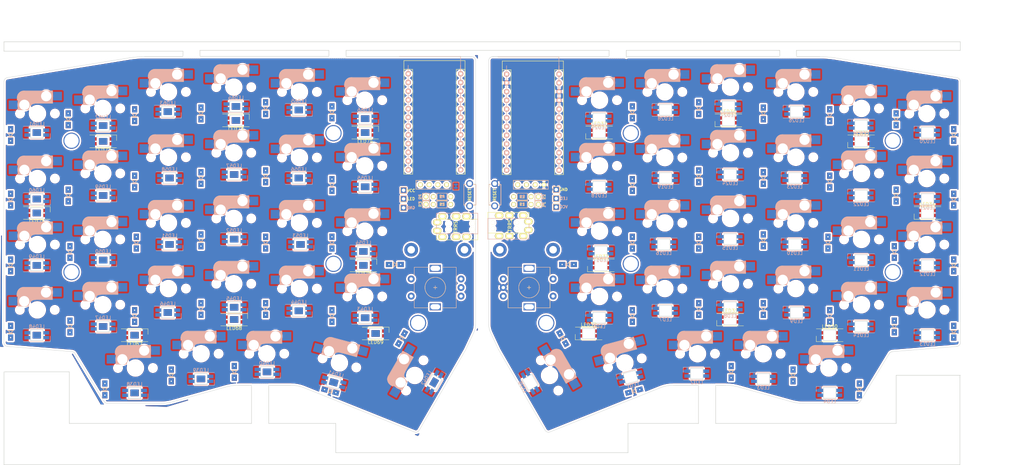
<source format=kicad_pcb>
(kicad_pcb (version 20171130) (host pcbnew "(5.1.5)-3")
  (layers (0 F.Cu signal) (31 B.Cu signal) (34 B.Paste user) (35 F.Paste user) (36 B.SilkS user hide) (37 F.SilkS user hide) (38 B.Mask user hide) (39 F.Mask user hide) (44 Edge.Cuts user))
  (net 0 "")
  (net 1 "Net-(D1-Pad2)")
  (net 2 row4)
  (net 3 "Net-(D2-Pad2)")
  (net 4 "Net-(D3-Pad2)")
  (net 5 row0)
  (net 6 "Net-(D4-Pad2)")
  (net 7 row1)
  (net 8 row2)
  (net 9 "Net-(D6-Pad2)")
  (net 10 row3)
  (net 11 "Net-(D7-Pad2)")
  (net 12 "Net-(D8-Pad2)")
  (net 13 "Net-(D9-Pad2)")
  (net 14 "Net-(D10-Pad2)")
  (net 15 "Net-(D11-Pad2)")
  (net 16 "Net-(D12-Pad2)")
  (net 17 "Net-(D13-Pad2)")
  (net 18 "Net-(D14-Pad2)")
  (net 19 "Net-(D15-Pad2)")
  (net 20 "Net-(D16-Pad2)")
  (net 21 "Net-(D17-Pad2)")
  (net 22 "Net-(D18-Pad2)")
  (net 23 "Net-(D19-Pad2)")
  (net 24 "Net-(D20-Pad2)")
  (net 25 "Net-(D21-Pad2)")
  (net 26 "Net-(D22-Pad2)")
  (net 27 "Net-(D23-Pad2)")
  (net 28 "Net-(D24-Pad2)")
  (net 29 "Net-(D26-Pad2)")
  (net 30 "Net-(D27-Pad2)")
  (net 31 "Net-(D28-Pad2)")
  (net 32 VCC)
  (net 33 GND)
  (net 34 col0)
  (net 35 col1)
  (net 36 col2)
  (net 37 col3)
  (net 38 col4)
  (net 39 SDA)
  (net 40 LED)
  (net 41 SCL)
  (net 42 RESET)
  (net 43 "Net-(D29-Pad2)")
  (net 44 "Net-(U1-Pad24)")
  (net 45 "Net-(U1-Pad7)")
  (net 46 DATA)
  (net 47 "Net-(D30-Pad2)")
  (net 48 SW25B)
  (net 49 SW25A)
  (net 50 ENCB)
  (net 51 ENCA)
  (net 52 /i2c_c)
  (net 53 /i2c_d)
  (net 54 "Net-(LED18-Pad4)")
  (net 55 "Net-(LED17-Pad4)")
  (net 56 "Net-(LED1-Pad2)")
  (net 57 "Net-(LED1-Pad4)")
  (net 58 "Net-(LED2-Pad2)")
  (net 59 "Net-(LED3-Pad2)")
  (net 60 "Net-(LED4-Pad2)")
  (net 61 "Net-(LED5-Pad4)")
  (net 62 "Net-(LED6-Pad4)")
  (net 63 "Net-(LED7-Pad4)")
  (net 64 "Net-(LED8-Pad4)")
  (net 65 "Net-(LED14-Pad2)")
  (net 66 "Net-(LED10-Pad2)")
  (net 67 "Net-(LED10-Pad4)")
  (net 68 "Net-(LED11-Pad2)")
  (net 69 "Net-(LED12-Pad2)")
  (net 70 "Net-(LED13-Pad2)")
  (net 71 "Net-(LED15-Pad4)")
  (net 72 "Net-(LED16-Pad4)")
  (net 73 "Net-(LED20-Pad2)")
  (net 74 "Net-(LED20-Pad4)")
  (net 75 "Net-(LED21-Pad2)")
  (net 76 "Net-(LED22-Pad2)")
  (net 77 "Net-(LED23-Pad2)")
  (net 78 "Net-(LED25-Pad4)")
  (net 79 "Net-(LED26-Pad4)")
  (net 80 "Net-(LED27-Pad4)")
  (net 81 "Net-(LED28-Pad4)")
  (net 82 "Net-(LED29-Pad4)")
  (net 83 "Net-(LED30-Pad2)")
  (net 84 "Net-(LED30-Pad4)")
  (net 85 "Net-(LED31-Pad2)")
  (net 86 "Net-(LED32-Pad2)")
  (net 87 "Net-(LED34-Pad4)")
  (net 88 "Net-(LED35-Pad4)")
  (net 89 "Net-(LED36-Pad4)")
  (net 90 "Net-(LED19-Pad4)")
  (net 91 "Net-(D25-Pad2)")
  (net 92 row0_L)
  (net 93 "Net-(D31-Pad2)")
  (net 94 "Net-(D32-Pad2)")
  (net 95 row1_L)
  (net 96 row2_L)
  (net 97 "Net-(D33-Pad2)")
  (net 98 "Net-(D34-Pad2)")
  (net 99 row3_L)
  (net 100 row4_L)
  (net 101 SW25B_L)
  (net 102 "Net-(D36-Pad2)")
  (net 103 "Net-(D37-Pad2)")
  (net 104 "Net-(D38-Pad2)")
  (net 105 "Net-(D39-Pad2)")
  (net 106 "Net-(D40-Pad2)")
  (net 107 "Net-(D41-Pad2)")
  (net 108 "Net-(D42-Pad2)")
  (net 109 "Net-(D43-Pad2)")
  (net 110 "Net-(D44-Pad2)")
  (net 111 "Net-(D45-Pad2)")
  (net 112 "Net-(D46-Pad2)")
  (net 113 "Net-(D47-Pad2)")
  (net 114 "Net-(D48-Pad2)")
  (net 115 "Net-(D49-Pad2)")
  (net 116 "Net-(D50-Pad2)")
  (net 117 "Net-(D51-Pad2)")
  (net 118 "Net-(D52-Pad2)")
  (net 119 "Net-(D53-Pad2)")
  (net 120 "Net-(D54-Pad2)")
  (net 121 "Net-(D55-Pad2)")
  (net 122 "Net-(D56-Pad2)")
  (net 123 "Net-(D57-Pad2)")
  (net 124 "Net-(D58-Pad2)")
  (net 125 "Net-(D59-Pad2)")
  (net 126 "Net-(D60-Pad2)")
  (net 127 VDD)
  (net 128 GNDA)
  (net 129 LED_L)
  (net 130 SCL_L)
  (net 131 SDA_L)
  (net 132 "Net-(LED38-Pad2)")
  (net 133 "Net-(LED38-Pad4)")
  (net 134 "Net-(LED39-Pad2)")
  (net 135 "Net-(LED40-Pad2)")
  (net 136 "Net-(LED41-Pad2)")
  (net 137 "Net-(LED42-Pad4)")
  (net 138 "Net-(LED43-Pad4)")
  (net 139 "Net-(LED44-Pad4)")
  (net 140 "Net-(LED45-Pad4)")
  (net 141 "Net-(LED46-Pad4)")
  (net 142 "Net-(LED47-Pad2)")
  (net 143 "Net-(LED47-Pad4)")
  (net 144 "Net-(LED48-Pad2)")
  (net 145 "Net-(LED49-Pad2)")
  (net 146 "Net-(LED50-Pad2)")
  (net 147 "Net-(LED52-Pad4)")
  (net 148 "Net-(LED53-Pad4)")
  (net 149 "Net-(LED54-Pad4)")
  (net 150 "Net-(LED55-Pad4)")
  (net 151 "Net-(LED56-Pad4)")
  (net 152 "Net-(LED57-Pad4)")
  (net 153 "Net-(LED57-Pad2)")
  (net 154 "Net-(LED58-Pad2)")
  (net 155 "Net-(LED59-Pad2)")
  (net 156 "Net-(LED60-Pad2)")
  (net 157 "Net-(LED62-Pad4)")
  (net 158 "Net-(LED63-Pad4)")
  (net 159 "Net-(LED64-Pad4)")
  (net 160 "Net-(LED65-Pad4)")
  (net 161 "Net-(LED66-Pad4)")
  (net 162 "Net-(LED67-Pad4)")
  (net 163 "Net-(LED67-Pad2)")
  (net 164 "Net-(LED68-Pad2)")
  (net 165 "Net-(LED69-Pad2)")
  (net 166 "Net-(LED71-Pad4)")
  (net 167 "Net-(LED72-Pad4)")
  (net 168 "Net-(LED73-Pad4)")
  (net 169 RESET_L)
  (net 170 ENCA_L)
  (net 171 ENCB_L)
  (net 172 SW25A_L)
  (net 173 col4_L)
  (net 174 col3_L)
  (net 175 col2_L)
  (net 176 col1_L)
  (net 177 col0_L)
  (net 178 "Net-(U2-Pad24)")
  (net 179 "Net-(U2-Pad7)")
  (net 180 DATA_L)
  (net 181 /i2c_c_L)
  (module CRKBD:Breakaway_Tabs (layer F.Cu) (at 261 163.5)
    (fp_text reference REF**)
    (fp_text value Breakaway_Tabs)
    (pad "" np_thru_hole circle (at -1.1875 0) (size 0.3 0.3) (drill 0.3) (layers *.Cu *.Mask))
    (pad "" np_thru_hole circle (at -2.375 0) (size 0.3 0.3) (drill 0.3) (layers *.Cu *.Mask))
    (pad "" np_thru_hole circle (at -0.59375 0) (size 0.3 0.3) (drill 0.3) (layers *.Cu *.Mask))
    (pad "" np_thru_hole circle (at -1.78125 0) (size 0.3 0.3) (drill 0.3) (layers *.Cu *.Mask))
    (pad "" np_thru_hole circle (at 2.375 0) (size 0.3 0.3) (drill 0.3) (layers *.Cu *.Mask))
    (pad "" np_thru_hole circle (at 1.78125 0) (size 0.3 0.3) (drill 0.3) (layers *.Cu *.Mask))
    (pad "" np_thru_hole circle (at 1.1875 0) (size 0.3 0.3) (drill 0.3) (layers *.Cu *.Mask))
    (pad "" np_thru_hole circle (at 0.59375 0) (size 0.3 0.3) (drill 0.3) (layers *.Cu *.Mask))
    (pad "" np_thru_hole circle (at 0 0) (size 0.3 0.3) (drill 0.3) (layers *.Cu *.Mask))
  )
  (module CRKBD:Breakaway_Tabs (layer F.Cu) (at 131 163.5)
    (fp_text reference REF**)
    (fp_text value Breakaway_Tabs)
    (pad "" np_thru_hole circle (at -1.1875 0) (size 0.3 0.3) (drill 0.3) (layers *.Cu *.Mask))
    (pad "" np_thru_hole circle (at -2.375 0) (size 0.3 0.3) (drill 0.3) (layers *.Cu *.Mask))
    (pad "" np_thru_hole circle (at -0.59375 0) (size 0.3 0.3) (drill 0.3) (layers *.Cu *.Mask))
    (pad "" np_thru_hole circle (at -1.78125 0) (size 0.3 0.3) (drill 0.3) (layers *.Cu *.Mask))
    (pad "" np_thru_hole circle (at 2.375 0) (size 0.3 0.3) (drill 0.3) (layers *.Cu *.Mask))
    (pad "" np_thru_hole circle (at 1.78125 0) (size 0.3 0.3) (drill 0.3) (layers *.Cu *.Mask))
    (pad "" np_thru_hole circle (at 1.1875 0) (size 0.3 0.3) (drill 0.3) (layers *.Cu *.Mask))
    (pad "" np_thru_hole circle (at 0.59375 0) (size 0.3 0.3) (drill 0.3) (layers *.Cu *.Mask))
    (pad "" np_thru_hole circle (at 0 0) (size 0.3 0.3) (drill 0.3) (layers *.Cu *.Mask))
  )
  (module CRKBD:Breakaway_Tabs (layer F.Cu) (at 111.02 67.75)
    (fp_text reference REF**)
    (fp_text value Breakaway_Tabs)
    (pad "" np_thru_hole circle (at -1.1875 0) (size 0.3 0.3) (drill 0.3) (layers *.Cu *.Mask))
    (pad "" np_thru_hole circle (at -2.375 0) (size 0.3 0.3) (drill 0.3) (layers *.Cu *.Mask))
    (pad "" np_thru_hole circle (at -0.59375 0) (size 0.3 0.3) (drill 0.3) (layers *.Cu *.Mask))
    (pad "" np_thru_hole circle (at -1.78125 0) (size 0.3 0.3) (drill 0.3) (layers *.Cu *.Mask))
    (pad "" np_thru_hole circle (at 2.375 0) (size 0.3 0.3) (drill 0.3) (layers *.Cu *.Mask))
    (pad "" np_thru_hole circle (at 1.78125 0) (size 0.3 0.3) (drill 0.3) (layers *.Cu *.Mask))
    (pad "" np_thru_hole circle (at 1.1875 0) (size 0.3 0.3) (drill 0.3) (layers *.Cu *.Mask))
    (pad "" np_thru_hole circle (at 0.59375 0) (size 0.3 0.3) (drill 0.3) (layers *.Cu *.Mask))
    (pad "" np_thru_hole circle (at 0 0) (size 0.3 0.3) (drill 0.3) (layers *.Cu *.Mask))
  )
  (module CRKBD:Breakaway_Tabs (layer F.Cu) (at 153.5 67.72)
    (fp_text reference REF**)
    (fp_text value Breakaway_Tabs)
    (pad "" np_thru_hole circle (at -1.1875 0) (size 0.3 0.3) (drill 0.3) (layers *.Cu *.Mask))
    (pad "" np_thru_hole circle (at -2.375 0) (size 0.3 0.3) (drill 0.3) (layers *.Cu *.Mask))
    (pad "" np_thru_hole circle (at -0.59375 0) (size 0.3 0.3) (drill 0.3) (layers *.Cu *.Mask))
    (pad "" np_thru_hole circle (at -1.78125 0) (size 0.3 0.3) (drill 0.3) (layers *.Cu *.Mask))
    (pad "" np_thru_hole circle (at 2.375 0) (size 0.3 0.3) (drill 0.3) (layers *.Cu *.Mask))
    (pad "" np_thru_hole circle (at 1.78125 0) (size 0.3 0.3) (drill 0.3) (layers *.Cu *.Mask))
    (pad "" np_thru_hole circle (at 1.1875 0) (size 0.3 0.3) (drill 0.3) (layers *.Cu *.Mask))
    (pad "" np_thru_hole circle (at 0.59375 0) (size 0.3 0.3) (drill 0.3) (layers *.Cu *.Mask))
    (pad "" np_thru_hole circle (at 0 0) (size 0.3 0.3) (drill 0.3) (layers *.Cu *.Mask))
  )
  (module CRKBD:Breakaway_Tabs (layer F.Cu) (at 234.97625 67.77)
    (fp_text reference REF**)
    (fp_text value Breakaway_Tabs)
    (pad "" np_thru_hole circle (at -1.1875 0) (size 0.3 0.3) (drill 0.3) (layers *.Cu *.Mask))
    (pad "" np_thru_hole circle (at -2.375 0) (size 0.3 0.3) (drill 0.3) (layers *.Cu *.Mask))
    (pad "" np_thru_hole circle (at -0.59375 0) (size 0.3 0.3) (drill 0.3) (layers *.Cu *.Mask))
    (pad "" np_thru_hole circle (at -1.78125 0) (size 0.3 0.3) (drill 0.3) (layers *.Cu *.Mask))
    (pad "" np_thru_hole circle (at 2.375 0) (size 0.3 0.3) (drill 0.3) (layers *.Cu *.Mask))
    (pad "" np_thru_hole circle (at 1.78125 0) (size 0.3 0.3) (drill 0.3) (layers *.Cu *.Mask))
    (pad "" np_thru_hole circle (at 1.1875 0) (size 0.3 0.3) (drill 0.3) (layers *.Cu *.Mask))
    (pad "" np_thru_hole circle (at 0.59375 0) (size 0.3 0.3) (drill 0.3) (layers *.Cu *.Mask))
    (pad "" np_thru_hole circle (at 0 0) (size 0.3 0.3) (drill 0.3) (layers *.Cu *.Mask))
  )
  (module CRKBD:Breakaway_Tabs (layer F.Cu) (at 284.55 67.75)
    (fp_text reference REF**)
    (fp_text value Breakaway_Tabs)
    (pad "" np_thru_hole circle (at -1.1875 0) (size 0.3 0.3) (drill 0.3) (layers *.Cu *.Mask))
    (pad "" np_thru_hole circle (at -2.375 0) (size 0.3 0.3) (drill 0.3) (layers *.Cu *.Mask))
    (pad "" np_thru_hole circle (at -0.59375 0) (size 0.3 0.3) (drill 0.3) (layers *.Cu *.Mask))
    (pad "" np_thru_hole circle (at -1.78125 0) (size 0.3 0.3) (drill 0.3) (layers *.Cu *.Mask))
    (pad "" np_thru_hole circle (at 2.375 0) (size 0.3 0.3) (drill 0.3) (layers *.Cu *.Mask))
    (pad "" np_thru_hole circle (at 1.78125 0) (size 0.3 0.3) (drill 0.3) (layers *.Cu *.Mask))
    (pad "" np_thru_hole circle (at 1.1875 0) (size 0.3 0.3) (drill 0.3) (layers *.Cu *.Mask))
    (pad "" np_thru_hole circle (at 0.59375 0) (size 0.3 0.3) (drill 0.3) (layers *.Cu *.Mask))
    (pad "" np_thru_hole circle (at 0 0) (size 0.3 0.3) (drill 0.3) (layers *.Cu *.Mask))
  )
  (module CRKBD:CherryMX_Hotswap_1.5u (layer F.Cu) (at 175.98 160.55 60)
    (fp_text reference SW40 hide)
    (fp_text value SW_PUSH hide)
    (pad "" np_thru_hole circle (at 2.54 -5.08 60) (size 3 3) (drill 3) (layers *.Cu *.Mask))
    (pad "" np_thru_hole circle (at -3.81 -2.54 60) (size 3 3) (drill 3) (layers *.Cu *.Mask))
    (pad 2 smd rect (at 5.842 -5.08 240) (size 2.55 2.5) (layers B.Cu B.Paste B.Mask) (net 106 "Net-(D40-Pad2)"))
    (pad "" np_thru_hole circle (at -5.08 0 60) (size 1.9 1.9) (drill 1.9) (layers *.Cu *.Mask))
    (pad "" np_thru_hole circle (at 5.08 0 60) (size 1.9 1.9) (drill 1.9) (layers *.Cu *.Mask))
    (pad "" np_thru_hole circle (at 0 0 150) (size 4.1 4.1) (drill 4.1) (layers *.Cu *.Mask))
    (pad 1 smd rect (at -7.085 -2.54 240) (size 2.55 2.5) (layers B.Cu B.Paste B.Mask) (net 173 col4_L))
  )
  (module CRKBD:CherryMX_Hotswap_1.5u (layer F.Cu) (at 215.18 160.55 300)
    (fp_text reference SW10 hide)
    (fp_text value SW_PUSH hide)
    (pad "" np_thru_hole circle (at 2.54 -5.08 300) (size 3 3) (drill 3) (layers *.Cu *.Mask))
    (pad "" np_thru_hole circle (at -3.81 -2.54 300) (size 3 3) (drill 3) (layers *.Cu *.Mask))
    (pad 2 smd rect (at 5.842 -5.08 120) (size 2.55 2.5) (layers B.Cu B.Paste B.Mask) (net 14 "Net-(D10-Pad2)"))
    (pad "" np_thru_hole circle (at -5.08 0 300) (size 1.9 1.9) (drill 1.9) (layers *.Cu *.Mask))
    (pad "" np_thru_hole circle (at 5.08 0 300) (size 1.9 1.9) (drill 1.9) (layers *.Cu *.Mask))
    (pad "" np_thru_hole circle (at 0 0 30) (size 4.1 4.1) (drill 4.1) (layers *.Cu *.Mask))
    (pad 1 smd rect (at -7.085 -2.54 120) (size 2.55 2.5) (layers B.Cu B.Paste B.Mask) (net 38 col4))
  )
  (module CRKBD:CherryMX_Hotswap (layer F.Cu) (at 267.82 76.69)
    (fp_text reference SW11 hide)
    (fp_text value SW_PUSH hide)
    (pad "" np_thru_hole circle (at 2.54 -5.08) (size 3 3) (drill 3) (layers *.Cu *.Mask))
    (pad "" np_thru_hole circle (at -3.81 -2.54) (size 3 3) (drill 3) (layers *.Cu *.Mask))
    (pad 2 smd rect (at 5.842 -5.08 180) (size 2.55 2.5) (layers B.Cu B.Paste B.Mask) (net 15 "Net-(D11-Pad2)"))
    (pad "" np_thru_hole circle (at -5.08 0) (size 1.9 1.9) (drill 1.9) (layers *.Cu *.Mask))
    (pad "" np_thru_hole circle (at 5.08 0) (size 1.9 1.9) (drill 1.9) (layers *.Cu *.Mask))
    (pad "" np_thru_hole circle (at 0 0 90) (size 4.1 4.1) (drill 4.1) (layers *.Cu *.Mask))
    (pad 1 smd rect (at -7.085 -2.54 180) (size 2.55 2.5) (layers B.Cu B.Paste B.Mask) (net 37 col3))
  )
  (module CRKBD:CherryMX_Hotswap (layer F.Cu) (at 104.34 78.08)
    (fp_text reference SW46 hide)
    (fp_text value SW_PUSH hide)
    (pad "" np_thru_hole circle (at 2.54 -5.08) (size 3 3) (drill 3) (layers *.Cu *.Mask))
    (pad "" np_thru_hole circle (at -3.81 -2.54) (size 3 3) (drill 3) (layers *.Cu *.Mask))
    (pad 2 smd rect (at 5.842 -5.08 180) (size 2.55 2.5) (layers B.Cu B.Paste B.Mask) (net 112 "Net-(D46-Pad2)"))
    (pad "" np_thru_hole circle (at -5.08 0) (size 1.9 1.9) (drill 1.9) (layers *.Cu *.Mask))
    (pad "" np_thru_hole circle (at 5.08 0) (size 1.9 1.9) (drill 1.9) (layers *.Cu *.Mask))
    (pad "" np_thru_hole circle (at 0 0 90) (size 4.1 4.1) (drill 4.1) (layers *.Cu *.Mask))
    (pad 1 smd rect (at -7.085 -2.54 180) (size 2.55 2.5) (layers B.Cu B.Paste B.Mask) (net 175 col2_L))
  )
  (module CRKBD:CherryMX_Hotswap (layer F.Cu) (at 142.44 78.08)
    (fp_text reference SW36 hide)
    (fp_text value SW_PUSH hide)
    (pad "" np_thru_hole circle (at 2.54 -5.08) (size 3 3) (drill 3) (layers *.Cu *.Mask))
    (pad "" np_thru_hole circle (at -3.81 -2.54) (size 3 3) (drill 3) (layers *.Cu *.Mask))
    (pad 2 smd rect (at 5.842 -5.08 180) (size 2.55 2.5) (layers B.Cu B.Paste B.Mask) (net 102 "Net-(D36-Pad2)"))
    (pad "" np_thru_hole circle (at -5.08 0) (size 1.9 1.9) (drill 1.9) (layers *.Cu *.Mask))
    (pad "" np_thru_hole circle (at 5.08 0) (size 1.9 1.9) (drill 1.9) (layers *.Cu *.Mask))
    (pad "" np_thru_hole circle (at 0 0 90) (size 4.1 4.1) (drill 4.1) (layers *.Cu *.Mask))
    (pad 1 smd rect (at -7.085 -2.54 180) (size 2.55 2.5) (layers B.Cu B.Paste B.Mask) (net 173 col4_L))
  )
  (module CRKBD:CherryMX_Hotswap (layer F.Cu) (at 85.24 82.88)
    (fp_text reference SW51 hide)
    (fp_text value SW_PUSH hide)
    (pad "" np_thru_hole circle (at 2.54 -5.08) (size 3 3) (drill 3) (layers *.Cu *.Mask))
    (pad "" np_thru_hole circle (at -3.81 -2.54) (size 3 3) (drill 3) (layers *.Cu *.Mask))
    (pad 2 smd rect (at 5.842 -5.08 180) (size 2.55 2.5) (layers B.Cu B.Paste B.Mask) (net 117 "Net-(D51-Pad2)"))
    (pad "" np_thru_hole circle (at -5.08 0) (size 1.9 1.9) (drill 1.9) (layers *.Cu *.Mask))
    (pad "" np_thru_hole circle (at 5.08 0) (size 1.9 1.9) (drill 1.9) (layers *.Cu *.Mask))
    (pad "" np_thru_hole circle (at 0 0 90) (size 4.1 4.1) (drill 4.1) (layers *.Cu *.Mask))
    (pad 1 smd rect (at -7.085 -2.54 180) (size 2.55 2.5) (layers B.Cu B.Paste B.Mask) (net 176 col1_L))
  )
  (module CRKBD:CherryMX_Hotswap (layer F.Cu) (at 123.34 76.69)
    (fp_text reference SW41 hide)
    (fp_text value SW_PUSH hide)
    (pad "" np_thru_hole circle (at 2.54 -5.08) (size 3 3) (drill 3) (layers *.Cu *.Mask))
    (pad "" np_thru_hole circle (at -3.81 -2.54) (size 3 3) (drill 3) (layers *.Cu *.Mask))
    (pad 2 smd rect (at 5.842 -5.08 180) (size 2.55 2.5) (layers B.Cu B.Paste B.Mask) (net 107 "Net-(D41-Pad2)"))
    (pad "" np_thru_hole circle (at -5.08 0) (size 1.9 1.9) (drill 1.9) (layers *.Cu *.Mask))
    (pad "" np_thru_hole circle (at 5.08 0) (size 1.9 1.9) (drill 1.9) (layers *.Cu *.Mask))
    (pad "" np_thru_hole circle (at 0 0 90) (size 4.1 4.1) (drill 4.1) (layers *.Cu *.Mask))
    (pad 1 smd rect (at -7.085 -2.54 180) (size 2.55 2.5) (layers B.Cu B.Paste B.Mask) (net 174 col3_L))
  )
  (module CRKBD:CherryMX_Hotswap (layer F.Cu) (at 85.24 120.98)
    (fp_text reference SW53 hide)
    (fp_text value SW_PUSH hide)
    (pad "" np_thru_hole circle (at 2.54 -5.08) (size 3 3) (drill 3) (layers *.Cu *.Mask))
    (pad "" np_thru_hole circle (at -3.81 -2.54) (size 3 3) (drill 3) (layers *.Cu *.Mask))
    (pad 2 smd rect (at 5.842 -5.08 180) (size 2.55 2.5) (layers B.Cu B.Paste B.Mask) (net 119 "Net-(D53-Pad2)"))
    (pad "" np_thru_hole circle (at -5.08 0) (size 1.9 1.9) (drill 1.9) (layers *.Cu *.Mask))
    (pad "" np_thru_hole circle (at 5.08 0) (size 1.9 1.9) (drill 1.9) (layers *.Cu *.Mask))
    (pad "" np_thru_hole circle (at 0 0 90) (size 4.1 4.1) (drill 4.1) (layers *.Cu *.Mask))
    (pad 1 smd rect (at -7.085 -2.54 180) (size 2.55 2.5) (layers B.Cu B.Paste B.Mask) (net 176 col1_L))
  )
  (module CRKBD:CherryMX_Hotswap (layer F.Cu) (at 161.44 80.48)
    (fp_text reference SW32 hide)
    (fp_text value SW_PUSH hide)
    (pad "" np_thru_hole circle (at 2.54 -5.08) (size 3 3) (drill 3) (layers *.Cu *.Mask))
    (pad "" np_thru_hole circle (at -3.81 -2.54) (size 3 3) (drill 3) (layers *.Cu *.Mask))
    (pad 2 smd rect (at 5.842 -5.08 180) (size 2.55 2.5) (layers B.Cu B.Paste B.Mask) (net 93 "Net-(D31-Pad2)"))
    (pad "" np_thru_hole circle (at -5.08 0) (size 1.9 1.9) (drill 1.9) (layers *.Cu *.Mask))
    (pad "" np_thru_hole circle (at 5.08 0) (size 1.9 1.9) (drill 1.9) (layers *.Cu *.Mask))
    (pad "" np_thru_hole circle (at 0 0 90) (size 4.1 4.1) (drill 4.1) (layers *.Cu *.Mask))
    (pad 1 smd rect (at -7.085 -2.54 180) (size 2.55 2.5) (layers B.Cu B.Paste B.Mask) (net 172 SW25A_L))
  )
  (module CRKBD:CherryMX_Hotswap (layer F.Cu) (at 142.44 97.18)
    (fp_text reference SW37 hide)
    (fp_text value SW_PUSH hide)
    (pad "" np_thru_hole circle (at 2.54 -5.08) (size 3 3) (drill 3) (layers *.Cu *.Mask))
    (pad "" np_thru_hole circle (at -3.81 -2.54) (size 3 3) (drill 3) (layers *.Cu *.Mask))
    (pad 2 smd rect (at 5.842 -5.08 180) (size 2.55 2.5) (layers B.Cu B.Paste B.Mask) (net 103 "Net-(D37-Pad2)"))
    (pad "" np_thru_hole circle (at -5.08 0) (size 1.9 1.9) (drill 1.9) (layers *.Cu *.Mask))
    (pad "" np_thru_hole circle (at 5.08 0) (size 1.9 1.9) (drill 1.9) (layers *.Cu *.Mask))
    (pad "" np_thru_hole circle (at 0 0 90) (size 4.1 4.1) (drill 4.1) (layers *.Cu *.Mask))
    (pad 1 smd rect (at -7.085 -2.54 180) (size 2.55 2.5) (layers B.Cu B.Paste B.Mask) (net 173 col4_L))
  )
  (module CRKBD:CherryMX_Hotswap (layer F.Cu) (at 161.44 99.58)
    (fp_text reference SW33 hide)
    (fp_text value SW_PUSH hide)
    (pad "" np_thru_hole circle (at 2.54 -5.08) (size 3 3) (drill 3) (layers *.Cu *.Mask))
    (pad "" np_thru_hole circle (at -3.81 -2.54) (size 3 3) (drill 3) (layers *.Cu *.Mask))
    (pad 2 smd rect (at 5.842 -5.08 180) (size 2.55 2.5) (layers B.Cu B.Paste B.Mask) (net 94 "Net-(D32-Pad2)"))
    (pad "" np_thru_hole circle (at -5.08 0) (size 1.9 1.9) (drill 1.9) (layers *.Cu *.Mask))
    (pad "" np_thru_hole circle (at 5.08 0) (size 1.9 1.9) (drill 1.9) (layers *.Cu *.Mask))
    (pad "" np_thru_hole circle (at 0 0 90) (size 4.1 4.1) (drill 4.1) (layers *.Cu *.Mask))
    (pad 1 smd rect (at -7.085 -2.54 180) (size 2.55 2.5) (layers B.Cu B.Paste B.Mask) (net 172 SW25A_L))
  )
  (module CRKBD:CherryMX_Hotswap (layer F.Cu) (at 66.24 84.38)
    (fp_text reference SW56 hide)
    (fp_text value SW_PUSH hide)
    (pad "" np_thru_hole circle (at 2.54 -5.08) (size 3 3) (drill 3) (layers *.Cu *.Mask))
    (pad "" np_thru_hole circle (at -3.81 -2.54) (size 3 3) (drill 3) (layers *.Cu *.Mask))
    (pad 2 smd rect (at 5.842 -5.08 180) (size 2.55 2.5) (layers B.Cu B.Paste B.Mask) (net 122 "Net-(D56-Pad2)"))
    (pad "" np_thru_hole circle (at -5.08 0) (size 1.9 1.9) (drill 1.9) (layers *.Cu *.Mask))
    (pad "" np_thru_hole circle (at 5.08 0) (size 1.9 1.9) (drill 1.9) (layers *.Cu *.Mask))
    (pad "" np_thru_hole circle (at 0 0 90) (size 4.1 4.1) (drill 4.1) (layers *.Cu *.Mask))
    (pad 1 smd rect (at -7.085 -2.54 180) (size 2.55 2.5) (layers B.Cu B.Paste B.Mask) (net 177 col0_L))
  )
  (module CRKBD:CherryMX_Hotswap (layer F.Cu) (at 104.34 116.18)
    (fp_text reference SW48 hide)
    (fp_text value SW_PUSH hide)
    (pad "" np_thru_hole circle (at 2.54 -5.08) (size 3 3) (drill 3) (layers *.Cu *.Mask))
    (pad "" np_thru_hole circle (at -3.81 -2.54) (size 3 3) (drill 3) (layers *.Cu *.Mask))
    (pad 2 smd rect (at 5.842 -5.08 180) (size 2.55 2.5) (layers B.Cu B.Paste B.Mask) (net 114 "Net-(D48-Pad2)"))
    (pad "" np_thru_hole circle (at -5.08 0) (size 1.9 1.9) (drill 1.9) (layers *.Cu *.Mask))
    (pad "" np_thru_hole circle (at 5.08 0) (size 1.9 1.9) (drill 1.9) (layers *.Cu *.Mask))
    (pad "" np_thru_hole circle (at 0 0 90) (size 4.1 4.1) (drill 4.1) (layers *.Cu *.Mask))
    (pad 1 smd rect (at -7.085 -2.54 180) (size 2.55 2.5) (layers B.Cu B.Paste B.Mask) (net 175 col2_L))
  )
  (module CRKBD:CherryMX_Hotswap (layer F.Cu) (at 66.24 103.28)
    (fp_text reference SW57 hide)
    (fp_text value SW_PUSH hide)
    (pad "" np_thru_hole circle (at 2.54 -5.08) (size 3 3) (drill 3) (layers *.Cu *.Mask))
    (pad "" np_thru_hole circle (at -3.81 -2.54) (size 3 3) (drill 3) (layers *.Cu *.Mask))
    (pad 2 smd rect (at 5.842 -5.08 180) (size 2.55 2.5) (layers B.Cu B.Paste B.Mask) (net 123 "Net-(D57-Pad2)"))
    (pad "" np_thru_hole circle (at -5.08 0) (size 1.9 1.9) (drill 1.9) (layers *.Cu *.Mask))
    (pad "" np_thru_hole circle (at 5.08 0) (size 1.9 1.9) (drill 1.9) (layers *.Cu *.Mask))
    (pad "" np_thru_hole circle (at 0 0 90) (size 4.1 4.1) (drill 4.1) (layers *.Cu *.Mask))
    (pad 1 smd rect (at -7.085 -2.54 180) (size 2.55 2.5) (layers B.Cu B.Paste B.Mask) (net 177 col0_L))
  )
  (module CRKBD:CherryMX_Hotswap (layer F.Cu) (at 104.34 97.08)
    (fp_text reference SW47 hide)
    (fp_text value SW_PUSH hide)
    (pad "" np_thru_hole circle (at 2.54 -5.08) (size 3 3) (drill 3) (layers *.Cu *.Mask))
    (pad "" np_thru_hole circle (at -3.81 -2.54) (size 3 3) (drill 3) (layers *.Cu *.Mask))
    (pad 2 smd rect (at 5.842 -5.08 180) (size 2.55 2.5) (layers B.Cu B.Paste B.Mask) (net 113 "Net-(D47-Pad2)"))
    (pad "" np_thru_hole circle (at -5.08 0) (size 1.9 1.9) (drill 1.9) (layers *.Cu *.Mask))
    (pad "" np_thru_hole circle (at 5.08 0) (size 1.9 1.9) (drill 1.9) (layers *.Cu *.Mask))
    (pad "" np_thru_hole circle (at 0 0 90) (size 4.1 4.1) (drill 4.1) (layers *.Cu *.Mask))
    (pad 1 smd rect (at -7.085 -2.54 180) (size 2.55 2.5) (layers B.Cu B.Paste B.Mask) (net 175 col2_L))
  )
  (module CRKBD:CherryMX_Hotswap (layer F.Cu) (at 85.24 139.98)
    (fp_text reference SW54 hide)
    (fp_text value SW_PUSH hide)
    (pad "" np_thru_hole circle (at 2.54 -5.08) (size 3 3) (drill 3) (layers *.Cu *.Mask))
    (pad "" np_thru_hole circle (at -3.81 -2.54) (size 3 3) (drill 3) (layers *.Cu *.Mask))
    (pad 2 smd rect (at 5.842 -5.08 180) (size 2.55 2.5) (layers B.Cu B.Paste B.Mask) (net 120 "Net-(D54-Pad2)"))
    (pad "" np_thru_hole circle (at -5.08 0) (size 1.9 1.9) (drill 1.9) (layers *.Cu *.Mask))
    (pad "" np_thru_hole circle (at 5.08 0) (size 1.9 1.9) (drill 1.9) (layers *.Cu *.Mask))
    (pad "" np_thru_hole circle (at 0 0 90) (size 4.1 4.1) (drill 4.1) (layers *.Cu *.Mask))
    (pad 1 smd rect (at -7.085 -2.54 180) (size 2.55 2.5) (layers B.Cu B.Paste B.Mask) (net 176 col1_L))
  )
  (module CRKBD:CherryMX_Hotswap (layer F.Cu) (at 66.24 122.48)
    (fp_text reference SW58 hide)
    (fp_text value SW_PUSH hide)
    (pad "" np_thru_hole circle (at 2.54 -5.08) (size 3 3) (drill 3) (layers *.Cu *.Mask))
    (pad "" np_thru_hole circle (at -3.81 -2.54) (size 3 3) (drill 3) (layers *.Cu *.Mask))
    (pad 2 smd rect (at 5.842 -5.08 180) (size 2.55 2.5) (layers B.Cu B.Paste B.Mask) (net 124 "Net-(D58-Pad2)"))
    (pad "" np_thru_hole circle (at -5.08 0) (size 1.9 1.9) (drill 1.9) (layers *.Cu *.Mask))
    (pad "" np_thru_hole circle (at 5.08 0) (size 1.9 1.9) (drill 1.9) (layers *.Cu *.Mask))
    (pad "" np_thru_hole circle (at 0 0 90) (size 4.1 4.1) (drill 4.1) (layers *.Cu *.Mask))
    (pad 1 smd rect (at -7.085 -2.54 180) (size 2.55 2.5) (layers B.Cu B.Paste B.Mask) (net 177 col0_L))
  )
  (module CRKBD:CherryMX_Hotswap (layer F.Cu) (at 123.34 133.88)
    (fp_text reference SW44 hide)
    (fp_text value SW_PUSH hide)
    (pad "" np_thru_hole circle (at 2.54 -5.08) (size 3 3) (drill 3) (layers *.Cu *.Mask))
    (pad "" np_thru_hole circle (at -3.81 -2.54) (size 3 3) (drill 3) (layers *.Cu *.Mask))
    (pad 2 smd rect (at 5.842 -5.08 180) (size 2.55 2.5) (layers B.Cu B.Paste B.Mask) (net 110 "Net-(D44-Pad2)"))
    (pad "" np_thru_hole circle (at -5.08 0) (size 1.9 1.9) (drill 1.9) (layers *.Cu *.Mask))
    (pad "" np_thru_hole circle (at 5.08 0) (size 1.9 1.9) (drill 1.9) (layers *.Cu *.Mask))
    (pad "" np_thru_hole circle (at 0 0 90) (size 4.1 4.1) (drill 4.1) (layers *.Cu *.Mask))
    (pad 1 smd rect (at -7.085 -2.54 180) (size 2.55 2.5) (layers B.Cu B.Paste B.Mask) (net 174 col3_L))
  )
  (module CRKBD:CherryMX_Hotswap (layer F.Cu) (at 161.44 137.58)
    (fp_text reference SW35 hide)
    (fp_text value SW_PUSH hide)
    (pad "" np_thru_hole circle (at 2.54 -5.08) (size 3 3) (drill 3) (layers *.Cu *.Mask))
    (pad "" np_thru_hole circle (at -3.81 -2.54) (size 3 3) (drill 3) (layers *.Cu *.Mask))
    (pad 2 smd rect (at 5.842 -5.08 180) (size 2.55 2.5) (layers B.Cu B.Paste B.Mask) (net 98 "Net-(D34-Pad2)"))
    (pad "" np_thru_hole circle (at -5.08 0) (size 1.9 1.9) (drill 1.9) (layers *.Cu *.Mask))
    (pad "" np_thru_hole circle (at 5.08 0) (size 1.9 1.9) (drill 1.9) (layers *.Cu *.Mask))
    (pad "" np_thru_hole circle (at 0 0 90) (size 4.1 4.1) (drill 4.1) (layers *.Cu *.Mask))
    (pad 1 smd rect (at -7.085 -2.54 180) (size 2.55 2.5) (layers B.Cu B.Paste B.Mask) (net 172 SW25A_L))
  )
  (module CRKBD:CherryMX_Hotswap (layer F.Cu) (at 123.34 114.88)
    (fp_text reference SW43 hide)
    (fp_text value SW_PUSH hide)
    (pad "" np_thru_hole circle (at 2.54 -5.08) (size 3 3) (drill 3) (layers *.Cu *.Mask))
    (pad "" np_thru_hole circle (at -3.81 -2.54) (size 3 3) (drill 3) (layers *.Cu *.Mask))
    (pad 2 smd rect (at 5.842 -5.08 180) (size 2.55 2.5) (layers B.Cu B.Paste B.Mask) (net 109 "Net-(D43-Pad2)"))
    (pad "" np_thru_hole circle (at -5.08 0) (size 1.9 1.9) (drill 1.9) (layers *.Cu *.Mask))
    (pad "" np_thru_hole circle (at 5.08 0) (size 1.9 1.9) (drill 1.9) (layers *.Cu *.Mask))
    (pad "" np_thru_hole circle (at 0 0 90) (size 4.1 4.1) (drill 4.1) (layers *.Cu *.Mask))
    (pad 1 smd rect (at -7.085 -2.54 180) (size 2.55 2.5) (layers B.Cu B.Paste B.Mask) (net 174 col3_L))
  )
  (module CRKBD:CherryMX_Hotswap (layer F.Cu) (at 123.34 95.78)
    (fp_text reference SW42 hide)
    (fp_text value SW_PUSH hide)
    (pad "" np_thru_hole circle (at 2.54 -5.08) (size 3 3) (drill 3) (layers *.Cu *.Mask))
    (pad "" np_thru_hole circle (at -3.81 -2.54) (size 3 3) (drill 3) (layers *.Cu *.Mask))
    (pad 2 smd rect (at 5.842 -5.08 180) (size 2.55 2.5) (layers B.Cu B.Paste B.Mask) (net 108 "Net-(D42-Pad2)"))
    (pad "" np_thru_hole circle (at -5.08 0) (size 1.9 1.9) (drill 1.9) (layers *.Cu *.Mask))
    (pad "" np_thru_hole circle (at 5.08 0) (size 1.9 1.9) (drill 1.9) (layers *.Cu *.Mask))
    (pad "" np_thru_hole circle (at 0 0 90) (size 4.1 4.1) (drill 4.1) (layers *.Cu *.Mask))
    (pad 1 smd rect (at -7.085 -2.54 180) (size 2.55 2.5) (layers B.Cu B.Paste B.Mask) (net 174 col3_L))
  )
  (module CRKBD:CherryMX_Hotswap (layer F.Cu) (at 142.44 116.18)
    (fp_text reference SW38 hide)
    (fp_text value SW_PUSH hide)
    (pad "" np_thru_hole circle (at 2.54 -5.08) (size 3 3) (drill 3) (layers *.Cu *.Mask))
    (pad "" np_thru_hole circle (at -3.81 -2.54) (size 3 3) (drill 3) (layers *.Cu *.Mask))
    (pad 2 smd rect (at 5.842 -5.08 180) (size 2.55 2.5) (layers B.Cu B.Paste B.Mask) (net 104 "Net-(D38-Pad2)"))
    (pad "" np_thru_hole circle (at -5.08 0) (size 1.9 1.9) (drill 1.9) (layers *.Cu *.Mask))
    (pad "" np_thru_hole circle (at 5.08 0) (size 1.9 1.9) (drill 1.9) (layers *.Cu *.Mask))
    (pad "" np_thru_hole circle (at 0 0 90) (size 4.1 4.1) (drill 4.1) (layers *.Cu *.Mask))
    (pad 1 smd rect (at -7.085 -2.54 180) (size 2.55 2.5) (layers B.Cu B.Paste B.Mask) (net 173 col4_L))
  )
  (module CRKBD:CherryMX_Hotswap (layer F.Cu) (at 161.44 118.58)
    (fp_text reference SW34 hide)
    (fp_text value SW_PUSH hide)
    (pad "" np_thru_hole circle (at 2.54 -5.08) (size 3 3) (drill 3) (layers *.Cu *.Mask))
    (pad "" np_thru_hole circle (at -3.81 -2.54) (size 3 3) (drill 3) (layers *.Cu *.Mask))
    (pad 2 smd rect (at 5.842 -5.08 180) (size 2.55 2.5) (layers B.Cu B.Paste B.Mask) (net 97 "Net-(D33-Pad2)"))
    (pad "" np_thru_hole circle (at -5.08 0) (size 1.9 1.9) (drill 1.9) (layers *.Cu *.Mask))
    (pad "" np_thru_hole circle (at 5.08 0) (size 1.9 1.9) (drill 1.9) (layers *.Cu *.Mask))
    (pad "" np_thru_hole circle (at 0 0 90) (size 4.1 4.1) (drill 4.1) (layers *.Cu *.Mask))
    (pad 1 smd rect (at -7.085 -2.54 180) (size 2.55 2.5) (layers B.Cu B.Paste B.Mask) (net 172 SW25A_L))
  )
  (module CRKBD:CherryMX_Hotswap (layer F.Cu) (at 132.94 154.23)
    (fp_text reference SW50 hide)
    (fp_text value SW_PUSH hide)
    (pad "" np_thru_hole circle (at 2.54 -5.08) (size 3 3) (drill 3) (layers *.Cu *.Mask))
    (pad "" np_thru_hole circle (at -3.81 -2.54) (size 3 3) (drill 3) (layers *.Cu *.Mask))
    (pad 2 smd rect (at 5.842 -5.08 180) (size 2.55 2.5) (layers B.Cu B.Paste B.Mask) (net 116 "Net-(D50-Pad2)"))
    (pad "" np_thru_hole circle (at -5.08 0) (size 1.9 1.9) (drill 1.9) (layers *.Cu *.Mask))
    (pad "" np_thru_hole circle (at 5.08 0) (size 1.9 1.9) (drill 1.9) (layers *.Cu *.Mask))
    (pad "" np_thru_hole circle (at 0 0 90) (size 4.1 4.1) (drill 4.1) (layers *.Cu *.Mask))
    (pad 1 smd rect (at -7.085 -2.54 180) (size 2.55 2.5) (layers B.Cu B.Paste B.Mask) (net 175 col2_L))
  )
  (module CRKBD:CherryMX_Hotswap (layer F.Cu) (at 154.06 156.9 345)
    (fp_text reference SW45 hide)
    (fp_text value SW_PUSH hide)
    (pad "" np_thru_hole circle (at 2.54 -5.08 345) (size 3 3) (drill 3) (layers *.Cu *.Mask))
    (pad "" np_thru_hole circle (at -3.81 -2.54 345) (size 3 3) (drill 3) (layers *.Cu *.Mask))
    (pad 2 smd rect (at 5.842 -5.08 165) (size 2.55 2.5) (layers B.Cu B.Paste B.Mask) (net 111 "Net-(D45-Pad2)"))
    (pad "" np_thru_hole circle (at -5.08 0 345) (size 1.9 1.9) (drill 1.9) (layers *.Cu *.Mask))
    (pad "" np_thru_hole circle (at 5.08 0 345) (size 1.9 1.9) (drill 1.9) (layers *.Cu *.Mask))
    (pad "" np_thru_hole circle (at 0 0 75) (size 4.1 4.1) (drill 4.1) (layers *.Cu *.Mask))
    (pad 1 smd rect (at -7.085 -2.54 165) (size 2.55 2.5) (layers B.Cu B.Paste B.Mask) (net 174 col3_L))
  )
  (module CRKBD:CherryMX_Hotswap (layer F.Cu) (at 66.19 141.48)
    (fp_text reference SW59 hide)
    (fp_text value SW_PUSH hide)
    (pad "" np_thru_hole circle (at 2.54 -5.08) (size 3 3) (drill 3) (layers *.Cu *.Mask))
    (pad "" np_thru_hole circle (at -3.81 -2.54) (size 3 3) (drill 3) (layers *.Cu *.Mask))
    (pad 2 smd rect (at 5.842 -5.08 180) (size 2.55 2.5) (layers B.Cu B.Paste B.Mask) (net 125 "Net-(D59-Pad2)"))
    (pad "" np_thru_hole circle (at -5.08 0) (size 1.9 1.9) (drill 1.9) (layers *.Cu *.Mask))
    (pad "" np_thru_hole circle (at 5.08 0) (size 1.9 1.9) (drill 1.9) (layers *.Cu *.Mask))
    (pad "" np_thru_hole circle (at 0 0 90) (size 4.1 4.1) (drill 4.1) (layers *.Cu *.Mask))
    (pad 1 smd rect (at -7.085 -2.54 180) (size 2.55 2.5) (layers B.Cu B.Paste B.Mask) (net 177 col0_L))
  )
  (module CRKBD:CherryMX_Hotswap (layer F.Cu) (at 85.24 101.78)
    (fp_text reference SW52 hide)
    (fp_text value SW_PUSH hide)
    (pad "" np_thru_hole circle (at 2.54 -5.08) (size 3 3) (drill 3) (layers *.Cu *.Mask))
    (pad "" np_thru_hole circle (at -3.81 -2.54) (size 3 3) (drill 3) (layers *.Cu *.Mask))
    (pad 2 smd rect (at 5.842 -5.08 180) (size 2.55 2.5) (layers B.Cu B.Paste B.Mask) (net 118 "Net-(D52-Pad2)"))
    (pad "" np_thru_hole circle (at -5.08 0) (size 1.9 1.9) (drill 1.9) (layers *.Cu *.Mask))
    (pad "" np_thru_hole circle (at 5.08 0) (size 1.9 1.9) (drill 1.9) (layers *.Cu *.Mask))
    (pad "" np_thru_hole circle (at 0 0 90) (size 4.1 4.1) (drill 4.1) (layers *.Cu *.Mask))
    (pad 1 smd rect (at -7.085 -2.54 180) (size 2.55 2.5) (layers B.Cu B.Paste B.Mask) (net 176 col1_L))
  )
  (module CRKBD:CherryMX_Hotswap (layer F.Cu) (at 104.34 135.28)
    (fp_text reference SW49 hide)
    (fp_text value SW_PUSH hide)
    (pad "" np_thru_hole circle (at 2.54 -5.08) (size 3 3) (drill 3) (layers *.Cu *.Mask))
    (pad "" np_thru_hole circle (at -3.81 -2.54) (size 3 3) (drill 3) (layers *.Cu *.Mask))
    (pad 2 smd rect (at 5.842 -5.08 180) (size 2.55 2.5) (layers B.Cu B.Paste B.Mask) (net 115 "Net-(D49-Pad2)"))
    (pad "" np_thru_hole circle (at -5.08 0) (size 1.9 1.9) (drill 1.9) (layers *.Cu *.Mask))
    (pad "" np_thru_hole circle (at 5.08 0) (size 1.9 1.9) (drill 1.9) (layers *.Cu *.Mask))
    (pad "" np_thru_hole circle (at 0 0 90) (size 4.1 4.1) (drill 4.1) (layers *.Cu *.Mask))
    (pad 1 smd rect (at -7.085 -2.54 180) (size 2.55 2.5) (layers B.Cu B.Paste B.Mask) (net 175 col2_L))
  )
  (module CRKBD:CherryMX_Hotswap (layer F.Cu) (at 142.44 135.28)
    (fp_text reference SW39 hide)
    (fp_text value SW_PUSH hide)
    (pad "" np_thru_hole circle (at 2.54 -5.08) (size 3 3) (drill 3) (layers *.Cu *.Mask))
    (pad "" np_thru_hole circle (at -3.81 -2.54) (size 3 3) (drill 3) (layers *.Cu *.Mask))
    (pad 2 smd rect (at 5.842 -5.08 180) (size 2.55 2.5) (layers B.Cu B.Paste B.Mask) (net 105 "Net-(D39-Pad2)"))
    (pad "" np_thru_hole circle (at -5.08 0) (size 1.9 1.9) (drill 1.9) (layers *.Cu *.Mask))
    (pad "" np_thru_hole circle (at 5.08 0) (size 1.9 1.9) (drill 1.9) (layers *.Cu *.Mask))
    (pad "" np_thru_hole circle (at 0 0 90) (size 4.1 4.1) (drill 4.1) (layers *.Cu *.Mask))
    (pad 1 smd rect (at -7.085 -2.54 180) (size 2.55 2.5) (layers B.Cu B.Paste B.Mask) (net 173 col4_L))
  )
  (module CRKBD:CherryMX_Hotswap (layer F.Cu) (at 94.74 158.38)
    (fp_text reference SW60 hide)
    (fp_text value SW_PUSH hide)
    (pad "" np_thru_hole circle (at 2.54 -5.08) (size 3 3) (drill 3) (layers *.Cu *.Mask))
    (pad "" np_thru_hole circle (at -3.81 -2.54) (size 3 3) (drill 3) (layers *.Cu *.Mask))
    (pad 2 smd rect (at 5.842 -5.08 180) (size 2.55 2.5) (layers B.Cu B.Paste B.Mask) (net 126 "Net-(D60-Pad2)"))
    (pad "" np_thru_hole circle (at -5.08 0) (size 1.9 1.9) (drill 1.9) (layers *.Cu *.Mask))
    (pad "" np_thru_hole circle (at 5.08 0) (size 1.9 1.9) (drill 1.9) (layers *.Cu *.Mask))
    (pad "" np_thru_hole circle (at 0 0 90) (size 4.1 4.1) (drill 4.1) (layers *.Cu *.Mask))
    (pad 1 smd rect (at -7.085 -2.54 180) (size 2.55 2.5) (layers B.Cu B.Paste B.Mask) (net 177 col0_L))
  )
  (module CRKBD:CherryMX_Hotswap (layer F.Cu) (at 113.84 154.23)
    (fp_text reference SW55 hide)
    (fp_text value SW_PUSH hide)
    (pad "" np_thru_hole circle (at 2.54 -5.08) (size 3 3) (drill 3) (layers *.Cu *.Mask))
    (pad "" np_thru_hole circle (at -3.81 -2.54) (size 3 3) (drill 3) (layers *.Cu *.Mask))
    (pad 2 smd rect (at 5.842 -5.08 180) (size 2.55 2.5) (layers B.Cu B.Paste B.Mask) (net 121 "Net-(D55-Pad2)"))
    (pad "" np_thru_hole circle (at -5.08 0) (size 1.9 1.9) (drill 1.9) (layers *.Cu *.Mask))
    (pad "" np_thru_hole circle (at 5.08 0) (size 1.9 1.9) (drill 1.9) (layers *.Cu *.Mask))
    (pad "" np_thru_hole circle (at 0 0 90) (size 4.1 4.1) (drill 4.1) (layers *.Cu *.Mask))
    (pad 1 smd rect (at -7.085 -2.54 180) (size 2.55 2.5) (layers B.Cu B.Paste B.Mask) (net 176 col1_L))
  )
  (module CRKBD:CherryMX_Hotswap (layer F.Cu) (at 229.72 80.48)
    (fp_text reference SW2 hide)
    (fp_text value SW_PUSH hide)
    (pad "" np_thru_hole circle (at 2.54 -5.08) (size 3 3) (drill 3) (layers *.Cu *.Mask))
    (pad "" np_thru_hole circle (at -3.81 -2.54) (size 3 3) (drill 3) (layers *.Cu *.Mask))
    (pad 2 smd rect (at 5.842 -5.08 180) (size 2.55 2.5) (layers B.Cu B.Paste B.Mask) (net 1 "Net-(D1-Pad2)"))
    (pad "" np_thru_hole circle (at -5.08 0) (size 1.9 1.9) (drill 1.9) (layers *.Cu *.Mask))
    (pad "" np_thru_hole circle (at 5.08 0) (size 1.9 1.9) (drill 1.9) (layers *.Cu *.Mask))
    (pad "" np_thru_hole circle (at 0 0 90) (size 4.1 4.1) (drill 4.1) (layers *.Cu *.Mask))
    (pad 1 smd rect (at -7.085 -2.54 180) (size 2.55 2.5) (layers B.Cu B.Paste B.Mask) (net 49 SW25A))
  )
  (module CRKBD:CherryMX_Hotswap (layer F.Cu) (at 305.92 120.98)
    (fp_text reference SW23 hide)
    (fp_text value SW_PUSH hide)
    (pad "" np_thru_hole circle (at 2.54 -5.08) (size 3 3) (drill 3) (layers *.Cu *.Mask))
    (pad "" np_thru_hole circle (at -3.81 -2.54) (size 3 3) (drill 3) (layers *.Cu *.Mask))
    (pad 2 smd rect (at 5.842 -5.08 180) (size 2.55 2.5) (layers B.Cu B.Paste B.Mask) (net 27 "Net-(D23-Pad2)"))
    (pad "" np_thru_hole circle (at -5.08 0) (size 1.9 1.9) (drill 1.9) (layers *.Cu *.Mask))
    (pad "" np_thru_hole circle (at 5.08 0) (size 1.9 1.9) (drill 1.9) (layers *.Cu *.Mask))
    (pad "" np_thru_hole circle (at 0 0 90) (size 4.1 4.1) (drill 4.1) (layers *.Cu *.Mask))
    (pad 1 smd rect (at -7.085 -2.54 180) (size 2.55 2.5) (layers B.Cu B.Paste B.Mask) (net 35 col1))
  )
  (module CRKBD:CherryMX_Hotswap (layer F.Cu) (at 248.72 78.08)
    (fp_text reference SW6 hide)
    (fp_text value SW_PUSH hide)
    (pad "" np_thru_hole circle (at 2.54 -5.08) (size 3 3) (drill 3) (layers *.Cu *.Mask))
    (pad "" np_thru_hole circle (at -3.81 -2.54) (size 3 3) (drill 3) (layers *.Cu *.Mask))
    (pad 2 smd rect (at 5.842 -5.08 180) (size 2.55 2.5) (layers B.Cu B.Paste B.Mask) (net 9 "Net-(D6-Pad2)"))
    (pad "" np_thru_hole circle (at -5.08 0) (size 1.9 1.9) (drill 1.9) (layers *.Cu *.Mask))
    (pad "" np_thru_hole circle (at 5.08 0) (size 1.9 1.9) (drill 1.9) (layers *.Cu *.Mask))
    (pad "" np_thru_hole circle (at 0 0 90) (size 4.1 4.1) (drill 4.1) (layers *.Cu *.Mask))
    (pad 1 smd rect (at -7.085 -2.54 180) (size 2.55 2.5) (layers B.Cu B.Paste B.Mask) (net 38 col4))
  )
  (module CRKBD:CherryMX_Hotswap (layer F.Cu) (at 286.82 78.08)
    (fp_text reference SW16 hide)
    (fp_text value SW_PUSH hide)
    (pad "" np_thru_hole circle (at 2.54 -5.08) (size 3 3) (drill 3) (layers *.Cu *.Mask))
    (pad "" np_thru_hole circle (at -3.81 -2.54) (size 3 3) (drill 3) (layers *.Cu *.Mask))
    (pad 2 smd rect (at 5.842 -5.08 180) (size 2.55 2.5) (layers B.Cu B.Paste B.Mask) (net 20 "Net-(D16-Pad2)"))
    (pad "" np_thru_hole circle (at -5.08 0) (size 1.9 1.9) (drill 1.9) (layers *.Cu *.Mask))
    (pad "" np_thru_hole circle (at 5.08 0) (size 1.9 1.9) (drill 1.9) (layers *.Cu *.Mask))
    (pad "" np_thru_hole circle (at 0 0 90) (size 4.1 4.1) (drill 4.1) (layers *.Cu *.Mask))
    (pad 1 smd rect (at -7.085 -2.54 180) (size 2.55 2.5) (layers B.Cu B.Paste B.Mask) (net 36 col2))
  )
  (module CRKBD:CherryMX_Hotswap (layer F.Cu) (at 305.92 82.88)
    (fp_text reference SW21 hide)
    (fp_text value SW_PUSH hide)
    (pad "" np_thru_hole circle (at 2.54 -5.08) (size 3 3) (drill 3) (layers *.Cu *.Mask))
    (pad "" np_thru_hole circle (at -3.81 -2.54) (size 3 3) (drill 3) (layers *.Cu *.Mask))
    (pad 2 smd rect (at 5.842 -5.08 180) (size 2.55 2.5) (layers B.Cu B.Paste B.Mask) (net 25 "Net-(D21-Pad2)"))
    (pad "" np_thru_hole circle (at -5.08 0) (size 1.9 1.9) (drill 1.9) (layers *.Cu *.Mask))
    (pad "" np_thru_hole circle (at 5.08 0) (size 1.9 1.9) (drill 1.9) (layers *.Cu *.Mask))
    (pad "" np_thru_hole circle (at 0 0 90) (size 4.1 4.1) (drill 4.1) (layers *.Cu *.Mask))
    (pad 1 smd rect (at -7.085 -2.54 180) (size 2.55 2.5) (layers B.Cu B.Paste B.Mask) (net 35 col1))
  )
  (module CRKBD:CherryMX_Hotswap (layer F.Cu) (at 324.92 84.38)
    (fp_text reference SW26 hide)
    (fp_text value SW_PUSH hide)
    (pad "" np_thru_hole circle (at 2.54 -5.08) (size 3 3) (drill 3) (layers *.Cu *.Mask))
    (pad "" np_thru_hole circle (at -3.81 -2.54) (size 3 3) (drill 3) (layers *.Cu *.Mask))
    (pad 2 smd rect (at 5.842 -5.08 180) (size 2.55 2.5) (layers B.Cu B.Paste B.Mask) (net 29 "Net-(D26-Pad2)"))
    (pad "" np_thru_hole circle (at -5.08 0) (size 1.9 1.9) (drill 1.9) (layers *.Cu *.Mask))
    (pad "" np_thru_hole circle (at 5.08 0) (size 1.9 1.9) (drill 1.9) (layers *.Cu *.Mask))
    (pad "" np_thru_hole circle (at 0 0 90) (size 4.1 4.1) (drill 4.1) (layers *.Cu *.Mask))
    (pad 1 smd rect (at -7.085 -2.54 180) (size 2.55 2.5) (layers B.Cu B.Paste B.Mask) (net 34 col0))
  )
  (module CRKBD:CherryMX_Hotswap (layer F.Cu) (at 229.72 99.58)
    (fp_text reference SW3 hide)
    (fp_text value SW_PUSH hide)
    (pad "" np_thru_hole circle (at 2.54 -5.08) (size 3 3) (drill 3) (layers *.Cu *.Mask))
    (pad "" np_thru_hole circle (at -3.81 -2.54) (size 3 3) (drill 3) (layers *.Cu *.Mask))
    (pad 2 smd rect (at 5.842 -5.08 180) (size 2.55 2.5) (layers B.Cu B.Paste B.Mask) (net 3 "Net-(D2-Pad2)"))
    (pad "" np_thru_hole circle (at -5.08 0) (size 1.9 1.9) (drill 1.9) (layers *.Cu *.Mask))
    (pad "" np_thru_hole circle (at 5.08 0) (size 1.9 1.9) (drill 1.9) (layers *.Cu *.Mask))
    (pad "" np_thru_hole circle (at 0 0 90) (size 4.1 4.1) (drill 4.1) (layers *.Cu *.Mask))
    (pad 1 smd rect (at -7.085 -2.54 180) (size 2.55 2.5) (layers B.Cu B.Paste B.Mask) (net 49 SW25A))
  )
  (module CRKBD:CherryMX_Hotswap (layer F.Cu) (at 248.72 97.18)
    (fp_text reference SW7 hide)
    (fp_text value SW_PUSH hide)
    (pad "" np_thru_hole circle (at 2.54 -5.08) (size 3 3) (drill 3) (layers *.Cu *.Mask))
    (pad "" np_thru_hole circle (at -3.81 -2.54) (size 3 3) (drill 3) (layers *.Cu *.Mask))
    (pad 2 smd rect (at 5.842 -5.08 180) (size 2.55 2.5) (layers B.Cu B.Paste B.Mask) (net 11 "Net-(D7-Pad2)"))
    (pad "" np_thru_hole circle (at -5.08 0) (size 1.9 1.9) (drill 1.9) (layers *.Cu *.Mask))
    (pad "" np_thru_hole circle (at 5.08 0) (size 1.9 1.9) (drill 1.9) (layers *.Cu *.Mask))
    (pad "" np_thru_hole circle (at 0 0 90) (size 4.1 4.1) (drill 4.1) (layers *.Cu *.Mask))
    (pad 1 smd rect (at -7.085 -2.54 180) (size 2.55 2.5) (layers B.Cu B.Paste B.Mask) (net 38 col4))
  )
  (module CRKBD:CherryMX_Hotswap (layer F.Cu) (at 267.82 95.78)
    (fp_text reference SW12 hide)
    (fp_text value SW_PUSH hide)
    (pad "" np_thru_hole circle (at 2.54 -5.08) (size 3 3) (drill 3) (layers *.Cu *.Mask))
    (pad "" np_thru_hole circle (at -3.81 -2.54) (size 3 3) (drill 3) (layers *.Cu *.Mask))
    (pad 2 smd rect (at 5.842 -5.08 180) (size 2.55 2.5) (layers B.Cu B.Paste B.Mask) (net 16 "Net-(D12-Pad2)"))
    (pad "" np_thru_hole circle (at -5.08 0) (size 1.9 1.9) (drill 1.9) (layers *.Cu *.Mask))
    (pad "" np_thru_hole circle (at 5.08 0) (size 1.9 1.9) (drill 1.9) (layers *.Cu *.Mask))
    (pad "" np_thru_hole circle (at 0 0 90) (size 4.1 4.1) (drill 4.1) (layers *.Cu *.Mask))
    (pad 1 smd rect (at -7.085 -2.54 180) (size 2.55 2.5) (layers B.Cu B.Paste B.Mask) (net 37 col3))
  )
  (module CRKBD:CherryMX_Hotswap (layer F.Cu) (at 286.82 97.08)
    (fp_text reference SW17 hide)
    (fp_text value SW_PUSH hide)
    (pad "" np_thru_hole circle (at 2.54 -5.08) (size 3 3) (drill 3) (layers *.Cu *.Mask))
    (pad "" np_thru_hole circle (at -3.81 -2.54) (size 3 3) (drill 3) (layers *.Cu *.Mask))
    (pad 2 smd rect (at 5.842 -5.08 180) (size 2.55 2.5) (layers B.Cu B.Paste B.Mask) (net 21 "Net-(D17-Pad2)"))
    (pad "" np_thru_hole circle (at -5.08 0) (size 1.9 1.9) (drill 1.9) (layers *.Cu *.Mask))
    (pad "" np_thru_hole circle (at 5.08 0) (size 1.9 1.9) (drill 1.9) (layers *.Cu *.Mask))
    (pad "" np_thru_hole circle (at 0 0 90) (size 4.1 4.1) (drill 4.1) (layers *.Cu *.Mask))
    (pad 1 smd rect (at -7.085 -2.54 180) (size 2.55 2.5) (layers B.Cu B.Paste B.Mask) (net 36 col2))
  )
  (module CRKBD:CherryMX_Hotswap (layer F.Cu) (at 305.92 101.78)
    (fp_text reference SW22 hide)
    (fp_text value SW_PUSH hide)
    (pad "" np_thru_hole circle (at 2.54 -5.08) (size 3 3) (drill 3) (layers *.Cu *.Mask))
    (pad "" np_thru_hole circle (at -3.81 -2.54) (size 3 3) (drill 3) (layers *.Cu *.Mask))
    (pad 2 smd rect (at 5.842 -5.08 180) (size 2.55 2.5) (layers B.Cu B.Paste B.Mask) (net 26 "Net-(D22-Pad2)"))
    (pad "" np_thru_hole circle (at -5.08 0) (size 1.9 1.9) (drill 1.9) (layers *.Cu *.Mask))
    (pad "" np_thru_hole circle (at 5.08 0) (size 1.9 1.9) (drill 1.9) (layers *.Cu *.Mask))
    (pad "" np_thru_hole circle (at 0 0 90) (size 4.1 4.1) (drill 4.1) (layers *.Cu *.Mask))
    (pad 1 smd rect (at -7.085 -2.54 180) (size 2.55 2.5) (layers B.Cu B.Paste B.Mask) (net 35 col1))
  )
  (module CRKBD:CherryMX_Hotswap (layer F.Cu) (at 324.92 103.28)
    (fp_text reference SW27 hide)
    (fp_text value SW_PUSH hide)
    (pad "" np_thru_hole circle (at 2.54 -5.08) (size 3 3) (drill 3) (layers *.Cu *.Mask))
    (pad "" np_thru_hole circle (at -3.81 -2.54) (size 3 3) (drill 3) (layers *.Cu *.Mask))
    (pad 2 smd rect (at 5.842 -5.08 180) (size 2.55 2.5) (layers B.Cu B.Paste B.Mask) (net 30 "Net-(D27-Pad2)"))
    (pad "" np_thru_hole circle (at -5.08 0) (size 1.9 1.9) (drill 1.9) (layers *.Cu *.Mask))
    (pad "" np_thru_hole circle (at 5.08 0) (size 1.9 1.9) (drill 1.9) (layers *.Cu *.Mask))
    (pad "" np_thru_hole circle (at 0 0 90) (size 4.1 4.1) (drill 4.1) (layers *.Cu *.Mask))
    (pad 1 smd rect (at -7.085 -2.54 180) (size 2.55 2.5) (layers B.Cu B.Paste B.Mask) (net 34 col0))
  )
  (module CRKBD:CherryMX_Hotswap (layer F.Cu) (at 229.72 118.58)
    (fp_text reference SW4 hide)
    (fp_text value SW_PUSH hide)
    (pad "" np_thru_hole circle (at 2.54 -5.08) (size 3 3) (drill 3) (layers *.Cu *.Mask))
    (pad "" np_thru_hole circle (at -3.81 -2.54) (size 3 3) (drill 3) (layers *.Cu *.Mask))
    (pad 2 smd rect (at 5.842 -5.08 180) (size 2.55 2.5) (layers B.Cu B.Paste B.Mask) (net 4 "Net-(D3-Pad2)"))
    (pad "" np_thru_hole circle (at -5.08 0) (size 1.9 1.9) (drill 1.9) (layers *.Cu *.Mask))
    (pad "" np_thru_hole circle (at 5.08 0) (size 1.9 1.9) (drill 1.9) (layers *.Cu *.Mask))
    (pad "" np_thru_hole circle (at 0 0 90) (size 4.1 4.1) (drill 4.1) (layers *.Cu *.Mask))
    (pad 1 smd rect (at -7.085 -2.54 180) (size 2.55 2.5) (layers B.Cu B.Paste B.Mask) (net 49 SW25A))
  )
  (module CRKBD:CherryMX_Hotswap (layer F.Cu) (at 248.72 116.18)
    (fp_text reference SW8 hide)
    (fp_text value SW_PUSH hide)
    (pad "" np_thru_hole circle (at 2.54 -5.08) (size 3 3) (drill 3) (layers *.Cu *.Mask))
    (pad "" np_thru_hole circle (at -3.81 -2.54) (size 3 3) (drill 3) (layers *.Cu *.Mask))
    (pad 2 smd rect (at 5.842 -5.08 180) (size 2.55 2.5) (layers B.Cu B.Paste B.Mask) (net 12 "Net-(D8-Pad2)"))
    (pad "" np_thru_hole circle (at -5.08 0) (size 1.9 1.9) (drill 1.9) (layers *.Cu *.Mask))
    (pad "" np_thru_hole circle (at 5.08 0) (size 1.9 1.9) (drill 1.9) (layers *.Cu *.Mask))
    (pad "" np_thru_hole circle (at 0 0 90) (size 4.1 4.1) (drill 4.1) (layers *.Cu *.Mask))
    (pad 1 smd rect (at -7.085 -2.54 180) (size 2.55 2.5) (layers B.Cu B.Paste B.Mask) (net 38 col4))
  )
  (module CRKBD:CherryMX_Hotswap (layer F.Cu) (at 267.82 114.88)
    (fp_text reference SW13 hide)
    (fp_text value SW_PUSH hide)
    (pad "" np_thru_hole circle (at 2.54 -5.08) (size 3 3) (drill 3) (layers *.Cu *.Mask))
    (pad "" np_thru_hole circle (at -3.81 -2.54) (size 3 3) (drill 3) (layers *.Cu *.Mask))
    (pad 2 smd rect (at 5.842 -5.08 180) (size 2.55 2.5) (layers B.Cu B.Paste B.Mask) (net 17 "Net-(D13-Pad2)"))
    (pad "" np_thru_hole circle (at -5.08 0) (size 1.9 1.9) (drill 1.9) (layers *.Cu *.Mask))
    (pad "" np_thru_hole circle (at 5.08 0) (size 1.9 1.9) (drill 1.9) (layers *.Cu *.Mask))
    (pad "" np_thru_hole circle (at 0 0 90) (size 4.1 4.1) (drill 4.1) (layers *.Cu *.Mask))
    (pad 1 smd rect (at -7.085 -2.54 180) (size 2.55 2.5) (layers B.Cu B.Paste B.Mask) (net 37 col3))
  )
  (module CRKBD:CherryMX_Hotswap (layer F.Cu) (at 286.82 116.18)
    (fp_text reference SW18 hide)
    (fp_text value SW_PUSH hide)
    (pad "" np_thru_hole circle (at 2.54 -5.08) (size 3 3) (drill 3) (layers *.Cu *.Mask))
    (pad "" np_thru_hole circle (at -3.81 -2.54) (size 3 3) (drill 3) (layers *.Cu *.Mask))
    (pad 2 smd rect (at 5.842 -5.08 180) (size 2.55 2.5) (layers B.Cu B.Paste B.Mask) (net 22 "Net-(D18-Pad2)"))
    (pad "" np_thru_hole circle (at -5.08 0) (size 1.9 1.9) (drill 1.9) (layers *.Cu *.Mask))
    (pad "" np_thru_hole circle (at 5.08 0) (size 1.9 1.9) (drill 1.9) (layers *.Cu *.Mask))
    (pad "" np_thru_hole circle (at 0 0 90) (size 4.1 4.1) (drill 4.1) (layers *.Cu *.Mask))
    (pad 1 smd rect (at -7.085 -2.54 180) (size 2.55 2.5) (layers B.Cu B.Paste B.Mask) (net 36 col2))
  )
  (module CRKBD:CherryMX_Hotswap (layer F.Cu) (at 324.92 122.48)
    (fp_text reference SW28 hide)
    (fp_text value SW_PUSH hide)
    (pad "" np_thru_hole circle (at 2.54 -5.08) (size 3 3) (drill 3) (layers *.Cu *.Mask))
    (pad "" np_thru_hole circle (at -3.81 -2.54) (size 3 3) (drill 3) (layers *.Cu *.Mask))
    (pad 2 smd rect (at 5.842 -5.08 180) (size 2.55 2.5) (layers B.Cu B.Paste B.Mask) (net 31 "Net-(D28-Pad2)"))
    (pad "" np_thru_hole circle (at -5.08 0) (size 1.9 1.9) (drill 1.9) (layers *.Cu *.Mask))
    (pad "" np_thru_hole circle (at 5.08 0) (size 1.9 1.9) (drill 1.9) (layers *.Cu *.Mask))
    (pad "" np_thru_hole circle (at 0 0 90) (size 4.1 4.1) (drill 4.1) (layers *.Cu *.Mask))
    (pad 1 smd rect (at -7.085 -2.54 180) (size 2.55 2.5) (layers B.Cu B.Paste B.Mask) (net 34 col0))
  )
  (module CRKBD:CherryMX_Hotswap (layer F.Cu) (at 229.72 137.58)
    (fp_text reference SW5 hide)
    (fp_text value SW_PUSH hide)
    (pad "" np_thru_hole circle (at 2.54 -5.08) (size 3 3) (drill 3) (layers *.Cu *.Mask))
    (pad "" np_thru_hole circle (at -3.81 -2.54) (size 3 3) (drill 3) (layers *.Cu *.Mask))
    (pad 2 smd rect (at 5.842 -5.08 180) (size 2.55 2.5) (layers B.Cu B.Paste B.Mask) (net 6 "Net-(D4-Pad2)"))
    (pad "" np_thru_hole circle (at -5.08 0) (size 1.9 1.9) (drill 1.9) (layers *.Cu *.Mask))
    (pad "" np_thru_hole circle (at 5.08 0) (size 1.9 1.9) (drill 1.9) (layers *.Cu *.Mask))
    (pad "" np_thru_hole circle (at 0 0 90) (size 4.1 4.1) (drill 4.1) (layers *.Cu *.Mask))
    (pad 1 smd rect (at -7.085 -2.54 180) (size 2.55 2.5) (layers B.Cu B.Paste B.Mask) (net 49 SW25A))
  )
  (module CRKBD:CherryMX_Hotswap (layer F.Cu) (at 248.72 135.28)
    (fp_text reference SW9 hide)
    (fp_text value SW_PUSH hide)
    (pad "" np_thru_hole circle (at 2.54 -5.08) (size 3 3) (drill 3) (layers *.Cu *.Mask))
    (pad "" np_thru_hole circle (at -3.81 -2.54) (size 3 3) (drill 3) (layers *.Cu *.Mask))
    (pad 2 smd rect (at 5.842 -5.08 180) (size 2.55 2.5) (layers B.Cu B.Paste B.Mask) (net 13 "Net-(D9-Pad2)"))
    (pad "" np_thru_hole circle (at -5.08 0) (size 1.9 1.9) (drill 1.9) (layers *.Cu *.Mask))
    (pad "" np_thru_hole circle (at 5.08 0) (size 1.9 1.9) (drill 1.9) (layers *.Cu *.Mask))
    (pad "" np_thru_hole circle (at 0 0 90) (size 4.1 4.1) (drill 4.1) (layers *.Cu *.Mask))
    (pad 1 smd rect (at -7.085 -2.54 180) (size 2.55 2.5) (layers B.Cu B.Paste B.Mask) (net 38 col4))
  )
  (module CRKBD:CherryMX_Hotswap (layer F.Cu) (at 267.82 133.88)
    (fp_text reference SW14 hide)
    (fp_text value SW_PUSH hide)
    (pad "" np_thru_hole circle (at 2.54 -5.08) (size 3 3) (drill 3) (layers *.Cu *.Mask))
    (pad "" np_thru_hole circle (at -3.81 -2.54) (size 3 3) (drill 3) (layers *.Cu *.Mask))
    (pad 2 smd rect (at 5.842 -5.08 180) (size 2.55 2.5) (layers B.Cu B.Paste B.Mask) (net 18 "Net-(D14-Pad2)"))
    (pad "" np_thru_hole circle (at -5.08 0) (size 1.9 1.9) (drill 1.9) (layers *.Cu *.Mask))
    (pad "" np_thru_hole circle (at 5.08 0) (size 1.9 1.9) (drill 1.9) (layers *.Cu *.Mask))
    (pad "" np_thru_hole circle (at 0 0 90) (size 4.1 4.1) (drill 4.1) (layers *.Cu *.Mask))
    (pad 1 smd rect (at -7.085 -2.54 180) (size 2.55 2.5) (layers B.Cu B.Paste B.Mask) (net 37 col3))
  )
  (module CRKBD:CherryMX_Hotswap (layer F.Cu) (at 286.82 135.28)
    (fp_text reference SW19 hide)
    (fp_text value SW_PUSH hide)
    (pad "" np_thru_hole circle (at 2.54 -5.08) (size 3 3) (drill 3) (layers *.Cu *.Mask))
    (pad "" np_thru_hole circle (at -3.81 -2.54) (size 3 3) (drill 3) (layers *.Cu *.Mask))
    (pad 2 smd rect (at 5.842 -5.08 180) (size 2.55 2.5) (layers B.Cu B.Paste B.Mask) (net 23 "Net-(D19-Pad2)"))
    (pad "" np_thru_hole circle (at -5.08 0) (size 1.9 1.9) (drill 1.9) (layers *.Cu *.Mask))
    (pad "" np_thru_hole circle (at 5.08 0) (size 1.9 1.9) (drill 1.9) (layers *.Cu *.Mask))
    (pad "" np_thru_hole circle (at 0 0 90) (size 4.1 4.1) (drill 4.1) (layers *.Cu *.Mask))
    (pad 1 smd rect (at -7.085 -2.54 180) (size 2.55 2.5) (layers B.Cu B.Paste B.Mask) (net 36 col2))
  )
  (module CRKBD:CherryMX_Hotswap (layer F.Cu) (at 305.92 139.98)
    (fp_text reference SW24 hide)
    (fp_text value SW_PUSH hide)
    (pad "" np_thru_hole circle (at 2.54 -5.08) (size 3 3) (drill 3) (layers *.Cu *.Mask))
    (pad "" np_thru_hole circle (at -3.81 -2.54) (size 3 3) (drill 3) (layers *.Cu *.Mask))
    (pad 2 smd rect (at 5.842 -5.08 180) (size 2.55 2.5) (layers B.Cu B.Paste B.Mask) (net 28 "Net-(D24-Pad2)"))
    (pad "" np_thru_hole circle (at -5.08 0) (size 1.9 1.9) (drill 1.9) (layers *.Cu *.Mask))
    (pad "" np_thru_hole circle (at 5.08 0) (size 1.9 1.9) (drill 1.9) (layers *.Cu *.Mask))
    (pad "" np_thru_hole circle (at 0 0 90) (size 4.1 4.1) (drill 4.1) (layers *.Cu *.Mask))
    (pad 1 smd rect (at -7.085 -2.54 180) (size 2.55 2.5) (layers B.Cu B.Paste B.Mask) (net 35 col1))
  )
  (module CRKBD:CherryMX_Hotswap (layer F.Cu) (at 324.97 141.48)
    (fp_text reference SW29 hide)
    (fp_text value SW_PUSH hide)
    (pad "" np_thru_hole circle (at 2.54 -5.08) (size 3 3) (drill 3) (layers *.Cu *.Mask))
    (pad "" np_thru_hole circle (at -3.81 -2.54) (size 3 3) (drill 3) (layers *.Cu *.Mask))
    (pad 2 smd rect (at 5.842 -5.08 180) (size 2.55 2.5) (layers B.Cu B.Paste B.Mask) (net 43 "Net-(D29-Pad2)"))
    (pad "" np_thru_hole circle (at -5.08 0) (size 1.9 1.9) (drill 1.9) (layers *.Cu *.Mask))
    (pad "" np_thru_hole circle (at 5.08 0) (size 1.9 1.9) (drill 1.9) (layers *.Cu *.Mask))
    (pad "" np_thru_hole circle (at 0 0 90) (size 4.1 4.1) (drill 4.1) (layers *.Cu *.Mask))
    (pad 1 smd rect (at -7.085 -2.54 180) (size 2.55 2.5) (layers B.Cu B.Paste B.Mask) (net 34 col0))
  )
  (module CRKBD:CherryMX_Hotswap (layer F.Cu) (at 237.1 156.9 15)
    (fp_text reference SW15 hide)
    (fp_text value SW_PUSH hide)
    (pad "" np_thru_hole circle (at 2.54 -5.08 15) (size 3 3) (drill 3) (layers *.Cu *.Mask))
    (pad "" np_thru_hole circle (at -3.81 -2.54 15) (size 3 3) (drill 3) (layers *.Cu *.Mask))
    (pad 2 smd rect (at 5.842 -5.08 195) (size 2.55 2.5) (layers B.Cu B.Paste B.Mask) (net 19 "Net-(D15-Pad2)"))
    (pad "" np_thru_hole circle (at -5.08 0 15) (size 1.9 1.9) (drill 1.9) (layers *.Cu *.Mask))
    (pad "" np_thru_hole circle (at 5.08 0 15) (size 1.9 1.9) (drill 1.9) (layers *.Cu *.Mask))
    (pad "" np_thru_hole circle (at 0 0 105) (size 4.1 4.1) (drill 4.1) (layers *.Cu *.Mask))
    (pad 1 smd rect (at -7.085 -2.54 195) (size 2.55 2.5) (layers B.Cu B.Paste B.Mask) (net 37 col3))
  )
  (module CRKBD:CherryMX_Hotswap (layer F.Cu) (at 258.22 154.23)
    (fp_text reference SW20 hide)
    (fp_text value SW_PUSH hide)
    (pad "" np_thru_hole circle (at 2.54 -5.08) (size 3 3) (drill 3) (layers *.Cu *.Mask))
    (pad "" np_thru_hole circle (at -3.81 -2.54) (size 3 3) (drill 3) (layers *.Cu *.Mask))
    (pad 2 smd rect (at 5.842 -5.08 180) (size 2.55 2.5) (layers B.Cu B.Paste B.Mask) (net 24 "Net-(D20-Pad2)"))
    (pad "" np_thru_hole circle (at -5.08 0) (size 1.9 1.9) (drill 1.9) (layers *.Cu *.Mask))
    (pad "" np_thru_hole circle (at 5.08 0) (size 1.9 1.9) (drill 1.9) (layers *.Cu *.Mask))
    (pad "" np_thru_hole circle (at 0 0 90) (size 4.1 4.1) (drill 4.1) (layers *.Cu *.Mask))
    (pad 1 smd rect (at -7.085 -2.54 180) (size 2.55 2.5) (layers B.Cu B.Paste B.Mask) (net 36 col2))
  )
  (module CRKBD:CherryMX_Hotswap (layer F.Cu) (at 277.32 154.23)
    (fp_text reference SW25 hide)
    (fp_text value SW_PUSH hide)
    (pad "" np_thru_hole circle (at 2.54 -5.08) (size 3 3) (drill 3) (layers *.Cu *.Mask))
    (pad "" np_thru_hole circle (at -3.81 -2.54) (size 3 3) (drill 3) (layers *.Cu *.Mask))
    (pad 2 smd rect (at 5.842 -5.08 180) (size 2.55 2.5) (layers B.Cu B.Paste B.Mask) (net 91 "Net-(D25-Pad2)"))
    (pad "" np_thru_hole circle (at -5.08 0) (size 1.9 1.9) (drill 1.9) (layers *.Cu *.Mask))
    (pad "" np_thru_hole circle (at 5.08 0) (size 1.9 1.9) (drill 1.9) (layers *.Cu *.Mask))
    (pad "" np_thru_hole circle (at 0 0 90) (size 4.1 4.1) (drill 4.1) (layers *.Cu *.Mask))
    (pad 1 smd rect (at -7.085 -2.54 180) (size 2.55 2.5) (layers B.Cu B.Paste B.Mask) (net 35 col1))
  )
  (module CRKBD:CherryMX_Hotswap (layer F.Cu) (at 296.42 158.38)
    (fp_text reference SW30 hide)
    (fp_text value SW_PUSH hide)
    (pad "" np_thru_hole circle (at 2.54 -5.08) (size 3 3) (drill 3) (layers *.Cu *.Mask))
    (pad "" np_thru_hole circle (at -3.81 -2.54) (size 3 3) (drill 3) (layers *.Cu *.Mask))
    (pad 2 smd rect (at 5.842 -5.08 180) (size 2.55 2.5) (layers B.Cu B.Paste B.Mask) (net 47 "Net-(D30-Pad2)"))
    (pad "" np_thru_hole circle (at -5.08 0) (size 1.9 1.9) (drill 1.9) (layers *.Cu *.Mask))
    (pad "" np_thru_hole circle (at 5.08 0) (size 1.9 1.9) (drill 1.9) (layers *.Cu *.Mask))
    (pad "" np_thru_hole circle (at 0 0 90) (size 4.1 4.1) (drill 4.1) (layers *.Cu *.Mask))
    (pad 1 smd rect (at -7.085 -2.54 180) (size 2.55 2.5) (layers B.Cu B.Paste B.Mask) (net 34 col0))
  )
  (module SofleKeyboard-footprint:ProMicro (layer F.Cu) (at 181.61 86.36)
    (fp_text reference U2 hide)
    (fp_text value ProMicro hide)
    (pad 5 thru_hole circle (at 7.718815 -3.414255 180) (size 1.524 1.524) (drill 0.8128) (layers *.Cu *.Mask B.SilkS) (net 131 SDA_L))
    (pad 7 thru_hole circle (at 7.718815 1.665745 180) (size 1.524 1.524) (drill 0.8128) (layers *.Cu *.Mask B.SilkS) (net 179 "Net-(U2-Pad7)"))
    (pad 24 thru_hole circle (at -7.521185 -13.574255 180) (size 1.524 1.524) (drill 0.8128) (layers *.Cu *.Mask B.SilkS) (net 178 "Net-(U2-Pad24)"))
    (pad 2 thru_hole circle (at 7.718815 -11.034255 180) (size 1.524 1.524) (drill 0.8128) (layers *.Cu *.Mask B.SilkS) (net 180 DATA_L))
    (pad 11 thru_hole circle (at 7.718815 11.825745 180) (size 1.524 1.524) (drill 0.8128) (layers *.Cu *.Mask B.SilkS) (net 99 row3_L))
    (pad 13 thru_hole circle (at -7.521185 14.365745 180) (size 1.524 1.524) (drill 0.8128) (layers *.Cu *.Mask B.SilkS) (net 172 SW25A_L))
    (pad 8 thru_hole circle (at 7.718815 4.205745 180) (size 1.524 1.524) (drill 0.8128) (layers *.Cu *.Mask B.SilkS) (net 92 row0_L))
    (pad 9 thru_hole circle (at 7.718815 6.745745 180) (size 1.524 1.524) (drill 0.8128) (layers *.Cu *.Mask B.SilkS) (net 95 row1_L))
    (pad 17 thru_hole circle (at -7.521185 4.205745 180) (size 1.524 1.524) (drill 0.8128) (layers *.Cu *.Mask B.SilkS) (net 176 col1_L))
    (pad 15 thru_hole circle (at -7.521185 9.285745 180) (size 1.524 1.524) (drill 0.8128) (layers *.Cu *.Mask B.SilkS) (net 174 col3_L))
    (pad 20 thru_hole circle (at -7.521185 -3.414255 180) (size 1.524 1.524) (drill 0.8128) (layers *.Cu *.Mask B.SilkS) (net 170 ENCA_L))
    (pad 21 thru_hole circle (at -7.521185 -5.954255 180) (size 1.524 1.524) (drill 0.8128) (layers *.Cu *.Mask B.SilkS) (net 127 VDD))
    (pad 23 thru_hole circle (at -7.521185 -11.034255 180) (size 1.524 1.524) (drill 0.8128) (layers *.Cu *.Mask B.SilkS) (net 128 GNDA))
    (pad 19 thru_hole circle (at -7.521185 -0.874255 180) (size 1.524 1.524) (drill 0.8128) (layers *.Cu *.Mask B.SilkS) (net 171 ENCB_L))
    (pad 12 thru_hole circle (at 7.718815 14.365745 180) (size 1.524 1.524) (drill 0.8128) (layers *.Cu *.Mask B.SilkS) (net 100 row4_L))
    (pad 16 thru_hole circle (at -7.521185 6.745745 180) (size 1.524 1.524) (drill 0.8128) (layers *.Cu *.Mask B.SilkS) (net 175 col2_L))
    (pad 1 thru_hole circle (at 7.718815 -13.574255 180) (size 1.524 1.524) (drill 0.8128) (layers *.Cu *.Mask B.SilkS) (net 129 LED_L))
    (pad 3 thru_hole circle (at 7.718815 -8.494255 180) (size 1.524 1.524) (drill 0.8128) (layers *.Cu *.Mask B.SilkS) (net 128 GNDA))
    (pad 14 thru_hole circle (at -7.521185 11.825745 180) (size 1.524 1.524) (drill 0.8128) (layers *.Cu *.Mask B.SilkS) (net 173 col4_L))
    (pad 4 thru_hole circle (at 7.718815 -5.954255 180) (size 1.524 1.524) (drill 0.8128) (layers *.Cu *.Mask B.SilkS) (net 128 GNDA))
    (pad 6 thru_hole circle (at 7.718815 -0.874255 180) (size 1.524 1.524) (drill 0.8128) (layers *.Cu *.Mask B.SilkS) (net 130 SCL_L))
    (pad 18 thru_hole circle (at -7.521185 1.665745 180) (size 1.524 1.524) (drill 0.8128) (layers *.Cu *.Mask B.SilkS) (net 177 col0_L))
    (pad 10 thru_hole circle (at 7.718815 9.285745 180) (size 1.524 1.524) (drill 0.8128) (layers *.Cu *.Mask B.SilkS) (net 96 row2_L))
    (pad 22 thru_hole circle (at -7.521185 -8.494255 180) (size 1.524 1.524) (drill 0.8128) (layers *.Cu *.Mask B.SilkS) (net 169 RESET_L))
  )
  (module SofleKeyboard-footprint:ProMicro (layer F.Cu) (at 210.22 86.48)
    (fp_text reference U1 hide)
    (fp_text value ProMicro hide)
    (pad 22 thru_hole circle (at -7.521185 -8.494255 180) (size 1.524 1.524) (drill 0.8128) (layers *.Cu *.Mask B.SilkS) (net 42 RESET))
    (pad 10 thru_hole circle (at 7.718815 9.285745 180) (size 1.524 1.524) (drill 0.8128) (layers *.Cu *.Mask B.SilkS) (net 8 row2))
    (pad 18 thru_hole circle (at -7.521185 1.665745 180) (size 1.524 1.524) (drill 0.8128) (layers *.Cu *.Mask B.SilkS) (net 34 col0))
    (pad 6 thru_hole circle (at 7.718815 -0.874255 180) (size 1.524 1.524) (drill 0.8128) (layers *.Cu *.Mask B.SilkS) (net 41 SCL))
    (pad 4 thru_hole circle (at 7.718815 -5.954255 180) (size 1.524 1.524) (drill 0.8128) (layers *.Cu *.Mask B.SilkS) (net 33 GND))
    (pad 14 thru_hole circle (at -7.521185 11.825745 180) (size 1.524 1.524) (drill 0.8128) (layers *.Cu *.Mask B.SilkS) (net 38 col4))
    (pad 3 thru_hole circle (at 7.718815 -8.494255 180) (size 1.524 1.524) (drill 0.8128) (layers *.Cu *.Mask B.SilkS) (net 33 GND))
    (pad 1 thru_hole circle (at 7.718815 -13.574255 180) (size 1.524 1.524) (drill 0.8128) (layers *.Cu *.Mask B.SilkS) (net 40 LED))
    (pad 16 thru_hole circle (at -7.521185 6.745745 180) (size 1.524 1.524) (drill 0.8128) (layers *.Cu *.Mask B.SilkS) (net 36 col2))
    (pad 12 thru_hole circle (at 7.718815 14.365745 180) (size 1.524 1.524) (drill 0.8128) (layers *.Cu *.Mask B.SilkS) (net 2 row4))
    (pad 19 thru_hole circle (at -7.521185 -0.874255 180) (size 1.524 1.524) (drill 0.8128) (layers *.Cu *.Mask B.SilkS) (net 50 ENCB))
    (pad 23 thru_hole circle (at -7.521185 -11.034255 180) (size 1.524 1.524) (drill 0.8128) (layers *.Cu *.Mask B.SilkS) (net 33 GND))
    (pad 21 thru_hole circle (at -7.521185 -5.954255 180) (size 1.524 1.524) (drill 0.8128) (layers *.Cu *.Mask B.SilkS) (net 32 VCC))
    (pad 20 thru_hole circle (at -7.521185 -3.414255 180) (size 1.524 1.524) (drill 0.8128) (layers *.Cu *.Mask B.SilkS) (net 51 ENCA))
    (pad 15 thru_hole circle (at -7.521185 9.285745 180) (size 1.524 1.524) (drill 0.8128) (layers *.Cu *.Mask B.SilkS) (net 37 col3))
    (pad 17 thru_hole circle (at -7.521185 4.205745 180) (size 1.524 1.524) (drill 0.8128) (layers *.Cu *.Mask B.SilkS) (net 35 col1))
    (pad 9 thru_hole circle (at 7.718815 6.745745 180) (size 1.524 1.524) (drill 0.8128) (layers *.Cu *.Mask B.SilkS) (net 7 row1))
    (pad 8 thru_hole circle (at 7.718815 4.205745 180) (size 1.524 1.524) (drill 0.8128) (layers *.Cu *.Mask B.SilkS) (net 5 row0))
    (pad 13 thru_hole circle (at -7.521185 14.365745 180) (size 1.524 1.524) (drill 0.8128) (layers *.Cu *.Mask B.SilkS) (net 49 SW25A))
    (pad 11 thru_hole circle (at 7.718815 11.825745 180) (size 1.524 1.524) (drill 0.8128) (layers *.Cu *.Mask B.SilkS) (net 10 row3))
    (pad 2 thru_hole circle (at 7.718815 -11.034255 180) (size 1.524 1.524) (drill 0.8128) (layers *.Cu *.Mask B.SilkS) (net 46 DATA))
    (pad 24 thru_hole circle (at -7.521185 -13.574255 180) (size 1.524 1.524) (drill 0.8128) (layers *.Cu *.Mask B.SilkS) (net 44 "Net-(U1-Pad24)"))
    (pad 7 thru_hole circle (at 7.718815 1.665745 180) (size 1.524 1.524) (drill 0.8128) (layers *.Cu *.Mask B.SilkS) (net 45 "Net-(U1-Pad7)"))
    (pad 5 thru_hole circle (at 7.718815 -3.414255 180) (size 1.524 1.524) (drill 0.8128) (layers *.Cu *.Mask B.SilkS) (net 39 SDA))
  )
  (module CRKBD:YS-SK6812MINI-E (layer F.Cu) (at 94.488 148.844 180)
    (fp_text reference LED67 (at 0 -2.54) (layer F.SilkS))
    (fp_text value YS-SK6812MINI-E)
    (fp_line (start 1.8 -1.55) (end -1.8 -1.55) (layer Edge.Cuts) (width 0.12))
    (fp_line (start 1.8 1.55) (end 1.8 -1.55) (layer Edge.Cuts) (width 0.12))
    (fp_line (start -1.8 1.55) (end 1.8 1.55) (layer Edge.Cuts) (width 0.12))
    (fp_line (start -1.8 -1.55) (end -1.8 1.55) (layer Edge.Cuts) (width 0.12))
    (pad 2 smd rect (at 2.75 0.7 180) (size 1.7 1) (layers F.Cu F.Paste F.Mask) (net 163 "Net-(LED67-Pad2)"))
    (pad 1 smd rect (at 2.75 -0.7 180) (size 1.7 1) (layers F.Cu F.Paste F.Mask) (net 127 VDD))
    (pad 3 smd rect (at -2.75 0.7 180) (size 1.7 1) (layers F.Cu F.Paste F.Mask) (net 128 GNDA))
    (pad 4 smd rect (at -2.75 -0.7 180) (size 1.7 1) (layers F.Cu F.Paste F.Mask) (net 162 "Net-(LED67-Pad4)"))
  )
  (module CRKBD:YS-SK6812MINI-E (layer B.Cu) (at 123.952 82.296 180)
    (fp_text reference LED64 (at 0 2.54) (layer B.SilkS) (effects (justify mirror)))
    (fp_text value YS-SK6812MINI-E)
    (fp_line (start 1.8 1.55) (end -1.8 1.55) (layer Edge.Cuts) (width 0.12))
    (fp_line (start 1.8 -1.55) (end 1.8 1.55) (layer Edge.Cuts) (width 0.12))
    (fp_line (start -1.8 -1.55) (end 1.8 -1.55) (layer Edge.Cuts) (width 0.12))
    (fp_line (start -1.8 1.55) (end -1.8 -1.55) (layer Edge.Cuts) (width 0.12))
    (pad 2 smd rect (at 2.75 -0.7 180) (size 1.7 1) (layers B.Cu B.Paste B.Mask) (net 158 "Net-(LED63-Pad4)"))
    (pad 1 smd rect (at 2.75 0.7 180) (size 1.7 1) (layers B.Cu B.Paste B.Mask) (net 127 VDD))
    (pad 3 smd rect (at -2.75 -0.7 180) (size 1.7 1) (layers B.Cu B.Paste B.Mask) (net 128 GNDA))
    (pad 4 smd rect (at -2.75 0.7 180) (size 1.7 1) (layers B.Cu B.Paste B.Mask) (net 159 "Net-(LED64-Pad4)"))
  )
  (module CRKBD:YS-SK6812MINI-E (layer B.Cu) (at 85.344 108.204 180)
    (fp_text reference LED59 (at 0 2.54) (layer B.SilkS) (effects (justify mirror)))
    (fp_text value YS-SK6812MINI-E)
    (fp_line (start 1.8 1.55) (end -1.8 1.55) (layer Edge.Cuts) (width 0.12))
    (fp_line (start 1.8 -1.55) (end 1.8 1.55) (layer Edge.Cuts) (width 0.12))
    (fp_line (start -1.8 -1.55) (end 1.8 -1.55) (layer Edge.Cuts) (width 0.12))
    (fp_line (start -1.8 1.55) (end -1.8 -1.55) (layer Edge.Cuts) (width 0.12))
    (pad 2 smd rect (at 2.75 -0.7 180) (size 1.7 1) (layers B.Cu B.Paste B.Mask) (net 155 "Net-(LED59-Pad2)"))
    (pad 1 smd rect (at 2.75 0.7 180) (size 1.7 1) (layers B.Cu B.Paste B.Mask) (net 127 VDD))
    (pad 3 smd rect (at -2.75 -0.7 180) (size 1.7 1) (layers B.Cu B.Paste B.Mask) (net 128 GNDA))
    (pad 4 smd rect (at -2.75 0.7 180) (size 1.7 1) (layers B.Cu B.Paste B.Mask) (net 154 "Net-(LED58-Pad2)"))
  )
  (module CRKBD:YS-SK6812MINI-E (layer B.Cu) (at 104.14 83.82 180)
    (fp_text reference LED63 (at 0 2.54) (layer B.SilkS) (effects (justify mirror)))
    (fp_text value YS-SK6812MINI-E)
    (fp_line (start 1.8 1.55) (end -1.8 1.55) (layer Edge.Cuts) (width 0.12))
    (fp_line (start 1.8 -1.55) (end 1.8 1.55) (layer Edge.Cuts) (width 0.12))
    (fp_line (start -1.8 -1.55) (end 1.8 -1.55) (layer Edge.Cuts) (width 0.12))
    (fp_line (start -1.8 1.55) (end -1.8 -1.55) (layer Edge.Cuts) (width 0.12))
    (pad 2 smd rect (at 2.75 -0.7 180) (size 1.7 1) (layers B.Cu B.Paste B.Mask) (net 157 "Net-(LED62-Pad4)"))
    (pad 1 smd rect (at 2.75 0.7 180) (size 1.7 1) (layers B.Cu B.Paste B.Mask) (net 127 VDD))
    (pad 3 smd rect (at -2.75 -0.7 180) (size 1.7 1) (layers B.Cu B.Paste B.Mask) (net 128 GNDA))
    (pad 4 smd rect (at -2.75 0.7 180) (size 1.7 1) (layers B.Cu B.Paste B.Mask) (net 158 "Net-(LED63-Pad4)"))
  )
  (module CRKBD:YS-SK6812MINI-E (layer B.Cu) (at 142.24 83.312 180)
    (fp_text reference LED65 (at 0 2.54) (layer B.SilkS) (effects (justify mirror)))
    (fp_text value YS-SK6812MINI-E)
    (fp_line (start 1.8 1.55) (end -1.8 1.55) (layer Edge.Cuts) (width 0.12))
    (fp_line (start 1.8 -1.55) (end 1.8 1.55) (layer Edge.Cuts) (width 0.12))
    (fp_line (start -1.8 -1.55) (end 1.8 -1.55) (layer Edge.Cuts) (width 0.12))
    (fp_line (start -1.8 1.55) (end -1.8 -1.55) (layer Edge.Cuts) (width 0.12))
    (pad 2 smd rect (at 2.75 -0.7 180) (size 1.7 1) (layers B.Cu B.Paste B.Mask) (net 159 "Net-(LED64-Pad4)"))
    (pad 1 smd rect (at 2.75 0.7 180) (size 1.7 1) (layers B.Cu B.Paste B.Mask) (net 127 VDD))
    (pad 3 smd rect (at -2.75 -0.7 180) (size 1.7 1) (layers B.Cu B.Paste B.Mask) (net 128 GNDA))
    (pad 4 smd rect (at -2.75 0.7 180) (size 1.7 1) (layers B.Cu B.Paste B.Mask) (net 160 "Net-(LED65-Pad4)"))
  )
  (module CRKBD:YS-SK6812MINI-E (layer B.Cu) (at 104.648 103.124 180)
    (fp_text reference LED58 (at 0 2.54) (layer B.SilkS) (effects (justify mirror)))
    (fp_text value YS-SK6812MINI-E)
    (fp_line (start 1.8 1.55) (end -1.8 1.55) (layer Edge.Cuts) (width 0.12))
    (fp_line (start 1.8 -1.55) (end 1.8 1.55) (layer Edge.Cuts) (width 0.12))
    (fp_line (start -1.8 -1.55) (end 1.8 -1.55) (layer Edge.Cuts) (width 0.12))
    (fp_line (start -1.8 1.55) (end -1.8 -1.55) (layer Edge.Cuts) (width 0.12))
    (pad 2 smd rect (at 2.75 -0.7 180) (size 1.7 1) (layers B.Cu B.Paste B.Mask) (net 154 "Net-(LED58-Pad2)"))
    (pad 1 smd rect (at 2.75 0.7 180) (size 1.7 1) (layers B.Cu B.Paste B.Mask) (net 127 VDD))
    (pad 3 smd rect (at -2.75 -0.7 180) (size 1.7 1) (layers B.Cu B.Paste B.Mask) (net 128 GNDA))
    (pad 4 smd rect (at -2.75 0.7 180) (size 1.7 1) (layers B.Cu B.Paste B.Mask) (net 153 "Net-(LED57-Pad2)"))
  )
  (module CRKBD:YS-SK6812MINI-E (layer B.Cu) (at 123.444 102.108 180)
    (fp_text reference LED57 (at 0 2.54) (layer B.SilkS) (effects (justify mirror)))
    (fp_text value YS-SK6812MINI-E)
    (fp_line (start 1.8 1.55) (end -1.8 1.55) (layer Edge.Cuts) (width 0.12))
    (fp_line (start 1.8 -1.55) (end 1.8 1.55) (layer Edge.Cuts) (width 0.12))
    (fp_line (start -1.8 -1.55) (end 1.8 -1.55) (layer Edge.Cuts) (width 0.12))
    (fp_line (start -1.8 1.55) (end -1.8 -1.55) (layer Edge.Cuts) (width 0.12))
    (pad 2 smd rect (at 2.75 -0.7 180) (size 1.7 1) (layers B.Cu B.Paste B.Mask) (net 153 "Net-(LED57-Pad2)"))
    (pad 1 smd rect (at 2.75 0.7 180) (size 1.7 1) (layers B.Cu B.Paste B.Mask) (net 127 VDD))
    (pad 3 smd rect (at -2.75 -0.7 180) (size 1.7 1) (layers B.Cu B.Paste B.Mask) (net 128 GNDA))
    (pad 4 smd rect (at -2.75 0.7 180) (size 1.7 1) (layers B.Cu B.Paste B.Mask) (net 152 "Net-(LED57-Pad4)"))
  )
  (module CRKBD:YS-SK6812MINI-E (layer B.Cu) (at 161.544 85.852 180)
    (fp_text reference LED66 (at 0 2.54) (layer B.SilkS) (effects (justify mirror)))
    (fp_text value YS-SK6812MINI-E)
    (fp_line (start 1.8 1.55) (end -1.8 1.55) (layer Edge.Cuts) (width 0.12))
    (fp_line (start 1.8 -1.55) (end 1.8 1.55) (layer Edge.Cuts) (width 0.12))
    (fp_line (start -1.8 -1.55) (end 1.8 -1.55) (layer Edge.Cuts) (width 0.12))
    (fp_line (start -1.8 1.55) (end -1.8 -1.55) (layer Edge.Cuts) (width 0.12))
    (pad 2 smd rect (at 2.75 -0.7 180) (size 1.7 1) (layers B.Cu B.Paste B.Mask) (net 160 "Net-(LED65-Pad4)"))
    (pad 1 smd rect (at 2.75 0.7 180) (size 1.7 1) (layers B.Cu B.Paste B.Mask) (net 127 VDD))
    (pad 3 smd rect (at -2.75 -0.7 180) (size 1.7 1) (layers B.Cu B.Paste B.Mask) (net 128 GNDA))
    (pad 4 smd rect (at -2.75 0.7 180) (size 1.7 1) (layers B.Cu B.Paste B.Mask) (net 161 "Net-(LED66-Pad4)"))
  )
  (module CRKBD:YS-SK6812MINI-E (layer B.Cu) (at 85.344 87.884 180)
    (fp_text reference LED62 (at 0 2.54) (layer B.SilkS) (effects (justify mirror)))
    (fp_text value YS-SK6812MINI-E)
    (fp_line (start 1.8 1.55) (end -1.8 1.55) (layer Edge.Cuts) (width 0.12))
    (fp_line (start 1.8 -1.55) (end 1.8 1.55) (layer Edge.Cuts) (width 0.12))
    (fp_line (start -1.8 -1.55) (end 1.8 -1.55) (layer Edge.Cuts) (width 0.12))
    (fp_line (start -1.8 1.55) (end -1.8 -1.55) (layer Edge.Cuts) (width 0.12))
    (pad 2 smd rect (at 2.75 -0.7 180) (size 1.7 1) (layers B.Cu B.Paste B.Mask) (net 152 "Net-(LED57-Pad4)"))
    (pad 1 smd rect (at 2.75 0.7 180) (size 1.7 1) (layers B.Cu B.Paste B.Mask) (net 127 VDD))
    (pad 3 smd rect (at -2.75 -0.7 180) (size 1.7 1) (layers B.Cu B.Paste B.Mask) (net 128 GNDA))
    (pad 4 smd rect (at -2.75 0.7 180) (size 1.7 1) (layers B.Cu B.Paste B.Mask) (net 157 "Net-(LED62-Pad4)"))
  )
  (module CRKBD:YS-SK6812MINI-E (layer B.Cu) (at 142.748 122.428 180)
    (fp_text reference LED53 (at 0 2.54) (layer B.SilkS) (effects (justify mirror)))
    (fp_text value YS-SK6812MINI-E)
    (fp_line (start 1.8 1.55) (end -1.8 1.55) (layer Edge.Cuts) (width 0.12))
    (fp_line (start 1.8 -1.55) (end 1.8 1.55) (layer Edge.Cuts) (width 0.12))
    (fp_line (start -1.8 -1.55) (end 1.8 -1.55) (layer Edge.Cuts) (width 0.12))
    (fp_line (start -1.8 1.55) (end -1.8 -1.55) (layer Edge.Cuts) (width 0.12))
    (pad 2 smd rect (at 2.75 -0.7 180) (size 1.7 1) (layers B.Cu B.Paste B.Mask) (net 147 "Net-(LED52-Pad4)"))
    (pad 1 smd rect (at 2.75 0.7 180) (size 1.7 1) (layers B.Cu B.Paste B.Mask) (net 127 VDD))
    (pad 3 smd rect (at -2.75 -0.7 180) (size 1.7 1) (layers B.Cu B.Paste B.Mask) (net 128 GNDA))
    (pad 4 smd rect (at -2.75 0.7 180) (size 1.7 1) (layers B.Cu B.Paste B.Mask) (net 148 "Net-(LED53-Pad4)"))
  )
  (module CRKBD:YS-SK6812MINI-E (layer B.Cu) (at 66.04 109.22 180)
    (fp_text reference LED60 (at 0 2.54) (layer B.SilkS) (effects (justify mirror)))
    (fp_text value YS-SK6812MINI-E)
    (fp_line (start 1.8 1.55) (end -1.8 1.55) (layer Edge.Cuts) (width 0.12))
    (fp_line (start 1.8 -1.55) (end 1.8 1.55) (layer Edge.Cuts) (width 0.12))
    (fp_line (start -1.8 -1.55) (end 1.8 -1.55) (layer Edge.Cuts) (width 0.12))
    (fp_line (start -1.8 1.55) (end -1.8 -1.55) (layer Edge.Cuts) (width 0.12))
    (pad 2 smd rect (at 2.75 -0.7 180) (size 1.7 1) (layers B.Cu B.Paste B.Mask) (net 156 "Net-(LED60-Pad2)"))
    (pad 1 smd rect (at 2.75 0.7 180) (size 1.7 1) (layers B.Cu B.Paste B.Mask) (net 127 VDD))
    (pad 3 smd rect (at -2.75 -0.7 180) (size 1.7 1) (layers B.Cu B.Paste B.Mask) (net 128 GNDA))
    (pad 4 smd rect (at -2.75 0.7 180) (size 1.7 1) (layers B.Cu B.Paste B.Mask) (net 155 "Net-(LED59-Pad2)"))
  )
  (module CRKBD:YS-SK6812MINI-E (layer B.Cu) (at 113.792 161.544 180)
    (fp_text reference LED39 (at 0 2.54) (layer B.SilkS) (effects (justify mirror)))
    (fp_text value YS-SK6812MINI-E)
    (fp_line (start 1.8 1.55) (end -1.8 1.55) (layer Edge.Cuts) (width 0.12))
    (fp_line (start 1.8 -1.55) (end 1.8 1.55) (layer Edge.Cuts) (width 0.12))
    (fp_line (start -1.8 -1.55) (end 1.8 -1.55) (layer Edge.Cuts) (width 0.12))
    (fp_line (start -1.8 1.55) (end -1.8 -1.55) (layer Edge.Cuts) (width 0.12))
    (pad 2 smd rect (at 2.75 -0.7 180) (size 1.7 1) (layers B.Cu B.Paste B.Mask) (net 134 "Net-(LED39-Pad2)"))
    (pad 1 smd rect (at 2.75 0.7 180) (size 1.7 1) (layers B.Cu B.Paste B.Mask) (net 127 VDD))
    (pad 3 smd rect (at -2.75 -0.7 180) (size 1.7 1) (layers B.Cu B.Paste B.Mask) (net 128 GNDA))
    (pad 4 smd rect (at -2.75 0.7 180) (size 1.7 1) (layers B.Cu B.Paste B.Mask) (net 132 "Net-(LED38-Pad2)"))
  )
  (module CRKBD:YS-SK6812MINI-E (layer B.Cu) (at 181.61 162.56 240)
    (fp_text reference LED42 (at 0 2.54 60) (layer B.SilkS) (effects (justify mirror)))
    (fp_text value YS-SK6812MINI-E)
    (fp_line (start 1.8 1.55) (end -1.8 1.55) (layer Edge.Cuts) (width 0.12))
    (fp_line (start 1.8 -1.55) (end 1.8 1.55) (layer Edge.Cuts) (width 0.12))
    (fp_line (start -1.8 -1.55) (end 1.8 -1.55) (layer Edge.Cuts) (width 0.12))
    (fp_line (start -1.8 1.55) (end -1.8 -1.55) (layer Edge.Cuts) (width 0.12))
    (pad 2 smd rect (at 2.75 -0.7 240) (size 1.7 1) (layers B.Cu B.Paste B.Mask) (net 133 "Net-(LED38-Pad4)"))
    (pad 1 smd rect (at 2.75 0.7 240) (size 1.7 1) (layers B.Cu B.Paste B.Mask) (net 127 VDD))
    (pad 3 smd rect (at -2.75 -0.7 240) (size 1.7 1) (layers B.Cu B.Paste B.Mask) (net 128 GNDA))
    (pad 4 smd rect (at -2.75 0.7 240) (size 1.7 1) (layers B.Cu B.Paste B.Mask) (net 137 "Net-(LED42-Pad4)"))
  )
  (module CRKBD:YS-SK6812MINI-E (layer B.Cu) (at 66.04 128.524 180)
    (fp_text reference LED49 (at 0 2.54) (layer B.SilkS) (effects (justify mirror)))
    (fp_text value YS-SK6812MINI-E)
    (fp_line (start 1.8 1.55) (end -1.8 1.55) (layer Edge.Cuts) (width 0.12))
    (fp_line (start 1.8 -1.55) (end 1.8 1.55) (layer Edge.Cuts) (width 0.12))
    (fp_line (start -1.8 -1.55) (end 1.8 -1.55) (layer Edge.Cuts) (width 0.12))
    (fp_line (start -1.8 1.55) (end -1.8 -1.55) (layer Edge.Cuts) (width 0.12))
    (pad 2 smd rect (at 2.75 -0.7 180) (size 1.7 1) (layers B.Cu B.Paste B.Mask) (net 145 "Net-(LED49-Pad2)"))
    (pad 1 smd rect (at 2.75 0.7 180) (size 1.7 1) (layers B.Cu B.Paste B.Mask) (net 127 VDD))
    (pad 3 smd rect (at -2.75 -0.7 180) (size 1.7 1) (layers B.Cu B.Paste B.Mask) (net 128 GNDA))
    (pad 4 smd rect (at -2.75 0.7 180) (size 1.7 1) (layers B.Cu B.Paste B.Mask) (net 144 "Net-(LED48-Pad2)"))
  )
  (module CRKBD:YS-SK6812MINI-E (layer B.Cu) (at 161.544 143.764 180)
    (fp_text reference LED43 (at 0 2.54) (layer B.SilkS) (effects (justify mirror)))
    (fp_text value YS-SK6812MINI-E)
    (fp_line (start 1.8 1.55) (end -1.8 1.55) (layer Edge.Cuts) (width 0.12))
    (fp_line (start 1.8 -1.55) (end 1.8 1.55) (layer Edge.Cuts) (width 0.12))
    (fp_line (start -1.8 -1.55) (end 1.8 -1.55) (layer Edge.Cuts) (width 0.12))
    (fp_line (start -1.8 1.55) (end -1.8 -1.55) (layer Edge.Cuts) (width 0.12))
    (pad 2 smd rect (at 2.75 -0.7 180) (size 1.7 1) (layers B.Cu B.Paste B.Mask) (net 137 "Net-(LED42-Pad4)"))
    (pad 1 smd rect (at 2.75 0.7 180) (size 1.7 1) (layers B.Cu B.Paste B.Mask) (net 127 VDD))
    (pad 3 smd rect (at -2.75 -0.7 180) (size 1.7 1) (layers B.Cu B.Paste B.Mask) (net 128 GNDA))
    (pad 4 smd rect (at -2.75 0.7 180) (size 1.7 1) (layers B.Cu B.Paste B.Mask) (net 138 "Net-(LED43-Pad4)"))
  )
  (module CRKBD:YS-SK6812MINI-E (layer B.Cu) (at 94.488 165.608 180)
    (fp_text reference LED38 (at 0 2.54) (layer B.SilkS) (effects (justify mirror)))
    (fp_text value YS-SK6812MINI-E)
    (fp_line (start 1.8 1.55) (end -1.8 1.55) (layer Edge.Cuts) (width 0.12))
    (fp_line (start 1.8 -1.55) (end 1.8 1.55) (layer Edge.Cuts) (width 0.12))
    (fp_line (start -1.8 -1.55) (end 1.8 -1.55) (layer Edge.Cuts) (width 0.12))
    (fp_line (start -1.8 1.55) (end -1.8 -1.55) (layer Edge.Cuts) (width 0.12))
    (pad 2 smd rect (at 2.75 -0.7 180) (size 1.7 1) (layers B.Cu B.Paste B.Mask) (net 132 "Net-(LED38-Pad2)"))
    (pad 1 smd rect (at 2.75 0.7 180) (size 1.7 1) (layers B.Cu B.Paste B.Mask) (net 127 VDD))
    (pad 3 smd rect (at -2.75 -0.7 180) (size 1.7 1) (layers B.Cu B.Paste B.Mask) (net 128 GNDA))
    (pad 4 smd rect (at -2.75 0.7 180) (size 1.7 1) (layers B.Cu B.Paste B.Mask) (net 133 "Net-(LED38-Pad4)"))
  )
  (module CRKBD:YS-SK6812MINI-E (layer B.Cu) (at 142.24 141.732 180)
    (fp_text reference LED44 (at 0 2.54) (layer B.SilkS) (effects (justify mirror)))
    (fp_text value YS-SK6812MINI-E)
    (fp_line (start 1.8 1.55) (end -1.8 1.55) (layer Edge.Cuts) (width 0.12))
    (fp_line (start 1.8 -1.55) (end 1.8 1.55) (layer Edge.Cuts) (width 0.12))
    (fp_line (start -1.8 -1.55) (end 1.8 -1.55) (layer Edge.Cuts) (width 0.12))
    (fp_line (start -1.8 1.55) (end -1.8 -1.55) (layer Edge.Cuts) (width 0.12))
    (pad 2 smd rect (at 2.75 -0.7 180) (size 1.7 1) (layers B.Cu B.Paste B.Mask) (net 138 "Net-(LED43-Pad4)"))
    (pad 1 smd rect (at 2.75 0.7 180) (size 1.7 1) (layers B.Cu B.Paste B.Mask) (net 127 VDD))
    (pad 3 smd rect (at -2.75 -0.7 180) (size 1.7 1) (layers B.Cu B.Paste B.Mask) (net 128 GNDA))
    (pad 4 smd rect (at -2.75 0.7 180) (size 1.7 1) (layers B.Cu B.Paste B.Mask) (net 139 "Net-(LED44-Pad4)"))
  )
  (module CRKBD:YS-SK6812MINI-E (layer B.Cu) (at 85.344 127 180)
    (fp_text reference LED50 (at 0 2.54) (layer B.SilkS) (effects (justify mirror)))
    (fp_text value YS-SK6812MINI-E)
    (fp_line (start 1.8 1.55) (end -1.8 1.55) (layer Edge.Cuts) (width 0.12))
    (fp_line (start 1.8 -1.55) (end 1.8 1.55) (layer Edge.Cuts) (width 0.12))
    (fp_line (start -1.8 -1.55) (end 1.8 -1.55) (layer Edge.Cuts) (width 0.12))
    (fp_line (start -1.8 1.55) (end -1.8 -1.55) (layer Edge.Cuts) (width 0.12))
    (pad 2 smd rect (at 2.75 -0.7 180) (size 1.7 1) (layers B.Cu B.Paste B.Mask) (net 146 "Net-(LED50-Pad2)"))
    (pad 1 smd rect (at 2.75 0.7 180) (size 1.7 1) (layers B.Cu B.Paste B.Mask) (net 127 VDD))
    (pad 3 smd rect (at -2.75 -0.7 180) (size 1.7 1) (layers B.Cu B.Paste B.Mask) (net 128 GNDA))
    (pad 4 smd rect (at -2.75 0.7 180) (size 1.7 1) (layers B.Cu B.Paste B.Mask) (net 145 "Net-(LED49-Pad2)"))
  )
  (module CRKBD:YS-SK6812MINI-E (layer B.Cu) (at 161.036 124.46 180)
    (fp_text reference LED54 (at 0 2.54) (layer B.SilkS) (effects (justify mirror)))
    (fp_text value YS-SK6812MINI-E)
    (fp_line (start 1.8 1.55) (end -1.8 1.55) (layer Edge.Cuts) (width 0.12))
    (fp_line (start 1.8 -1.55) (end 1.8 1.55) (layer Edge.Cuts) (width 0.12))
    (fp_line (start -1.8 -1.55) (end 1.8 -1.55) (layer Edge.Cuts) (width 0.12))
    (fp_line (start -1.8 1.55) (end -1.8 -1.55) (layer Edge.Cuts) (width 0.12))
    (pad 2 smd rect (at 2.75 -0.7 180) (size 1.7 1) (layers B.Cu B.Paste B.Mask) (net 148 "Net-(LED53-Pad4)"))
    (pad 1 smd rect (at 2.75 0.7 180) (size 1.7 1) (layers B.Cu B.Paste B.Mask) (net 127 VDD))
    (pad 3 smd rect (at -2.75 -0.7 180) (size 1.7 1) (layers B.Cu B.Paste B.Mask) (net 128 GNDA))
    (pad 4 smd rect (at -2.75 0.7 180) (size 1.7 1) (layers B.Cu B.Paste B.Mask) (net 149 "Net-(LED54-Pad4)"))
  )
  (module CRKBD:YS-SK6812MINI-E (layer B.Cu) (at 123.444 120.904 180)
    (fp_text reference LED52 (at 0 2.54) (layer B.SilkS) (effects (justify mirror)))
    (fp_text value YS-SK6812MINI-E)
    (fp_line (start 1.8 1.55) (end -1.8 1.55) (layer Edge.Cuts) (width 0.12))
    (fp_line (start 1.8 -1.55) (end 1.8 1.55) (layer Edge.Cuts) (width 0.12))
    (fp_line (start -1.8 -1.55) (end 1.8 -1.55) (layer Edge.Cuts) (width 0.12))
    (fp_line (start -1.8 1.55) (end -1.8 -1.55) (layer Edge.Cuts) (width 0.12))
    (pad 2 smd rect (at 2.75 -0.7 180) (size 1.7 1) (layers B.Cu B.Paste B.Mask) (net 143 "Net-(LED47-Pad4)"))
    (pad 1 smd rect (at 2.75 0.7 180) (size 1.7 1) (layers B.Cu B.Paste B.Mask) (net 127 VDD))
    (pad 3 smd rect (at -2.75 -0.7 180) (size 1.7 1) (layers B.Cu B.Paste B.Mask) (net 128 GNDA))
    (pad 4 smd rect (at -2.75 0.7 180) (size 1.7 1) (layers B.Cu B.Paste B.Mask) (net 147 "Net-(LED52-Pad4)"))
  )
  (module CRKBD:YS-SK6812MINI-E (layer B.Cu) (at 142.24 103.124 180)
    (fp_text reference LED56 (at 0 2.54) (layer B.SilkS) (effects (justify mirror)))
    (fp_text value YS-SK6812MINI-E)
    (fp_line (start 1.8 1.55) (end -1.8 1.55) (layer Edge.Cuts) (width 0.12))
    (fp_line (start 1.8 -1.55) (end 1.8 1.55) (layer Edge.Cuts) (width 0.12))
    (fp_line (start -1.8 -1.55) (end 1.8 -1.55) (layer Edge.Cuts) (width 0.12))
    (fp_line (start -1.8 1.55) (end -1.8 -1.55) (layer Edge.Cuts) (width 0.12))
    (pad 2 smd rect (at 2.75 -0.7 180) (size 1.7 1) (layers B.Cu B.Paste B.Mask) (net 150 "Net-(LED55-Pad4)"))
    (pad 1 smd rect (at 2.75 0.7 180) (size 1.7 1) (layers B.Cu B.Paste B.Mask) (net 127 VDD))
    (pad 3 smd rect (at -2.75 -0.7 180) (size 1.7 1) (layers B.Cu B.Paste B.Mask) (net 128 GNDA))
    (pad 4 smd rect (at -2.75 0.7 180) (size 1.7 1) (layers B.Cu B.Paste B.Mask) (net 151 "Net-(LED56-Pad4)"))
  )
  (module CRKBD:YS-SK6812MINI-E (layer B.Cu) (at 123.444 140.716 180)
    (fp_text reference LED45 (at 0 2.54) (layer B.SilkS) (effects (justify mirror)))
    (fp_text value YS-SK6812MINI-E)
    (fp_line (start 1.8 1.55) (end -1.8 1.55) (layer Edge.Cuts) (width 0.12))
    (fp_line (start 1.8 -1.55) (end 1.8 1.55) (layer Edge.Cuts) (width 0.12))
    (fp_line (start -1.8 -1.55) (end 1.8 -1.55) (layer Edge.Cuts) (width 0.12))
    (fp_line (start -1.8 1.55) (end -1.8 -1.55) (layer Edge.Cuts) (width 0.12))
    (pad 2 smd rect (at 2.75 -0.7 180) (size 1.7 1) (layers B.Cu B.Paste B.Mask) (net 139 "Net-(LED44-Pad4)"))
    (pad 1 smd rect (at 2.75 0.7 180) (size 1.7 1) (layers B.Cu B.Paste B.Mask) (net 127 VDD))
    (pad 3 smd rect (at -2.75 -0.7 180) (size 1.7 1) (layers B.Cu B.Paste B.Mask) (net 128 GNDA))
    (pad 4 smd rect (at -2.75 0.7 180) (size 1.7 1) (layers B.Cu B.Paste B.Mask) (net 140 "Net-(LED45-Pad4)"))
  )
  (module CRKBD:YS-SK6812MINI-E (layer B.Cu) (at 104.14 142.24 180)
    (fp_text reference LED46 (at 0 2.54) (layer B.SilkS) (effects (justify mirror)))
    (fp_text value YS-SK6812MINI-E)
    (fp_line (start 1.8 1.55) (end -1.8 1.55) (layer Edge.Cuts) (width 0.12))
    (fp_line (start 1.8 -1.55) (end 1.8 1.55) (layer Edge.Cuts) (width 0.12))
    (fp_line (start -1.8 -1.55) (end 1.8 -1.55) (layer Edge.Cuts) (width 0.12))
    (fp_line (start -1.8 1.55) (end -1.8 -1.55) (layer Edge.Cuts) (width 0.12))
    (pad 2 smd rect (at 2.75 -0.7 180) (size 1.7 1) (layers B.Cu B.Paste B.Mask) (net 140 "Net-(LED45-Pad4)"))
    (pad 1 smd rect (at 2.75 0.7 180) (size 1.7 1) (layers B.Cu B.Paste B.Mask) (net 127 VDD))
    (pad 3 smd rect (at -2.75 -0.7 180) (size 1.7 1) (layers B.Cu B.Paste B.Mask) (net 128 GNDA))
    (pad 4 smd rect (at -2.75 0.7 180) (size 1.7 1) (layers B.Cu B.Paste B.Mask) (net 141 "Net-(LED46-Pad4)"))
  )
  (module CRKBD:YS-SK6812MINI-E (layer B.Cu) (at 104.648 122.428 180)
    (fp_text reference LED51 (at 0 2.54) (layer B.SilkS) (effects (justify mirror)))
    (fp_text value YS-SK6812MINI-E)
    (fp_line (start 1.8 1.55) (end -1.8 1.55) (layer Edge.Cuts) (width 0.12))
    (fp_line (start 1.8 -1.55) (end 1.8 1.55) (layer Edge.Cuts) (width 0.12))
    (fp_line (start -1.8 -1.55) (end 1.8 -1.55) (layer Edge.Cuts) (width 0.12))
    (fp_line (start -1.8 1.55) (end -1.8 -1.55) (layer Edge.Cuts) (width 0.12))
    (pad 2 smd rect (at 2.75 -0.7 180) (size 1.7 1) (layers B.Cu B.Paste B.Mask) (net 141 "Net-(LED46-Pad4)"))
    (pad 1 smd rect (at 2.75 0.7 180) (size 1.7 1) (layers B.Cu B.Paste B.Mask) (net 127 VDD))
    (pad 3 smd rect (at -2.75 -0.7 180) (size 1.7 1) (layers B.Cu B.Paste B.Mask) (net 128 GNDA))
    (pad 4 smd rect (at -2.75 0.7 180) (size 1.7 1) (layers B.Cu B.Paste B.Mask) (net 146 "Net-(LED50-Pad2)"))
  )
  (module CRKBD:YS-SK6812MINI-E (layer B.Cu) (at 66.04 148.844 180)
    (fp_text reference LED48 (at 0 2.54) (layer B.SilkS) (effects (justify mirror)))
    (fp_text value YS-SK6812MINI-E)
    (fp_line (start 1.8 1.55) (end -1.8 1.55) (layer Edge.Cuts) (width 0.12))
    (fp_line (start 1.8 -1.55) (end 1.8 1.55) (layer Edge.Cuts) (width 0.12))
    (fp_line (start -1.8 -1.55) (end 1.8 -1.55) (layer Edge.Cuts) (width 0.12))
    (fp_line (start -1.8 1.55) (end -1.8 -1.55) (layer Edge.Cuts) (width 0.12))
    (pad 2 smd rect (at 2.75 -0.7 180) (size 1.7 1) (layers B.Cu B.Paste B.Mask) (net 144 "Net-(LED48-Pad2)"))
    (pad 1 smd rect (at 2.75 0.7 180) (size 1.7 1) (layers B.Cu B.Paste B.Mask) (net 127 VDD))
    (pad 3 smd rect (at -2.75 -0.7 180) (size 1.7 1) (layers B.Cu B.Paste B.Mask) (net 128 GNDA))
    (pad 4 smd rect (at -2.75 0.7 180) (size 1.7 1) (layers B.Cu B.Paste B.Mask) (net 142 "Net-(LED47-Pad2)"))
  )
  (module CRKBD:YS-SK6812MINI-E (layer B.Cu) (at 85.344 146.304 180)
    (fp_text reference LED47 (at 0 2.54) (layer B.SilkS) (effects (justify mirror)))
    (fp_text value YS-SK6812MINI-E)
    (fp_line (start 1.8 1.55) (end -1.8 1.55) (layer Edge.Cuts) (width 0.12))
    (fp_line (start 1.8 -1.55) (end 1.8 1.55) (layer Edge.Cuts) (width 0.12))
    (fp_line (start -1.8 -1.55) (end 1.8 -1.55) (layer Edge.Cuts) (width 0.12))
    (fp_line (start -1.8 1.55) (end -1.8 -1.55) (layer Edge.Cuts) (width 0.12))
    (pad 2 smd rect (at 2.75 -0.7 180) (size 1.7 1) (layers B.Cu B.Paste B.Mask) (net 142 "Net-(LED47-Pad2)"))
    (pad 1 smd rect (at 2.75 0.7 180) (size 1.7 1) (layers B.Cu B.Paste B.Mask) (net 127 VDD))
    (pad 3 smd rect (at -2.75 -0.7 180) (size 1.7 1) (layers B.Cu B.Paste B.Mask) (net 128 GNDA))
    (pad 4 smd rect (at -2.75 0.7 180) (size 1.7 1) (layers B.Cu B.Paste B.Mask) (net 143 "Net-(LED47-Pad4)"))
  )
  (module CRKBD:YS-SK6812MINI-E (layer B.Cu) (at 66.04 89.916 180)
    (fp_text reference LED61 (at 0 2.54) (layer B.SilkS) (effects (justify mirror)))
    (fp_text value YS-SK6812MINI-E)
    (fp_line (start 1.8 1.55) (end -1.8 1.55) (layer Edge.Cuts) (width 0.12))
    (fp_line (start 1.8 -1.55) (end 1.8 1.55) (layer Edge.Cuts) (width 0.12))
    (fp_line (start -1.8 -1.55) (end 1.8 -1.55) (layer Edge.Cuts) (width 0.12))
    (fp_line (start -1.8 1.55) (end -1.8 -1.55) (layer Edge.Cuts) (width 0.12))
    (pad 2 smd rect (at 2.75 -0.7 180) (size 1.7 1) (layers B.Cu B.Paste B.Mask) (net 151 "Net-(LED56-Pad4)"))
    (pad 1 smd rect (at 2.75 0.7 180) (size 1.7 1) (layers B.Cu B.Paste B.Mask) (net 127 VDD))
    (pad 3 smd rect (at -2.75 -0.7 180) (size 1.7 1) (layers B.Cu B.Paste B.Mask) (net 128 GNDA))
    (pad 4 smd rect (at -2.75 0.7 180) (size 1.7 1) (layers B.Cu B.Paste B.Mask) (net 156 "Net-(LED60-Pad2)"))
  )
  (module SofleKeyboard-footprint:LED (layer B.Cu) (at 172.72 106.68 180)
    (fp_text reference J6 hide)
    (fp_text value LED hide)
    (fp_text user VCC (at -2.2 -0.1) (layer F.SilkS) (effects (font (size 0.8 0.8))))
    (fp_text user VCC (at -2.2 -0.1) (layer F.SilkS) (effects (font (size 0.8 0.8))))
    (fp_text user GND (at -2.1 -5.1) (layer B.SilkS) (effects (font (size 0.8 0.8)) (justify mirror)))
    (fp_text user LED (at -2.2 -2.5) (layer F.SilkS) (effects (font (size 0.8 0.8))))
    (fp_text user LED (at -2.2 -2.5) (layer F.SilkS) (effects (font (size 0.8 0.8))))
    (fp_text user GND (at -2.1 -5.1) (layer B.SilkS) (effects (font (size 0.8 0.8)) (justify mirror)))
    (pad 3 thru_hole rect (at 0 -5.1 180) (size 1.524 1.524) (drill 1) (layers *.Cu *.Mask) (net 128 GNDA))
    (pad 2 thru_hole rect (at 0 -2.5 180) (size 1.524 1.524) (drill 1) (layers *.Cu *.Mask) (net 129 LED_L))
    (pad 1 thru_hole rect (at 0 0 90) (size 1.524 1.524) (drill 1) (layers *.Cu *.Mask) (net 32 VCC))
  )
  (module SofleKeyboard-footprint:HOLE_M2_TH (layer B.Cu) (at 176.94 145.28 90)
    (fp_text reference TH14 hide)
    (fp_text value HOLE hide)
    (pad "" thru_hole circle (at 0 0) (size 4.7 4.7) (drill 4.1) (layers *.Cu *.Mask Dwgs.User) (clearance 0.3))
  )
  (module SofleKeyboard-footprint:Diode_SOD123 (layer B.Cu) (at 85.852 164.592 90)
    (fp_text reference D60 hide)
    (fp_text value D hide)
    (pad 1 thru_hole rect (at -1.7 0 90) (size 1.8 1.5) (drill 0.4) (layers *.Cu *.Mask) (net 100 row4_L))
    (pad 2 thru_hole rect (at 1.7 0 90) (size 1.8 1.5) (drill 0.4) (layers *.Cu *.Mask) (net 126 "Net-(D60-Pad2)"))
  )
  (module SofleKeyboard-footprint:MJ-4PP-9 (layer F.Cu) (at 194.31 118.11 270)
    (fp_text reference J5)
    (fp_text value 4PIN hide)
    (fp_text user TRRS (at -0.75 6.45 90) (layer F.SilkS))
    (fp_text user TRRS (at -0.75 6.45 90) (layer F.SilkS))
    (pad 4 thru_hole oval (at -2.1 11.8 270) (size 1.7 2.5) (drill oval 1 1.5) (layers *.Cu *.Mask F.SilkS) (net 181 /i2c_c_L) (clearance 0.15))
    (pad 1 thru_hole oval (at 2.1 10.3 270) (size 1.7 2.5) (drill oval 1 1.5) (layers *.Cu *.Mask F.SilkS) (net 127 VDD) (clearance 0.15))
    (pad 2 thru_hole oval (at 2.1 6.3 270) (size 1.7 2.5) (drill oval 1 1.5) (layers *.Cu *.Mask F.SilkS) (net 128 GNDA))
    (pad 3 thru_hole oval (at 2.1 3.3 270) (size 1.7 2.5) (drill oval 1 1.5) (layers *.Cu *.Mask F.SilkS) (net 180 DATA_L))
    (pad "" np_thru_hole circle (at 0 8.5 270) (size 1.2 1.2) (drill 1.2) (layers *.Cu *.Mask F.SilkS))
    (pad "" np_thru_hole circle (at 0 1.5 270) (size 1.2 1.2) (drill 1.2) (layers *.Cu *.Mask F.SilkS))
    (pad 2 thru_hole oval (at -3.85 6.3 270) (size 1.7 2.5) (drill oval 1 1.5) (layers *.Cu *.Mask F.SilkS) (net 128 GNDA))
    (pad 3 thru_hole oval (at -3.85 3.3 270) (size 1.7 2.5) (drill oval 1 1.5) (layers *.Cu *.Mask F.SilkS) (net 180 DATA_L))
    (pad 4 thru_hole oval (at 0.35 11.8 270) (size 1.7 2.5) (drill oval 1 1.5) (layers *.Cu *.Mask F.SilkS) (net 181 /i2c_c_L) (clearance 0.15))
    (pad 1 thru_hole oval (at -3.85 10.3 270) (size 1.7 2.5) (drill oval 1 1.5) (layers *.Cu *.Mask F.SilkS) (net 127 VDD) (clearance 0.15))
    (pad "" np_thru_hole circle (at -1.75 1.5 270) (size 1.2 1.2) (drill 1.2) (layers *.Cu *.Mask F.SilkS))
    (pad "" np_thru_hole circle (at -1.75 8.5 270) (size 1.2 1.2) (drill 1.2) (layers *.Cu *.Mask F.SilkS))
  )
  (module SofleKeyboard-footprint:HOLE_M2_TH (layer B.Cu) (at 76.14 92.28 180)
    (fp_text reference TH11 hide)
    (fp_text value HOLE hide)
    (pad "" thru_hole circle (at 0 0 90) (size 4.7 4.7) (drill 4.1) (layers *.Cu *.Mask Dwgs.User) (clearance 0.3))
  )
  (module SofleKeyboard-footprint:RotaryEncoder_Alps_EC11E-Switch_Vertical_H20mm-keebio_modified (layer F.Cu) (at 181.94 134.98 180)
    (fp_text reference SW31 hide)
    (fp_text value Rotary_Encoder_Switch)
    (pad A thru_hole circle (at -7.5 -2.5 180) (size 2 2) (drill 1) (layers *.Cu *.Mask) (net 170 ENCA_L))
    (pad C thru_hole circle (at -7.5 0 180) (size 2 2) (drill 1) (layers *.Cu *.Mask) (net 128 GNDA))
    (pad B thru_hole circle (at -7.5 2.5 180) (size 2 2) (drill 1) (layers *.Cu *.Mask) (net 171 ENCB_L))
    (pad MP thru_hole rect (at 0 -5.6 180) (size 3.2 2) (drill oval 2.8 1.5) (layers *.Cu *.Mask))
    (pad MP thru_hole rect (at 0 5.6 180) (size 3.2 2) (drill oval 2.8 1.5) (layers *.Cu *.Mask))
    (pad S2 thru_hole circle (at 7 -2.5 180) (size 2 2) (drill 1) (layers *.Cu *.Mask) (net 101 SW25B_L))
    (pad S1 thru_hole circle (at 7 2.5 180) (size 2 2) (drill 1) (layers *.Cu *.Mask) (net 172 SW25A_L))
  )
  (module SofleKeyboard-footprint:jumper_data (layer B.Cu) (at 187.94 105.48 270)
    (fp_text reference W1 hide)
    (fp_text value jumper hide)
    (fp_poly (pts (xy -0.2 0.15) (xy 0.2 0.15) (xy 0.2 -0.15) (xy -0.2 -0.15)) (layer B.Cu) (width 0.1))
    (pad 2 smd rect (at 0.50038 0 270) (size 0.635 1.143) (layers B.Cu B.Paste B.Mask) (net 53 /i2c_d) (clearance 0.1905))
    (pad 1 smd rect (at -0.50038 0 270) (size 0.635 1.143) (layers B.Cu B.Paste B.Mask) (net 46 DATA) (clearance 0.1905))
  )
  (module SofleKeyboard-footprint:Diode_SOD123 (layer B.Cu) (at 151.892 83.996 90)
    (fp_text reference D31 hide)
    (fp_text value D hide)
    (pad 1 thru_hole rect (at -1.7 0 90) (size 1.8 1.5) (drill 0.4) (layers *.Cu *.Mask) (net 92 row0_L))
    (pad 2 thru_hole rect (at 1.7 0 90) (size 1.8 1.5) (drill 0.4) (layers *.Cu *.Mask) (net 93 "Net-(D31-Pad2)"))
  )
  (module SofleKeyboard-footprint:HOLE_M2_TH (layer B.Cu) (at 152.34 90.08 180)
    (fp_text reference TH10 hide)
    (fp_text value HOLE hide)
    (pad "" thru_hole circle (at 0 0 90) (size 4.7 4.7) (drill 4.1) (layers *.Cu *.Mask Dwgs.User) (clearance 0.3))
  )
  (module SofleKeyboard-footprint:HOLE_M2_TH (layer B.Cu) (at 76.14 130.48 180)
    (fp_text reference TH13 hide)
    (fp_text value HOLE hide)
    (pad "" thru_hole circle (at 0 0 90) (size 4.7 4.7) (drill 4.1) (layers *.Cu *.Mask Dwgs.User) (clearance 0.3))
  )
  (module SofleKeyboard-footprint:HOLE_M2_TH (layer B.Cu) (at 152.34 128.08 180)
    (fp_text reference TH12 hide)
    (fp_text value HOLE hide)
    (pad "" thru_hole circle (at 0 0 90) (size 4.7 4.7) (drill 4.1) (layers *.Cu *.Mask Dwgs.User) (clearance 0.3))
  )
  (module SofleKeyboard-footprint:TACT_SWITCH_TVBP06 (layer F.Cu) (at 191.94 107.98 270)
    (fp_text reference RSW2 hide)
    (fp_text value SW_RST hide)
    (fp_text user RESET (at 0 0 270) (layer F.SilkS) (effects (font (size 0.8 0.8))))
    (fp_text user RESET (at 0 0 270) (layer F.SilkS) (effects (font (size 0.8 0.8))))
    (pad 1 thru_hole circle (at -3.25 0 270) (size 2 2) (drill 1.3) (layers *.Cu *.Mask) (net 128 GNDA))
    (pad 2 thru_hole circle (at 3.25 0 270) (size 2 2) (drill 1.3) (layers *.Cu *.Mask) (net 169 RESET_L))
  )
  (module SofleKeyboard-footprint:RESISTOR_mini (layer F.Cu) (at 183.900728 108.541965 180)
    (fp_text reference R4 (at -0.039272 0.038035 180) (layer F.SilkS) (effects (font (size 0.8128 0.8128))))
    (fp_text value R hide)
    (fp_text user R2 (at 0 0 180) (layer B.SilkS) (effects (font (size 0.8 0.8)) (justify mirror)))
    (fp_text user R1 (at 0 0) (layer B.SilkS) (effects (font (size 0.8 0.8)) (justify mirror)))
    (pad 1 thru_hole circle (at -2.54 0 180) (size 1.397 1.397) (drill 0.8128) (layers *.Cu *.Mask F.SilkS) (net 127 VDD))
    (pad 2 thru_hole circle (at 2.54 0 180) (size 1.397 1.397) (drill 0.8128) (layers *.Cu *.Mask F.SilkS) (net 130 SCL_L))
  )
  (module SofleKeyboard-footprint:1pin_conn (layer F.Cu) (at 179.24 108.58 90)
    (fp_text reference P4 (at 0 -1.671944 -90) (layer F.SilkS) (effects (font (size 0.8128 0.8128))))
    (fp_text value i2c_pin hide)
    (fp_text user P2 (at 0 -1.7 -90) (layer B.SilkS) (effects (font (size 0.8 0.8)) (justify mirror)))
    (pad 1 thru_hole circle (at 0 0 90) (size 1.397 1.397) (drill 0.8128) (layers *.Cu *.Mask F.SilkS) (net 180 DATA_L))
  )
  (module SofleKeyboard-footprint:RESISTOR_mini (layer F.Cu) (at 183.900728 110.791965 180)
    (fp_text reference R3 (at -0.039272 -0.011965 180) (layer F.SilkS) (effects (font (size 0.8128 0.8128))))
    (fp_text value R hide)
    (fp_text user R1 (at 0 -0.011965 180) (layer B.SilkS) (effects (font (size 0.8 0.8)) (justify mirror)))
    (pad 1 thru_hole circle (at -2.54 0 180) (size 1.397 1.397) (drill 0.8128) (layers *.Cu *.Mask F.SilkS) (net 127 VDD))
    (pad 2 thru_hole circle (at 2.54 0 180) (size 1.397 1.397) (drill 0.8128) (layers *.Cu *.Mask F.SilkS) (net 131 SDA_L))
  )
  (module SofleKeyboard-footprint:1pin_conn (layer F.Cu) (at 179.24 110.78 90)
    (fp_text reference P3 (at 0 -1.671944 -90) (layer F.SilkS) (effects (font (size 0.8128 0.8128))))
    (fp_text value i2c_pin hide)
    (fp_text user P1 (at 0.2 -1.7 -90) (layer B.SilkS) (effects (font (size 0.8 0.8)) (justify mirror)))
    (pad 1 thru_hole circle (at 0 0 90) (size 1.397 1.397) (drill 0.8128) (layers *.Cu *.Mask F.SilkS) (net 181 /i2c_c_L))
  )
  (module SofleKeyboard-footprint:Diode_SOD123 (layer B.Cu) (at 94.488 84.836 90)
    (fp_text reference D46 hide)
    (fp_text value D hide)
    (pad 1 thru_hole rect (at -1.7 0 90) (size 1.8 1.5) (drill 0.4) (layers *.Cu *.Mask) (net 92 row0_L))
    (pad 2 thru_hole rect (at 1.7 0 90) (size 1.8 1.5) (drill 0.4) (layers *.Cu *.Mask) (net 112 "Net-(D46-Pad2)"))
  )
  (module SofleKeyboard-footprint:Diode_SOD123 (layer B.Cu) (at 75.184 86.028 90)
    (fp_text reference D51 hide)
    (fp_text value D hide)
    (pad 1 thru_hole rect (at -1.7 0 90) (size 1.8 1.5) (drill 0.4) (layers *.Cu *.Mask) (net 92 row0_L))
    (pad 2 thru_hole rect (at 1.7 0 90) (size 1.8 1.5) (drill 0.4) (layers *.Cu *.Mask) (net 117 "Net-(D51-Pad2)"))
  )
  (module SofleKeyboard-footprint:Diode_SOD123 (layer B.Cu) (at 132.588 102.616 90)
    (fp_text reference D37 hide)
    (fp_text value D hide)
    (pad 1 thru_hole rect (at -1.7 0 90) (size 1.8 1.5) (drill 0.4) (layers *.Cu *.Mask) (net 95 row1_L))
    (pad 2 thru_hole rect (at 1.7 0 90) (size 1.8 1.5) (drill 0.4) (layers *.Cu *.Mask) (net 103 "Net-(D37-Pad2)"))
  )
  (module SofleKeyboard-footprint:Diode_SOD123 (layer B.Cu) (at 113.792 103.124 90)
    (fp_text reference D42 hide)
    (fp_text value D hide)
    (pad 1 thru_hole rect (at -1.7 0 90) (size 1.8 1.5) (drill 0.4) (layers *.Cu *.Mask) (net 95 row1_L))
    (pad 2 thru_hole rect (at 1.7 0 90) (size 1.8 1.5) (drill 0.4) (layers *.Cu *.Mask) (net 108 "Net-(D42-Pad2)"))
  )
  (module SofleKeyboard-footprint:Diode_SOD123 (layer B.Cu) (at 132.588 121.92 90)
    (fp_text reference D38 hide)
    (fp_text value D hide)
    (pad 1 thru_hole rect (at -1.7 0 90) (size 1.8 1.5) (drill 0.4) (layers *.Cu *.Mask) (net 96 row2_L))
    (pad 2 thru_hole rect (at 1.7 0 90) (size 1.8 1.5) (drill 0.4) (layers *.Cu *.Mask) (net 104 "Net-(D38-Pad2)"))
  )
  (module SofleKeyboard-footprint:Diode_SOD123 (layer B.Cu) (at 151.892 143.256 90)
    (fp_text reference D34 hide)
    (fp_text value D hide)
    (pad 1 thru_hole rect (at -1.7 0 90) (size 1.8 1.5) (drill 0.4) (layers *.Cu *.Mask) (net 99 row3_L))
    (pad 2 thru_hole rect (at 1.7 0 90) (size 1.8 1.5) (drill 0.4) (layers *.Cu *.Mask) (net 98 "Net-(D34-Pad2)"))
  )
  (module SofleKeyboard-footprint:Diode_SOD123 (layer B.Cu) (at 113.792 121.236 90)
    (fp_text reference D43 hide)
    (fp_text value D hide)
    (pad 1 thru_hole rect (at -1.7 0 90) (size 1.8 1.5) (drill 0.4) (layers *.Cu *.Mask) (net 96 row2_L))
    (pad 2 thru_hole rect (at 1.7 0 90) (size 1.8 1.5) (drill 0.4) (layers *.Cu *.Mask) (net 109 "Net-(D43-Pad2)"))
  )
  (module SofleKeyboard-footprint:Diode_SOD123 (layer B.Cu) (at 94.996 121.92 90)
    (fp_text reference D48 hide)
    (fp_text value D hide)
    (pad 1 thru_hole rect (at -1.7 0 90) (size 1.8 1.5) (drill 0.4) (layers *.Cu *.Mask) (net 96 row2_L))
    (pad 2 thru_hole rect (at 1.7 0 90) (size 1.8 1.5) (drill 0.4) (layers *.Cu *.Mask) (net 114 "Net-(D48-Pad2)"))
  )
  (module SofleKeyboard-footprint:Diode_SOD123 (layer B.Cu) (at 75.692 124.636 90)
    (fp_text reference D53 hide)
    (fp_text value D hide)
    (pad 1 thru_hole rect (at -1.7 0 90) (size 1.8 1.5) (drill 0.4) (layers *.Cu *.Mask) (net 96 row2_L))
    (pad 2 thru_hole rect (at 1.7 0 90) (size 1.8 1.5) (drill 0.4) (layers *.Cu *.Mask) (net 119 "Net-(D53-Pad2)"))
  )
  (module SofleKeyboard-footprint:Diode_SOD123 (layer B.Cu) (at 58.42 128.524 90)
    (fp_text reference D58 hide)
    (fp_text value D hide)
    (pad 1 thru_hole rect (at -1.7 0 90) (size 1.8 1.5) (drill 0.4) (layers *.Cu *.Mask) (net 96 row2_L))
    (pad 2 thru_hole rect (at 1.7 0 90) (size 1.8 1.5) (drill 0.4) (layers *.Cu *.Mask) (net 124 "Net-(D58-Pad2)"))
  )
  (module SofleKeyboard-footprint:Diode_SOD123 (layer B.Cu) (at 151.892 105.156 90)
    (fp_text reference D32 hide)
    (fp_text value D hide)
    (pad 1 thru_hole rect (at -1.7 0 90) (size 1.8 1.5) (drill 0.4) (layers *.Cu *.Mask) (net 95 row1_L))
    (pad 2 thru_hole rect (at 1.7 0 90) (size 1.8 1.5) (drill 0.4) (layers *.Cu *.Mask) (net 94 "Net-(D32-Pad2)"))
  )
  (module SofleKeyboard-footprint:Diode_SOD123 (layer B.Cu) (at 58.42 109.396 90)
    (fp_text reference D57 hide)
    (fp_text value D hide)
    (pad 1 thru_hole rect (at -1.7 0 90) (size 1.8 1.5) (drill 0.4) (layers *.Cu *.Mask) (net 95 row1_L))
    (pad 2 thru_hole rect (at 1.7 0 90) (size 1.8 1.5) (drill 0.4) (layers *.Cu *.Mask) (net 123 "Net-(D57-Pad2)"))
  )
  (module SofleKeyboard-footprint:Diode_SOD123 (layer B.Cu) (at 151.892 121.92 90)
    (fp_text reference D33 hide)
    (fp_text value D hide)
    (pad 1 thru_hole rect (at -1.7 0 90) (size 1.8 1.5) (drill 0.4) (layers *.Cu *.Mask) (net 96 row2_L))
    (pad 2 thru_hole rect (at 1.7 0 90) (size 1.8 1.5) (drill 0.4) (layers *.Cu *.Mask) (net 97 "Net-(D33-Pad2)"))
  )
  (module SofleKeyboard-footprint:Diode_SOD123 (layer B.Cu) (at 132.588 82.804 90)
    (fp_text reference D36 hide)
    (fp_text value D hide)
    (pad 1 thru_hole rect (at -1.7 0 90) (size 1.8 1.5) (drill 0.4) (layers *.Cu *.Mask) (net 92 row0_L))
    (pad 2 thru_hole rect (at 1.7 0 90) (size 1.8 1.5) (drill 0.4) (layers *.Cu *.Mask) (net 102 "Net-(D36-Pad2)"))
  )
  (module SofleKeyboard-footprint:Diode_SOD123 (layer B.Cu) (at 113.792 84.328 90)
    (fp_text reference D41 hide)
    (fp_text value D hide)
    (pad 1 thru_hole rect (at -1.7 0 90) (size 1.8 1.5) (drill 0.4) (layers *.Cu *.Mask) (net 92 row0_L))
    (pad 2 thru_hole rect (at 1.7 0 90) (size 1.8 1.5) (drill 0.4) (layers *.Cu *.Mask) (net 107 "Net-(D41-Pad2)"))
  )
  (module SofleKeyboard-footprint:Diode_SOD123 (layer B.Cu) (at 58.42 90.6 90)
    (fp_text reference D56 hide)
    (fp_text value D hide)
    (pad 1 thru_hole rect (at -1.7 0 90) (size 1.8 1.5) (drill 0.4) (layers *.Cu *.Mask) (net 92 row0_L))
    (pad 2 thru_hole rect (at 1.7 0 90) (size 1.8 1.5) (drill 0.4) (layers *.Cu *.Mask) (net 122 "Net-(D56-Pad2)"))
  )
  (module SofleKeyboard-footprint:Diode_SOD123 (layer B.Cu) (at 94.488 104.14 90)
    (fp_text reference D47 hide)
    (fp_text value D hide)
    (pad 1 thru_hole rect (at -1.7 0 90) (size 1.8 1.5) (drill 0.4) (layers *.Cu *.Mask) (net 95 row1_L))
    (pad 2 thru_hole rect (at 1.7 0 90) (size 1.8 1.5) (drill 0.4) (layers *.Cu *.Mask) (net 113 "Net-(D47-Pad2)"))
  )
  (module SofleKeyboard-footprint:Diode_SOD123 (layer B.Cu) (at 75.184 108.204 90)
    (fp_text reference D52 hide)
    (fp_text value D hide)
    (pad 1 thru_hole rect (at -1.7 0 90) (size 1.8 1.5) (drill 0.4) (layers *.Cu *.Mask) (net 95 row1_L))
    (pad 2 thru_hole rect (at 1.7 0 90) (size 1.8 1.5) (drill 0.4) (layers *.Cu *.Mask) (net 118 "Net-(D52-Pad2)"))
  )
  (module CRKBD:YS-SK6812MINI-E (layer B.Cu) (at 161.544 105.664 180)
    (fp_text reference LED55 (at 0 2.54) (layer B.SilkS) (effects (justify mirror)))
    (fp_text value YS-SK6812MINI-E)
    (fp_line (start 1.8 1.55) (end -1.8 1.55) (layer Edge.Cuts) (width 0.12))
    (fp_line (start 1.8 -1.55) (end 1.8 1.55) (layer Edge.Cuts) (width 0.12))
    (fp_line (start -1.8 -1.55) (end 1.8 -1.55) (layer Edge.Cuts) (width 0.12))
    (fp_line (start -1.8 1.55) (end -1.8 -1.55) (layer Edge.Cuts) (width 0.12))
    (pad 2 smd rect (at 2.75 -0.7 180) (size 1.7 1) (layers B.Cu B.Paste B.Mask) (net 149 "Net-(LED54-Pad4)"))
    (pad 1 smd rect (at 2.75 0.7 180) (size 1.7 1) (layers B.Cu B.Paste B.Mask) (net 127 VDD))
    (pad 3 smd rect (at -2.75 -0.7 180) (size 1.7 1) (layers B.Cu B.Paste B.Mask) (net 128 GNDA))
    (pad 4 smd rect (at -2.75 0.7 180) (size 1.7 1) (layers B.Cu B.Paste B.Mask) (net 150 "Net-(LED55-Pad4)"))
  )
  (module SofleKeyboard-footprint:Diode_SOD123 (layer B.Cu) (at 75.692 146.304 90)
    (fp_text reference D54 hide)
    (fp_text value D hide)
    (pad 1 thru_hole rect (at -1.7 0 90) (size 1.8 1.5) (drill 0.4) (layers *.Cu *.Mask) (net 99 row3_L))
    (pad 2 thru_hole rect (at 1.7 0 90) (size 1.8 1.5) (drill 0.4) (layers *.Cu *.Mask) (net 120 "Net-(D54-Pad2)"))
  )
  (module SofleKeyboard-footprint:Diode_SOD123 (layer B.Cu) (at 132.588 141.224 90)
    (fp_text reference D39 hide)
    (fp_text value D hide)
    (pad 1 thru_hole rect (at -1.7 0 90) (size 1.8 1.5) (drill 0.4) (layers *.Cu *.Mask) (net 99 row3_L))
    (pad 2 thru_hole rect (at 1.7 0 90) (size 1.8 1.5) (drill 0.4) (layers *.Cu *.Mask) (net 105 "Net-(D39-Pad2)"))
  )
  (module SofleKeyboard-footprint:Diode_SOD123 (layer B.Cu) (at 113.792 141.224 90)
    (fp_text reference D44 hide)
    (fp_text value D hide)
    (pad 1 thru_hole rect (at -1.7 0 90) (size 1.8 1.5) (drill 0.4) (layers *.Cu *.Mask) (net 99 row3_L))
    (pad 2 thru_hole rect (at 1.7 0 90) (size 1.8 1.5) (drill 0.4) (layers *.Cu *.Mask) (net 110 "Net-(D44-Pad2)"))
  )
  (module SofleKeyboard-footprint:Diode_SOD123 (layer B.Cu) (at 58.42 147.828 90)
    (fp_text reference D59 hide)
    (fp_text value D hide)
    (pad 1 thru_hole rect (at -1.7 0 90) (size 1.8 1.5) (drill 0.4) (layers *.Cu *.Mask) (net 99 row3_L))
    (pad 2 thru_hole rect (at 1.7 0 90) (size 1.8 1.5) (drill 0.4) (layers *.Cu *.Mask) (net 125 "Net-(D59-Pad2)"))
  )
  (module SofleKeyboard-footprint:Diode_SOD123 (layer B.Cu) (at 105.156 160.528 90)
    (fp_text reference D55 hide)
    (fp_text value D hide)
    (pad 1 thru_hole rect (at -1.7 0 90) (size 1.8 1.5) (drill 0.4) (layers *.Cu *.Mask) (net 100 row4_L))
    (pad 2 thru_hole rect (at 1.7 0 90) (size 1.8 1.5) (drill 0.4) (layers *.Cu *.Mask) (net 121 "Net-(D55-Pad2)"))
  )
  (module CRKBD:YS-SK6812MINI-E (layer B.Cu) (at 152.4 162.56 165)
    (fp_text reference LED41 (at 0 2.54 165) (layer B.SilkS) (effects (justify mirror)))
    (fp_text value YS-SK6812MINI-E)
    (fp_line (start 1.8 1.55) (end -1.8 1.55) (layer Edge.Cuts) (width 0.12))
    (fp_line (start 1.8 -1.55) (end 1.8 1.55) (layer Edge.Cuts) (width 0.12))
    (fp_line (start -1.8 -1.55) (end 1.8 -1.55) (layer Edge.Cuts) (width 0.12))
    (fp_line (start -1.8 1.55) (end -1.8 -1.55) (layer Edge.Cuts) (width 0.12))
    (pad 2 smd rect (at 2.75 -0.7 165) (size 1.7 1) (layers B.Cu B.Paste B.Mask) (net 136 "Net-(LED41-Pad2)"))
    (pad 1 smd rect (at 2.75 0.7 165) (size 1.7 1) (layers B.Cu B.Paste B.Mask) (net 127 VDD))
    (pad 3 smd rect (at -2.75 -0.7 165) (size 1.7 1) (layers B.Cu B.Paste B.Mask) (net 128 GNDA))
    (pad 4 smd rect (at -2.75 0.7 165) (size 1.7 1) (layers B.Cu B.Paste B.Mask) (net 135 "Net-(LED40-Pad2)"))
  )
  (module SofleKeyboard-footprint:Diode_SOD123 (layer B.Cu) (at 170.18 128.27 180)
    (fp_text reference D35 hide)
    (fp_text value D hide)
    (pad 1 thru_hole rect (at -1.7 0 180) (size 1.8 1.5) (drill 0.4) (layers *.Cu *.Mask) (net 100 row4_L))
    (pad 2 thru_hole rect (at 1.7 0 180) (size 1.8 1.5) (drill 0.4) (layers *.Cu *.Mask) (net 101 SW25B_L))
  )
  (module SofleKeyboard-footprint:Diode_SOD123 (layer B.Cu) (at 172.14 149.78 240)
    (fp_text reference D40 hide)
    (fp_text value D hide)
    (pad 1 thru_hole rect (at -1.7 0 240) (size 1.8 1.5) (drill 0.4) (layers *.Cu *.Mask) (net 100 row4_L))
    (pad 2 thru_hole rect (at 1.7 0 240) (size 1.8 1.5) (drill 0.4) (layers *.Cu *.Mask) (net 106 "Net-(D40-Pad2)"))
  )
  (module SofleKeyboard-footprint:Diode_SOD123 (layer B.Cu) (at 151.384 165.1 165)
    (fp_text reference D45 hide)
    (fp_text value D hide)
    (pad 1 thru_hole rect (at -1.7 0 165) (size 1.8 1.5) (drill 0.4) (layers *.Cu *.Mask) (net 100 row4_L))
    (pad 2 thru_hole rect (at 1.7 0 165) (size 1.8 1.5) (drill 0.4) (layers *.Cu *.Mask) (net 111 "Net-(D45-Pad2)"))
  )
  (module SofleKeyboard-footprint:OLED_4Pin (layer F.Cu) (at 185.24 105.08 180)
    (fp_text reference J4 hide)
    (fp_text value OLED hide)
    (pad 1 thru_hole circle (at 0 0 180) (size 1.397 1.397) (drill 0.8128) (layers *.Cu *.Mask F.SilkS) (net 131 SDA_L))
    (pad 2 thru_hole circle (at 2.54 0 180) (size 1.397 1.397) (drill 0.8128) (layers *.Cu *.Mask F.SilkS) (net 130 SCL_L))
    (pad 3 thru_hole circle (at 5.08 0 180) (size 1.397 1.397) (drill 0.8128) (layers *.Cu *.Mask F.SilkS) (net 127 VDD))
    (pad 4 thru_hole circle (at 7.62 0 180) (size 1.397 1.397) (drill 0.8128) (layers *.Cu *.Mask F.SilkS) (net 128 GNDA))
  )
  (module SofleKeyboard-footprint:M2_HOLE_PCB (layer B.Cu) (at 190.44 123.98 180)
    (fp_text reference TH8 hide)
    (fp_text value HOLE)
    (pad "" thru_hole circle (at 0 0 180) (size 4 4) (drill 2.2) (layers *.Cu *.Mask Dwgs.User))
  )
  (module SofleKeyboard-footprint:M2_HOLE_PCB (layer B.Cu) (at 174.94 123.98 180)
    (fp_text reference TH9 hide)
    (fp_text value HOLE)
    (pad "" thru_hole circle (at 0 0 180) (size 4 4) (drill 2.2) (layers *.Cu *.Mask Dwgs.User))
  )
  (module SofleKeyboard-footprint:Diode_SOD123 (layer B.Cu) (at 123.5 159.5 90)
    (fp_text reference D50 hide)
    (fp_text value D hide)
    (pad 1 thru_hole rect (at -1.7 0 90) (size 1.8 1.5) (drill 0.4) (layers *.Cu *.Mask) (net 100 row4_L))
    (pad 2 thru_hole rect (at 1.7 0 90) (size 1.8 1.5) (drill 0.4) (layers *.Cu *.Mask) (net 116 "Net-(D50-Pad2)"))
  )
  (module CRKBD:YS-SK6812MINI-E (layer B.Cu) (at 133 159.5 180)
    (fp_text reference LED40 (at 0 2.54) (layer B.SilkS) (effects (justify mirror)))
    (fp_text value YS-SK6812MINI-E)
    (fp_line (start 1.8 1.55) (end -1.8 1.55) (layer Edge.Cuts) (width 0.12))
    (fp_line (start 1.8 -1.55) (end 1.8 1.55) (layer Edge.Cuts) (width 0.12))
    (fp_line (start -1.8 -1.55) (end 1.8 -1.55) (layer Edge.Cuts) (width 0.12))
    (fp_line (start -1.8 1.55) (end -1.8 -1.55) (layer Edge.Cuts) (width 0.12))
    (pad 2 smd rect (at 2.75 -0.7 180) (size 1.7 1) (layers B.Cu B.Paste B.Mask) (net 135 "Net-(LED40-Pad2)"))
    (pad 1 smd rect (at 2.75 0.7 180) (size 1.7 1) (layers B.Cu B.Paste B.Mask) (net 127 VDD))
    (pad 3 smd rect (at -2.75 -0.7 180) (size 1.7 1) (layers B.Cu B.Paste B.Mask) (net 128 GNDA))
    (pad 4 smd rect (at -2.75 0.7 180) (size 1.7 1) (layers B.Cu B.Paste B.Mask) (net 134 "Net-(LED39-Pad2)"))
  )
  (module SofleKeyboard-footprint:Diode_SOD123 (layer B.Cu) (at 94.488 143.256 90)
    (fp_text reference D49 hide)
    (fp_text value D hide)
    (pad 1 thru_hole rect (at -1.7 0 90) (size 1.8 1.5) (drill 0.4) (layers *.Cu *.Mask) (net 99 row3_L))
    (pad 2 thru_hole rect (at 1.7 0 90) (size 1.8 1.5) (drill 0.4) (layers *.Cu *.Mask) (net 115 "Net-(D49-Pad2)"))
  )
  (module CRKBD:YS-SK6812MINI-E (layer F.Cu) (at 161.036 128.524 180)
    (fp_text reference LED70 (at 0 -2.54) (layer F.SilkS))
    (fp_text value YS-SK6812MINI-E)
    (fp_line (start 1.8 -1.55) (end -1.8 -1.55) (layer Edge.Cuts) (width 0.12))
    (fp_line (start 1.8 1.55) (end 1.8 -1.55) (layer Edge.Cuts) (width 0.12))
    (fp_line (start -1.8 1.55) (end 1.8 1.55) (layer Edge.Cuts) (width 0.12))
    (fp_line (start -1.8 -1.55) (end -1.8 1.55) (layer Edge.Cuts) (width 0.12))
    (pad 2 smd rect (at 2.75 0.7 180) (size 1.7 1) (layers F.Cu F.Paste F.Mask) (net 161 "Net-(LED66-Pad4)"))
    (pad 1 smd rect (at 2.75 -0.7 180) (size 1.7 1) (layers F.Cu F.Paste F.Mask) (net 127 VDD))
    (pad 3 smd rect (at -2.75 0.7 180) (size 1.7 1) (layers F.Cu F.Paste F.Mask) (net 128 GNDA))
    (pad 4 smd rect (at -2.75 -0.7 180) (size 1.7 1) (layers F.Cu F.Paste F.Mask) (net 165 "Net-(LED69-Pad2)"))
  )
  (module CRKBD:YS-SK6812MINI-E (layer F.Cu) (at 66.04 113.284 180)
    (fp_text reference LED71 (at 0 -2.54) (layer F.SilkS))
    (fp_text value YS-SK6812MINI-E)
    (fp_line (start 1.8 -1.55) (end -1.8 -1.55) (layer Edge.Cuts) (width 0.12))
    (fp_line (start 1.8 1.55) (end 1.8 -1.55) (layer Edge.Cuts) (width 0.12))
    (fp_line (start -1.8 1.55) (end 1.8 1.55) (layer Edge.Cuts) (width 0.12))
    (fp_line (start -1.8 -1.55) (end -1.8 1.55) (layer Edge.Cuts) (width 0.12))
    (pad 2 smd rect (at 2.75 0.7 180) (size 1.7 1) (layers F.Cu F.Paste F.Mask) (net 162 "Net-(LED67-Pad4)"))
    (pad 1 smd rect (at 2.75 -0.7 180) (size 1.7 1) (layers F.Cu F.Paste F.Mask) (net 127 VDD))
    (pad 3 smd rect (at -2.75 0.7 180) (size 1.7 1) (layers F.Cu F.Paste F.Mask) (net 128 GNDA))
    (pad 4 smd rect (at -2.75 -0.7 180) (size 1.7 1) (layers F.Cu F.Paste F.Mask) (net 166 "Net-(LED71-Pad4)"))
  )
  (module CRKBD:YS-SK6812MINI-E (layer F.Cu) (at 123.952 86.36 180)
    (fp_text reference LED73 (at 0 -2.54) (layer F.SilkS))
    (fp_text value YS-SK6812MINI-E)
    (fp_line (start 1.8 -1.55) (end -1.8 -1.55) (layer Edge.Cuts) (width 0.12))
    (fp_line (start 1.8 1.55) (end 1.8 -1.55) (layer Edge.Cuts) (width 0.12))
    (fp_line (start -1.8 1.55) (end 1.8 1.55) (layer Edge.Cuts) (width 0.12))
    (fp_line (start -1.8 -1.55) (end -1.8 1.55) (layer Edge.Cuts) (width 0.12))
    (pad 2 smd rect (at 2.75 0.7 180) (size 1.7 1) (layers F.Cu F.Paste F.Mask) (net 167 "Net-(LED72-Pad4)"))
    (pad 1 smd rect (at 2.75 -0.7 180) (size 1.7 1) (layers F.Cu F.Paste F.Mask) (net 127 VDD))
    (pad 3 smd rect (at -2.75 0.7 180) (size 1.7 1) (layers F.Cu F.Paste F.Mask) (net 128 GNDA))
    (pad 4 smd rect (at -2.75 -0.7 180) (size 1.7 1) (layers F.Cu F.Paste F.Mask) (net 168 "Net-(LED73-Pad4)"))
  )
  (module CRKBD:YS-SK6812MINI-E (layer F.Cu) (at 123.444 144.272 180)
    (fp_text reference LED68 (at 0 -2.54) (layer F.SilkS))
    (fp_text value YS-SK6812MINI-E)
    (fp_line (start 1.8 -1.55) (end -1.8 -1.55) (layer Edge.Cuts) (width 0.12))
    (fp_line (start 1.8 1.55) (end 1.8 -1.55) (layer Edge.Cuts) (width 0.12))
    (fp_line (start -1.8 1.55) (end 1.8 1.55) (layer Edge.Cuts) (width 0.12))
    (fp_line (start -1.8 -1.55) (end -1.8 1.55) (layer Edge.Cuts) (width 0.12))
    (pad 2 smd rect (at 2.75 0.7 180) (size 1.7 1) (layers F.Cu F.Paste F.Mask) (net 164 "Net-(LED68-Pad2)"))
    (pad 1 smd rect (at 2.75 -0.7 180) (size 1.7 1) (layers F.Cu F.Paste F.Mask) (net 127 VDD))
    (pad 3 smd rect (at -2.75 0.7 180) (size 1.7 1) (layers F.Cu F.Paste F.Mask) (net 128 GNDA))
    (pad 4 smd rect (at -2.75 -0.7 180) (size 1.7 1) (layers F.Cu F.Paste F.Mask) (net 163 "Net-(LED67-Pad2)"))
  )
  (module CRKBD:YS-SK6812MINI-E (layer F.Cu) (at 164.592 148.336 180)
    (fp_text reference LED69 (at 0 -2.54) (layer F.SilkS))
    (fp_text value YS-SK6812MINI-E)
    (fp_line (start 1.8 -1.55) (end -1.8 -1.55) (layer Edge.Cuts) (width 0.12))
    (fp_line (start 1.8 1.55) (end 1.8 -1.55) (layer Edge.Cuts) (width 0.12))
    (fp_line (start -1.8 1.55) (end 1.8 1.55) (layer Edge.Cuts) (width 0.12))
    (fp_line (start -1.8 -1.55) (end -1.8 1.55) (layer Edge.Cuts) (width 0.12))
    (pad 2 smd rect (at 2.75 0.7 180) (size 1.7 1) (layers F.Cu F.Paste F.Mask) (net 165 "Net-(LED69-Pad2)"))
    (pad 1 smd rect (at 2.75 -0.7 180) (size 1.7 1) (layers F.Cu F.Paste F.Mask) (net 127 VDD))
    (pad 3 smd rect (at -2.75 0.7 180) (size 1.7 1) (layers F.Cu F.Paste F.Mask) (net 128 GNDA))
    (pad 4 smd rect (at -2.75 -0.7 180) (size 1.7 1) (layers F.Cu F.Paste F.Mask) (net 164 "Net-(LED68-Pad2)"))
  )
  (module CRKBD:YS-SK6812MINI-E (layer F.Cu) (at 161.544 89.916 180)
    (fp_text reference LED74 (at 0 -2.54) (layer F.SilkS))
    (fp_text value YS-SK6812MINI-E)
    (fp_line (start 1.8 -1.55) (end -1.8 -1.55) (layer Edge.Cuts) (width 0.12))
    (fp_line (start 1.8 1.55) (end 1.8 -1.55) (layer Edge.Cuts) (width 0.12))
    (fp_line (start -1.8 1.55) (end 1.8 1.55) (layer Edge.Cuts) (width 0.12))
    (fp_line (start -1.8 -1.55) (end -1.8 1.55) (layer Edge.Cuts) (width 0.12))
    (pad 2 smd rect (at 2.75 0.7 180) (size 1.7 1) (layers F.Cu F.Paste F.Mask) (net 168 "Net-(LED73-Pad4)"))
    (pad 1 smd rect (at 2.75 -0.7 180) (size 1.7 1) (layers F.Cu F.Paste F.Mask) (net 127 VDD))
    (pad 3 smd rect (at -2.75 0.7 180) (size 1.7 1) (layers F.Cu F.Paste F.Mask) (net 128 GNDA))
    (pad 4 smd rect (at -2.75 -0.7 180) (size 1.7 1) (layers F.Cu F.Paste F.Mask) (net 129 LED_L))
  )
  (module CRKBD:YS-SK6812MINI-E (layer F.Cu) (at 85.344 92.456 180)
    (fp_text reference LED72 (at 0 -2.54) (layer F.SilkS))
    (fp_text value YS-SK6812MINI-E)
    (fp_line (start 1.8 -1.55) (end -1.8 -1.55) (layer Edge.Cuts) (width 0.12))
    (fp_line (start 1.8 1.55) (end 1.8 -1.55) (layer Edge.Cuts) (width 0.12))
    (fp_line (start -1.8 1.55) (end 1.8 1.55) (layer Edge.Cuts) (width 0.12))
    (fp_line (start -1.8 -1.55) (end -1.8 1.55) (layer Edge.Cuts) (width 0.12))
    (pad 2 smd rect (at 2.75 0.7 180) (size 1.7 1) (layers F.Cu F.Paste F.Mask) (net 166 "Net-(LED71-Pad4)"))
    (pad 1 smd rect (at 2.75 -0.7 180) (size 1.7 1) (layers F.Cu F.Paste F.Mask) (net 127 VDD))
    (pad 3 smd rect (at -2.75 0.7 180) (size 1.7 1) (layers F.Cu F.Paste F.Mask) (net 128 GNDA))
    (pad 4 smd rect (at -2.75 -0.7 180) (size 1.7 1) (layers F.Cu F.Paste F.Mask) (net 167 "Net-(LED72-Pad4)"))
  )
  (module CRKBD:YS-SK6812MINI-E (layer F.Cu) (at 267.208 86.36)
    (fp_text reference LED36 (at 0 -2.54) (layer F.SilkS))
    (fp_text value YS-SK6812MINI-E)
    (fp_line (start -1.8 -1.55) (end -1.8 1.55) (layer Edge.Cuts) (width 0.12))
    (fp_line (start -1.8 1.55) (end 1.8 1.55) (layer Edge.Cuts) (width 0.12))
    (fp_line (start 1.8 1.55) (end 1.8 -1.55) (layer Edge.Cuts) (width 0.12))
    (fp_line (start 1.8 -1.55) (end -1.8 -1.55) (layer Edge.Cuts) (width 0.12))
    (pad 4 smd rect (at -2.75 -0.7) (size 1.7 1) (layers F.Cu F.Paste F.Mask) (net 89 "Net-(LED36-Pad4)"))
    (pad 3 smd rect (at -2.75 0.7) (size 1.7 1) (layers F.Cu F.Paste F.Mask) (net 33 GND))
    (pad 1 smd rect (at 2.75 -0.7) (size 1.7 1) (layers F.Cu F.Paste F.Mask) (net 32 VCC))
    (pad 2 smd rect (at 2.75 0.7) (size 1.7 1) (layers F.Cu F.Paste F.Mask) (net 88 "Net-(LED35-Pad4)"))
  )
  (module CRKBD:YS-SK6812MINI-E (layer F.Cu) (at 229.616 89.916)
    (fp_text reference LED37 (at 0 -2.54) (layer F.SilkS))
    (fp_text value YS-SK6812MINI-E)
    (fp_line (start -1.8 -1.55) (end -1.8 1.55) (layer Edge.Cuts) (width 0.12))
    (fp_line (start -1.8 1.55) (end 1.8 1.55) (layer Edge.Cuts) (width 0.12))
    (fp_line (start 1.8 1.55) (end 1.8 -1.55) (layer Edge.Cuts) (width 0.12))
    (fp_line (start 1.8 -1.55) (end -1.8 -1.55) (layer Edge.Cuts) (width 0.12))
    (pad 4 smd rect (at -2.75 -0.7) (size 1.7 1) (layers F.Cu F.Paste F.Mask) (net 40 LED))
    (pad 3 smd rect (at -2.75 0.7) (size 1.7 1) (layers F.Cu F.Paste F.Mask) (net 33 GND))
    (pad 1 smd rect (at 2.75 -0.7) (size 1.7 1) (layers F.Cu F.Paste F.Mask) (net 32 VCC))
    (pad 2 smd rect (at 2.75 0.7) (size 1.7 1) (layers F.Cu F.Paste F.Mask) (net 89 "Net-(LED36-Pad4)"))
  )
  (module CRKBD:YS-SK6812MINI-E (layer F.Cu) (at 305.816 92.456)
    (fp_text reference LED35 (at 0 -2.54) (layer F.SilkS))
    (fp_text value YS-SK6812MINI-E)
    (fp_line (start -1.8 -1.55) (end -1.8 1.55) (layer Edge.Cuts) (width 0.12))
    (fp_line (start -1.8 1.55) (end 1.8 1.55) (layer Edge.Cuts) (width 0.12))
    (fp_line (start 1.8 1.55) (end 1.8 -1.55) (layer Edge.Cuts) (width 0.12))
    (fp_line (start 1.8 -1.55) (end -1.8 -1.55) (layer Edge.Cuts) (width 0.12))
    (pad 4 smd rect (at -2.75 -0.7) (size 1.7 1) (layers F.Cu F.Paste F.Mask) (net 88 "Net-(LED35-Pad4)"))
    (pad 3 smd rect (at -2.75 0.7) (size 1.7 1) (layers F.Cu F.Paste F.Mask) (net 33 GND))
    (pad 1 smd rect (at 2.75 -0.7) (size 1.7 1) (layers F.Cu F.Paste F.Mask) (net 32 VCC))
    (pad 2 smd rect (at 2.75 0.7) (size 1.7 1) (layers F.Cu F.Paste F.Mask) (net 87 "Net-(LED34-Pad4)"))
  )
  (module CRKBD:YS-SK6812MINI-E (layer F.Cu) (at 325.12 113.284)
    (fp_text reference LED34 (at 0 -2.54) (layer F.SilkS))
    (fp_text value YS-SK6812MINI-E)
    (fp_line (start -1.8 -1.55) (end -1.8 1.55) (layer Edge.Cuts) (width 0.12))
    (fp_line (start -1.8 1.55) (end 1.8 1.55) (layer Edge.Cuts) (width 0.12))
    (fp_line (start 1.8 1.55) (end 1.8 -1.55) (layer Edge.Cuts) (width 0.12))
    (fp_line (start 1.8 -1.55) (end -1.8 -1.55) (layer Edge.Cuts) (width 0.12))
    (pad 4 smd rect (at -2.75 -0.7) (size 1.7 1) (layers F.Cu F.Paste F.Mask) (net 87 "Net-(LED34-Pad4)"))
    (pad 3 smd rect (at -2.75 0.7) (size 1.7 1) (layers F.Cu F.Paste F.Mask) (net 33 GND))
    (pad 1 smd rect (at 2.75 -0.7) (size 1.7 1) (layers F.Cu F.Paste F.Mask) (net 32 VCC))
    (pad 2 smd rect (at 2.75 0.7) (size 1.7 1) (layers F.Cu F.Paste F.Mask) (net 84 "Net-(LED30-Pad4)"))
  )
  (module CRKBD:YS-SK6812MINI-E (layer F.Cu) (at 230.124 128.524)
    (fp_text reference LED33 (at 0 -2.54) (layer F.SilkS))
    (fp_text value YS-SK6812MINI-E)
    (fp_line (start -1.8 -1.55) (end -1.8 1.55) (layer Edge.Cuts) (width 0.12))
    (fp_line (start -1.8 1.55) (end 1.8 1.55) (layer Edge.Cuts) (width 0.12))
    (fp_line (start 1.8 1.55) (end 1.8 -1.55) (layer Edge.Cuts) (width 0.12))
    (fp_line (start 1.8 -1.55) (end -1.8 -1.55) (layer Edge.Cuts) (width 0.12))
    (pad 4 smd rect (at -2.75 -0.7) (size 1.7 1) (layers F.Cu F.Paste F.Mask) (net 86 "Net-(LED32-Pad2)"))
    (pad 3 smd rect (at -2.75 0.7) (size 1.7 1) (layers F.Cu F.Paste F.Mask) (net 33 GND))
    (pad 1 smd rect (at 2.75 -0.7) (size 1.7 1) (layers F.Cu F.Paste F.Mask) (net 32 VCC))
    (pad 2 smd rect (at 2.75 0.7) (size 1.7 1) (layers F.Cu F.Paste F.Mask) (net 82 "Net-(LED29-Pad4)"))
  )
  (module CRKBD:YS-SK6812MINI-E (layer F.Cu) (at 226.568 148.336)
    (fp_text reference LED32 (at 0 -2.54) (layer F.SilkS))
    (fp_text value YS-SK6812MINI-E)
    (fp_line (start -1.8 -1.55) (end -1.8 1.55) (layer Edge.Cuts) (width 0.12))
    (fp_line (start -1.8 1.55) (end 1.8 1.55) (layer Edge.Cuts) (width 0.12))
    (fp_line (start 1.8 1.55) (end 1.8 -1.55) (layer Edge.Cuts) (width 0.12))
    (fp_line (start 1.8 -1.55) (end -1.8 -1.55) (layer Edge.Cuts) (width 0.12))
    (pad 4 smd rect (at -2.75 -0.7) (size 1.7 1) (layers F.Cu F.Paste F.Mask) (net 85 "Net-(LED31-Pad2)"))
    (pad 3 smd rect (at -2.75 0.7) (size 1.7 1) (layers F.Cu F.Paste F.Mask) (net 33 GND))
    (pad 1 smd rect (at 2.75 -0.7) (size 1.7 1) (layers F.Cu F.Paste F.Mask) (net 32 VCC))
    (pad 2 smd rect (at 2.75 0.7) (size 1.7 1) (layers F.Cu F.Paste F.Mask) (net 86 "Net-(LED32-Pad2)"))
  )
  (module CRKBD:YS-SK6812MINI-E (layer F.Cu) (at 267.716 144.272)
    (fp_text reference LED31 (at 0 -2.54) (layer F.SilkS))
    (fp_text value YS-SK6812MINI-E)
    (fp_line (start -1.8 -1.55) (end -1.8 1.55) (layer Edge.Cuts) (width 0.12))
    (fp_line (start -1.8 1.55) (end 1.8 1.55) (layer Edge.Cuts) (width 0.12))
    (fp_line (start 1.8 1.55) (end 1.8 -1.55) (layer Edge.Cuts) (width 0.12))
    (fp_line (start 1.8 -1.55) (end -1.8 -1.55) (layer Edge.Cuts) (width 0.12))
    (pad 4 smd rect (at -2.75 -0.7) (size 1.7 1) (layers F.Cu F.Paste F.Mask) (net 83 "Net-(LED30-Pad2)"))
    (pad 3 smd rect (at -2.75 0.7) (size 1.7 1) (layers F.Cu F.Paste F.Mask) (net 33 GND))
    (pad 1 smd rect (at 2.75 -0.7) (size 1.7 1) (layers F.Cu F.Paste F.Mask) (net 32 VCC))
    (pad 2 smd rect (at 2.75 0.7) (size 1.7 1) (layers F.Cu F.Paste F.Mask) (net 85 "Net-(LED31-Pad2)"))
  )
  (module CRKBD:YS-SK6812MINI-E (layer F.Cu) (at 296.672 148.844)
    (fp_text reference LED30 (at 0 -2.54) (layer F.SilkS))
    (fp_text value YS-SK6812MINI-E)
    (fp_line (start -1.8 -1.55) (end -1.8 1.55) (layer Edge.Cuts) (width 0.12))
    (fp_line (start -1.8 1.55) (end 1.8 1.55) (layer Edge.Cuts) (width 0.12))
    (fp_line (start 1.8 1.55) (end 1.8 -1.55) (layer Edge.Cuts) (width 0.12))
    (fp_line (start 1.8 -1.55) (end -1.8 -1.55) (layer Edge.Cuts) (width 0.12))
    (pad 4 smd rect (at -2.75 -0.7) (size 1.7 1) (layers F.Cu F.Paste F.Mask) (net 84 "Net-(LED30-Pad4)"))
    (pad 3 smd rect (at -2.75 0.7) (size 1.7 1) (layers F.Cu F.Paste F.Mask) (net 33 GND))
    (pad 1 smd rect (at 2.75 -0.7) (size 1.7 1) (layers F.Cu F.Paste F.Mask) (net 32 VCC))
    (pad 2 smd rect (at 2.75 0.7) (size 1.7 1) (layers F.Cu F.Paste F.Mask) (net 83 "Net-(LED30-Pad2)"))
  )
  (module CRKBD:YS-SK6812MINI-E (layer B.Cu) (at 229.616 85.852)
    (fp_text reference LED29 (at 0 2.54) (layer B.SilkS) (effects (justify mirror)))
    (fp_text value YS-SK6812MINI-E)
    (fp_line (start -1.8 1.55) (end -1.8 -1.55) (layer Edge.Cuts) (width 0.12))
    (fp_line (start -1.8 -1.55) (end 1.8 -1.55) (layer Edge.Cuts) (width 0.12))
    (fp_line (start 1.8 -1.55) (end 1.8 1.55) (layer Edge.Cuts) (width 0.12))
    (fp_line (start 1.8 1.55) (end -1.8 1.55) (layer Edge.Cuts) (width 0.12))
    (pad 4 smd rect (at -2.75 0.7) (size 1.7 1) (layers B.Cu B.Paste B.Mask) (net 82 "Net-(LED29-Pad4)"))
    (pad 3 smd rect (at -2.75 -0.7) (size 1.7 1) (layers B.Cu B.Paste B.Mask) (net 33 GND))
    (pad 1 smd rect (at 2.75 0.7) (size 1.7 1) (layers B.Cu B.Paste B.Mask) (net 32 VCC))
    (pad 2 smd rect (at 2.75 -0.7) (size 1.7 1) (layers B.Cu B.Paste B.Mask) (net 81 "Net-(LED28-Pad4)"))
  )
  (module CRKBD:YS-SK6812MINI-E (layer B.Cu) (at 248.92 83.312)
    (fp_text reference LED28 (at 0 2.54) (layer B.SilkS) (effects (justify mirror)))
    (fp_text value YS-SK6812MINI-E)
    (fp_line (start -1.8 1.55) (end -1.8 -1.55) (layer Edge.Cuts) (width 0.12))
    (fp_line (start -1.8 -1.55) (end 1.8 -1.55) (layer Edge.Cuts) (width 0.12))
    (fp_line (start 1.8 -1.55) (end 1.8 1.55) (layer Edge.Cuts) (width 0.12))
    (fp_line (start 1.8 1.55) (end -1.8 1.55) (layer Edge.Cuts) (width 0.12))
    (pad 4 smd rect (at -2.75 0.7) (size 1.7 1) (layers B.Cu B.Paste B.Mask) (net 81 "Net-(LED28-Pad4)"))
    (pad 3 smd rect (at -2.75 -0.7) (size 1.7 1) (layers B.Cu B.Paste B.Mask) (net 33 GND))
    (pad 1 smd rect (at 2.75 0.7) (size 1.7 1) (layers B.Cu B.Paste B.Mask) (net 32 VCC))
    (pad 2 smd rect (at 2.75 -0.7) (size 1.7 1) (layers B.Cu B.Paste B.Mask) (net 80 "Net-(LED27-Pad4)"))
  )
  (module CRKBD:YS-SK6812MINI-E (layer B.Cu) (at 267.208 82.296)
    (fp_text reference LED27 (at 0 2.54) (layer B.SilkS) (effects (justify mirror)))
    (fp_text value YS-SK6812MINI-E)
    (fp_line (start -1.8 1.55) (end -1.8 -1.55) (layer Edge.Cuts) (width 0.12))
    (fp_line (start -1.8 -1.55) (end 1.8 -1.55) (layer Edge.Cuts) (width 0.12))
    (fp_line (start 1.8 -1.55) (end 1.8 1.55) (layer Edge.Cuts) (width 0.12))
    (fp_line (start 1.8 1.55) (end -1.8 1.55) (layer Edge.Cuts) (width 0.12))
    (pad 4 smd rect (at -2.75 0.7) (size 1.7 1) (layers B.Cu B.Paste B.Mask) (net 80 "Net-(LED27-Pad4)"))
    (pad 3 smd rect (at -2.75 -0.7) (size 1.7 1) (layers B.Cu B.Paste B.Mask) (net 33 GND))
    (pad 1 smd rect (at 2.75 0.7) (size 1.7 1) (layers B.Cu B.Paste B.Mask) (net 32 VCC))
    (pad 2 smd rect (at 2.75 -0.7) (size 1.7 1) (layers B.Cu B.Paste B.Mask) (net 79 "Net-(LED26-Pad4)"))
  )
  (module CRKBD:YS-SK6812MINI-E (layer B.Cu) (at 287.02 83.82)
    (fp_text reference LED26 (at 0 2.54) (layer B.SilkS) (effects (justify mirror)))
    (fp_text value YS-SK6812MINI-E)
    (fp_line (start -1.8 1.55) (end -1.8 -1.55) (layer Edge.Cuts) (width 0.12))
    (fp_line (start -1.8 -1.55) (end 1.8 -1.55) (layer Edge.Cuts) (width 0.12))
    (fp_line (start 1.8 -1.55) (end 1.8 1.55) (layer Edge.Cuts) (width 0.12))
    (fp_line (start 1.8 1.55) (end -1.8 1.55) (layer Edge.Cuts) (width 0.12))
    (pad 4 smd rect (at -2.75 0.7) (size 1.7 1) (layers B.Cu B.Paste B.Mask) (net 79 "Net-(LED26-Pad4)"))
    (pad 3 smd rect (at -2.75 -0.7) (size 1.7 1) (layers B.Cu B.Paste B.Mask) (net 33 GND))
    (pad 1 smd rect (at 2.75 0.7) (size 1.7 1) (layers B.Cu B.Paste B.Mask) (net 32 VCC))
    (pad 2 smd rect (at 2.75 -0.7) (size 1.7 1) (layers B.Cu B.Paste B.Mask) (net 78 "Net-(LED25-Pad4)"))
  )
  (module CRKBD:YS-SK6812MINI-E (layer B.Cu) (at 305.816 87.884)
    (fp_text reference LED25 (at 0 2.54) (layer B.SilkS) (effects (justify mirror)))
    (fp_text value YS-SK6812MINI-E)
    (fp_line (start -1.8 1.55) (end -1.8 -1.55) (layer Edge.Cuts) (width 0.12))
    (fp_line (start -1.8 -1.55) (end 1.8 -1.55) (layer Edge.Cuts) (width 0.12))
    (fp_line (start 1.8 -1.55) (end 1.8 1.55) (layer Edge.Cuts) (width 0.12))
    (fp_line (start 1.8 1.55) (end -1.8 1.55) (layer Edge.Cuts) (width 0.12))
    (pad 4 smd rect (at -2.75 0.7) (size 1.7 1) (layers B.Cu B.Paste B.Mask) (net 78 "Net-(LED25-Pad4)"))
    (pad 3 smd rect (at -2.75 -0.7) (size 1.7 1) (layers B.Cu B.Paste B.Mask) (net 33 GND))
    (pad 1 smd rect (at 2.75 0.7) (size 1.7 1) (layers B.Cu B.Paste B.Mask) (net 32 VCC))
    (pad 2 smd rect (at 2.75 -0.7) (size 1.7 1) (layers B.Cu B.Paste B.Mask) (net 74 "Net-(LED20-Pad4)"))
  )
  (module CRKBD:YS-SK6812MINI-E (layer B.Cu) (at 267.716 102.108)
    (fp_text reference LED24 (at 0 2.54) (layer B.SilkS) (effects (justify mirror)))
    (fp_text value YS-SK6812MINI-E)
    (fp_line (start -1.8 1.55) (end -1.8 -1.55) (layer Edge.Cuts) (width 0.12))
    (fp_line (start -1.8 -1.55) (end 1.8 -1.55) (layer Edge.Cuts) (width 0.12))
    (fp_line (start 1.8 -1.55) (end 1.8 1.55) (layer Edge.Cuts) (width 0.12))
    (fp_line (start 1.8 1.55) (end -1.8 1.55) (layer Edge.Cuts) (width 0.12))
    (pad 4 smd rect (at -2.75 0.7) (size 1.7 1) (layers B.Cu B.Paste B.Mask) (net 77 "Net-(LED23-Pad2)"))
    (pad 3 smd rect (at -2.75 -0.7) (size 1.7 1) (layers B.Cu B.Paste B.Mask) (net 33 GND))
    (pad 1 smd rect (at 2.75 0.7) (size 1.7 1) (layers B.Cu B.Paste B.Mask) (net 32 VCC))
    (pad 2 smd rect (at 2.75 -0.7) (size 1.7 1) (layers B.Cu B.Paste B.Mask) (net 90 "Net-(LED19-Pad4)"))
  )
  (module CRKBD:YS-SK6812MINI-E (layer B.Cu) (at 286.512 103.124)
    (fp_text reference LED23 (at 0 2.54) (layer B.SilkS) (effects (justify mirror)))
    (fp_text value YS-SK6812MINI-E)
    (fp_line (start -1.8 1.55) (end -1.8 -1.55) (layer Edge.Cuts) (width 0.12))
    (fp_line (start -1.8 -1.55) (end 1.8 -1.55) (layer Edge.Cuts) (width 0.12))
    (fp_line (start 1.8 -1.55) (end 1.8 1.55) (layer Edge.Cuts) (width 0.12))
    (fp_line (start 1.8 1.55) (end -1.8 1.55) (layer Edge.Cuts) (width 0.12))
    (pad 4 smd rect (at -2.75 0.7) (size 1.7 1) (layers B.Cu B.Paste B.Mask) (net 76 "Net-(LED22-Pad2)"))
    (pad 3 smd rect (at -2.75 -0.7) (size 1.7 1) (layers B.Cu B.Paste B.Mask) (net 33 GND))
    (pad 1 smd rect (at 2.75 0.7) (size 1.7 1) (layers B.Cu B.Paste B.Mask) (net 32 VCC))
    (pad 2 smd rect (at 2.75 -0.7) (size 1.7 1) (layers B.Cu B.Paste B.Mask) (net 77 "Net-(LED23-Pad2)"))
  )
  (module CRKBD:YS-SK6812MINI-E (layer B.Cu) (at 305.816 108.204)
    (fp_text reference LED22 (at 0 2.54) (layer B.SilkS) (effects (justify mirror)))
    (fp_text value YS-SK6812MINI-E)
    (fp_line (start -1.8 1.55) (end -1.8 -1.55) (layer Edge.Cuts) (width 0.12))
    (fp_line (start -1.8 -1.55) (end 1.8 -1.55) (layer Edge.Cuts) (width 0.12))
    (fp_line (start 1.8 -1.55) (end 1.8 1.55) (layer Edge.Cuts) (width 0.12))
    (fp_line (start 1.8 1.55) (end -1.8 1.55) (layer Edge.Cuts) (width 0.12))
    (pad 4 smd rect (at -2.75 0.7) (size 1.7 1) (layers B.Cu B.Paste B.Mask) (net 75 "Net-(LED21-Pad2)"))
    (pad 3 smd rect (at -2.75 -0.7) (size 1.7 1) (layers B.Cu B.Paste B.Mask) (net 33 GND))
    (pad 1 smd rect (at 2.75 0.7) (size 1.7 1) (layers B.Cu B.Paste B.Mask) (net 32 VCC))
    (pad 2 smd rect (at 2.75 -0.7) (size 1.7 1) (layers B.Cu B.Paste B.Mask) (net 76 "Net-(LED22-Pad2)"))
  )
  (module CRKBD:YS-SK6812MINI-E (layer B.Cu) (at 325.12 109.22)
    (fp_text reference LED21 (at 0 2.54) (layer B.SilkS) (effects (justify mirror)))
    (fp_text value YS-SK6812MINI-E)
    (fp_line (start -1.8 1.55) (end -1.8 -1.55) (layer Edge.Cuts) (width 0.12))
    (fp_line (start -1.8 -1.55) (end 1.8 -1.55) (layer Edge.Cuts) (width 0.12))
    (fp_line (start 1.8 -1.55) (end 1.8 1.55) (layer Edge.Cuts) (width 0.12))
    (fp_line (start 1.8 1.55) (end -1.8 1.55) (layer Edge.Cuts) (width 0.12))
    (pad 4 smd rect (at -2.75 0.7) (size 1.7 1) (layers B.Cu B.Paste B.Mask) (net 73 "Net-(LED20-Pad2)"))
    (pad 3 smd rect (at -2.75 -0.7) (size 1.7 1) (layers B.Cu B.Paste B.Mask) (net 33 GND))
    (pad 1 smd rect (at 2.75 0.7) (size 1.7 1) (layers B.Cu B.Paste B.Mask) (net 32 VCC))
    (pad 2 smd rect (at 2.75 -0.7) (size 1.7 1) (layers B.Cu B.Paste B.Mask) (net 75 "Net-(LED21-Pad2)"))
  )
  (module CRKBD:YS-SK6812MINI-E (layer B.Cu) (at 325.12 89.916)
    (fp_text reference LED20 (at 0 2.54) (layer B.SilkS) (effects (justify mirror)))
    (fp_text value YS-SK6812MINI-E)
    (fp_line (start -1.8 1.55) (end -1.8 -1.55) (layer Edge.Cuts) (width 0.12))
    (fp_line (start -1.8 -1.55) (end 1.8 -1.55) (layer Edge.Cuts) (width 0.12))
    (fp_line (start 1.8 -1.55) (end 1.8 1.55) (layer Edge.Cuts) (width 0.12))
    (fp_line (start 1.8 1.55) (end -1.8 1.55) (layer Edge.Cuts) (width 0.12))
    (pad 4 smd rect (at -2.75 0.7) (size 1.7 1) (layers B.Cu B.Paste B.Mask) (net 74 "Net-(LED20-Pad4)"))
    (pad 3 smd rect (at -2.75 -0.7) (size 1.7 1) (layers B.Cu B.Paste B.Mask) (net 33 GND))
    (pad 1 smd rect (at 2.75 0.7) (size 1.7 1) (layers B.Cu B.Paste B.Mask) (net 32 VCC))
    (pad 2 smd rect (at 2.75 -0.7) (size 1.7 1) (layers B.Cu B.Paste B.Mask) (net 73 "Net-(LED20-Pad2)"))
  )
  (module CRKBD:YS-SK6812MINI-E (layer B.Cu) (at 248.92 103.124)
    (fp_text reference LED19 (at 0 2.54) (layer B.SilkS) (effects (justify mirror)))
    (fp_text value YS-SK6812MINI-E)
    (fp_line (start -1.8 1.55) (end -1.8 -1.55) (layer Edge.Cuts) (width 0.12))
    (fp_line (start -1.8 -1.55) (end 1.8 -1.55) (layer Edge.Cuts) (width 0.12))
    (fp_line (start 1.8 -1.55) (end 1.8 1.55) (layer Edge.Cuts) (width 0.12))
    (fp_line (start 1.8 1.55) (end -1.8 1.55) (layer Edge.Cuts) (width 0.12))
    (pad 4 smd rect (at -2.75 0.7) (size 1.7 1) (layers B.Cu B.Paste B.Mask) (net 90 "Net-(LED19-Pad4)"))
    (pad 3 smd rect (at -2.75 -0.7) (size 1.7 1) (layers B.Cu B.Paste B.Mask) (net 33 GND))
    (pad 1 smd rect (at 2.75 0.7) (size 1.7 1) (layers B.Cu B.Paste B.Mask) (net 32 VCC))
    (pad 2 smd rect (at 2.75 -0.7) (size 1.7 1) (layers B.Cu B.Paste B.Mask) (net 54 "Net-(LED18-Pad4)"))
  )
  (module CRKBD:YS-SK6812MINI-E (layer B.Cu) (at 230.124 124.46)
    (fp_text reference LED17 (at 0 2.54) (layer B.SilkS) (effects (justify mirror)))
    (fp_text value YS-SK6812MINI-E)
    (fp_line (start -1.8 1.55) (end -1.8 -1.55) (layer Edge.Cuts) (width 0.12))
    (fp_line (start -1.8 -1.55) (end 1.8 -1.55) (layer Edge.Cuts) (width 0.12))
    (fp_line (start 1.8 -1.55) (end 1.8 1.55) (layer Edge.Cuts) (width 0.12))
    (fp_line (start 1.8 1.55) (end -1.8 1.55) (layer Edge.Cuts) (width 0.12))
    (pad 4 smd rect (at -2.75 0.7) (size 1.7 1) (layers B.Cu B.Paste B.Mask) (net 55 "Net-(LED17-Pad4)"))
    (pad 3 smd rect (at -2.75 -0.7) (size 1.7 1) (layers B.Cu B.Paste B.Mask) (net 33 GND))
    (pad 1 smd rect (at 2.75 0.7) (size 1.7 1) (layers B.Cu B.Paste B.Mask) (net 32 VCC))
    (pad 2 smd rect (at 2.75 -0.7) (size 1.7 1) (layers B.Cu B.Paste B.Mask) (net 72 "Net-(LED16-Pad4)"))
  )
  (module CRKBD:YS-SK6812MINI-E (layer B.Cu) (at 248.412 122.428)
    (fp_text reference LED16 (at 0 2.54) (layer B.SilkS) (effects (justify mirror)))
    (fp_text value YS-SK6812MINI-E)
    (fp_line (start -1.8 1.55) (end -1.8 -1.55) (layer Edge.Cuts) (width 0.12))
    (fp_line (start -1.8 -1.55) (end 1.8 -1.55) (layer Edge.Cuts) (width 0.12))
    (fp_line (start 1.8 -1.55) (end 1.8 1.55) (layer Edge.Cuts) (width 0.12))
    (fp_line (start 1.8 1.55) (end -1.8 1.55) (layer Edge.Cuts) (width 0.12))
    (pad 4 smd rect (at -2.75 0.7) (size 1.7 1) (layers B.Cu B.Paste B.Mask) (net 72 "Net-(LED16-Pad4)"))
    (pad 3 smd rect (at -2.75 -0.7) (size 1.7 1) (layers B.Cu B.Paste B.Mask) (net 33 GND))
    (pad 1 smd rect (at 2.75 0.7) (size 1.7 1) (layers B.Cu B.Paste B.Mask) (net 32 VCC))
    (pad 2 smd rect (at 2.75 -0.7) (size 1.7 1) (layers B.Cu B.Paste B.Mask) (net 71 "Net-(LED15-Pad4)"))
  )
  (module CRKBD:YS-SK6812MINI-E (layer B.Cu) (at 267.716 120.904)
    (fp_text reference LED15 (at 0 2.54) (layer B.SilkS) (effects (justify mirror)))
    (fp_text value YS-SK6812MINI-E)
    (fp_line (start -1.8 1.55) (end -1.8 -1.55) (layer Edge.Cuts) (width 0.12))
    (fp_line (start -1.8 -1.55) (end 1.8 -1.55) (layer Edge.Cuts) (width 0.12))
    (fp_line (start 1.8 -1.55) (end 1.8 1.55) (layer Edge.Cuts) (width 0.12))
    (fp_line (start 1.8 1.55) (end -1.8 1.55) (layer Edge.Cuts) (width 0.12))
    (pad 4 smd rect (at -2.75 0.7) (size 1.7 1) (layers B.Cu B.Paste B.Mask) (net 71 "Net-(LED15-Pad4)"))
    (pad 3 smd rect (at -2.75 -0.7) (size 1.7 1) (layers B.Cu B.Paste B.Mask) (net 33 GND))
    (pad 1 smd rect (at 2.75 0.7) (size 1.7 1) (layers B.Cu B.Paste B.Mask) (net 32 VCC))
    (pad 2 smd rect (at 2.75 -0.7) (size 1.7 1) (layers B.Cu B.Paste B.Mask) (net 67 "Net-(LED10-Pad4)"))
  )
  (module CRKBD:YS-SK6812MINI-E (layer B.Cu) (at 305.816 146.304)
    (fp_text reference LED14 (at 0 2.54) (layer B.SilkS) (effects (justify mirror)))
    (fp_text value YS-SK6812MINI-E)
    (fp_line (start -1.8 1.55) (end -1.8 -1.55) (layer Edge.Cuts) (width 0.12))
    (fp_line (start -1.8 -1.55) (end 1.8 -1.55) (layer Edge.Cuts) (width 0.12))
    (fp_line (start 1.8 -1.55) (end 1.8 1.55) (layer Edge.Cuts) (width 0.12))
    (fp_line (start 1.8 1.55) (end -1.8 1.55) (layer Edge.Cuts) (width 0.12))
    (pad 4 smd rect (at -2.75 0.7) (size 1.7 1) (layers B.Cu B.Paste B.Mask) (net 70 "Net-(LED13-Pad2)"))
    (pad 3 smd rect (at -2.75 -0.7) (size 1.7 1) (layers B.Cu B.Paste B.Mask) (net 33 GND))
    (pad 1 smd rect (at 2.75 0.7) (size 1.7 1) (layers B.Cu B.Paste B.Mask) (net 32 VCC))
    (pad 2 smd rect (at 2.75 -0.7) (size 1.7 1) (layers B.Cu B.Paste B.Mask) (net 65 "Net-(LED14-Pad2)"))
  )
  (module CRKBD:YS-SK6812MINI-E (layer B.Cu) (at 325.12 148.844)
    (fp_text reference LED13 (at 0 2.54) (layer B.SilkS) (effects (justify mirror)))
    (fp_text value YS-SK6812MINI-E)
    (fp_line (start -1.8 1.55) (end -1.8 -1.55) (layer Edge.Cuts) (width 0.12))
    (fp_line (start -1.8 -1.55) (end 1.8 -1.55) (layer Edge.Cuts) (width 0.12))
    (fp_line (start 1.8 -1.55) (end 1.8 1.55) (layer Edge.Cuts) (width 0.12))
    (fp_line (start 1.8 1.55) (end -1.8 1.55) (layer Edge.Cuts) (width 0.12))
    (pad 4 smd rect (at -2.75 0.7) (size 1.7 1) (layers B.Cu B.Paste B.Mask) (net 69 "Net-(LED12-Pad2)"))
    (pad 3 smd rect (at -2.75 -0.7) (size 1.7 1) (layers B.Cu B.Paste B.Mask) (net 33 GND))
    (pad 1 smd rect (at 2.75 0.7) (size 1.7 1) (layers B.Cu B.Paste B.Mask) (net 32 VCC))
    (pad 2 smd rect (at 2.75 -0.7) (size 1.7 1) (layers B.Cu B.Paste B.Mask) (net 70 "Net-(LED13-Pad2)"))
  )
  (module CRKBD:YS-SK6812MINI-E (layer B.Cu) (at 325.12 128.524)
    (fp_text reference LED12 (at 0 2.54) (layer B.SilkS) (effects (justify mirror)))
    (fp_text value YS-SK6812MINI-E)
    (fp_line (start -1.8 1.55) (end -1.8 -1.55) (layer Edge.Cuts) (width 0.12))
    (fp_line (start -1.8 -1.55) (end 1.8 -1.55) (layer Edge.Cuts) (width 0.12))
    (fp_line (start 1.8 -1.55) (end 1.8 1.55) (layer Edge.Cuts) (width 0.12))
    (fp_line (start 1.8 1.55) (end -1.8 1.55) (layer Edge.Cuts) (width 0.12))
    (pad 4 smd rect (at -2.75 0.7) (size 1.7 1) (layers B.Cu B.Paste B.Mask) (net 68 "Net-(LED11-Pad2)"))
    (pad 3 smd rect (at -2.75 -0.7) (size 1.7 1) (layers B.Cu B.Paste B.Mask) (net 33 GND))
    (pad 1 smd rect (at 2.75 0.7) (size 1.7 1) (layers B.Cu B.Paste B.Mask) (net 32 VCC))
    (pad 2 smd rect (at 2.75 -0.7) (size 1.7 1) (layers B.Cu B.Paste B.Mask) (net 69 "Net-(LED12-Pad2)"))
  )
  (module CRKBD:YS-SK6812MINI-E (layer B.Cu) (at 305.816 127)
    (fp_text reference LED11 (at 0 2.54) (layer B.SilkS) (effects (justify mirror)))
    (fp_text value YS-SK6812MINI-E)
    (fp_line (start -1.8 1.55) (end -1.8 -1.55) (layer Edge.Cuts) (width 0.12))
    (fp_line (start -1.8 -1.55) (end 1.8 -1.55) (layer Edge.Cuts) (width 0.12))
    (fp_line (start 1.8 -1.55) (end 1.8 1.55) (layer Edge.Cuts) (width 0.12))
    (fp_line (start 1.8 1.55) (end -1.8 1.55) (layer Edge.Cuts) (width 0.12))
    (pad 4 smd rect (at -2.75 0.7) (size 1.7 1) (layers B.Cu B.Paste B.Mask) (net 66 "Net-(LED10-Pad2)"))
    (pad 3 smd rect (at -2.75 -0.7) (size 1.7 1) (layers B.Cu B.Paste B.Mask) (net 33 GND))
    (pad 1 smd rect (at 2.75 0.7) (size 1.7 1) (layers B.Cu B.Paste B.Mask) (net 32 VCC))
    (pad 2 smd rect (at 2.75 -0.7) (size 1.7 1) (layers B.Cu B.Paste B.Mask) (net 68 "Net-(LED11-Pad2)"))
  )
  (module CRKBD:YS-SK6812MINI-E (layer B.Cu) (at 286.512 122.428)
    (fp_text reference LED10 (at 0 2.54) (layer B.SilkS) (effects (justify mirror)))
    (fp_text value YS-SK6812MINI-E)
    (fp_line (start -1.8 1.55) (end -1.8 -1.55) (layer Edge.Cuts) (width 0.12))
    (fp_line (start -1.8 -1.55) (end 1.8 -1.55) (layer Edge.Cuts) (width 0.12))
    (fp_line (start 1.8 -1.55) (end 1.8 1.55) (layer Edge.Cuts) (width 0.12))
    (fp_line (start 1.8 1.55) (end -1.8 1.55) (layer Edge.Cuts) (width 0.12))
    (pad 4 smd rect (at -2.75 0.7) (size 1.7 1) (layers B.Cu B.Paste B.Mask) (net 67 "Net-(LED10-Pad4)"))
    (pad 3 smd rect (at -2.75 -0.7) (size 1.7 1) (layers B.Cu B.Paste B.Mask) (net 33 GND))
    (pad 1 smd rect (at 2.75 0.7) (size 1.7 1) (layers B.Cu B.Paste B.Mask) (net 32 VCC))
    (pad 2 smd rect (at 2.75 -0.7) (size 1.7 1) (layers B.Cu B.Paste B.Mask) (net 66 "Net-(LED10-Pad2)"))
  )
  (module CRKBD:YS-SK6812MINI-E (layer B.Cu) (at 287.02 142.24)
    (fp_text reference LED9 (at 0 2.54) (layer B.SilkS) (effects (justify mirror)))
    (fp_text value YS-SK6812MINI-E)
    (fp_line (start -1.8 1.55) (end -1.8 -1.55) (layer Edge.Cuts) (width 0.12))
    (fp_line (start -1.8 -1.55) (end 1.8 -1.55) (layer Edge.Cuts) (width 0.12))
    (fp_line (start 1.8 -1.55) (end 1.8 1.55) (layer Edge.Cuts) (width 0.12))
    (fp_line (start 1.8 1.55) (end -1.8 1.55) (layer Edge.Cuts) (width 0.12))
    (pad 4 smd rect (at -2.75 0.7) (size 1.7 1) (layers B.Cu B.Paste B.Mask) (net 65 "Net-(LED14-Pad2)"))
    (pad 3 smd rect (at -2.75 -0.7) (size 1.7 1) (layers B.Cu B.Paste B.Mask) (net 33 GND))
    (pad 1 smd rect (at 2.75 0.7) (size 1.7 1) (layers B.Cu B.Paste B.Mask) (net 32 VCC))
    (pad 2 smd rect (at 2.75 -0.7) (size 1.7 1) (layers B.Cu B.Paste B.Mask) (net 64 "Net-(LED8-Pad4)"))
  )
  (module CRKBD:YS-SK6812MINI-E (layer B.Cu) (at 267.716 140.716)
    (fp_text reference LED8 (at 0 2.54) (layer B.SilkS) (effects (justify mirror)))
    (fp_text value YS-SK6812MINI-E)
    (fp_line (start -1.8 1.55) (end -1.8 -1.55) (layer Edge.Cuts) (width 0.12))
    (fp_line (start -1.8 -1.55) (end 1.8 -1.55) (layer Edge.Cuts) (width 0.12))
    (fp_line (start 1.8 -1.55) (end 1.8 1.55) (layer Edge.Cuts) (width 0.12))
    (fp_line (start 1.8 1.55) (end -1.8 1.55) (layer Edge.Cuts) (width 0.12))
    (pad 4 smd rect (at -2.75 0.7) (size 1.7 1) (layers B.Cu B.Paste B.Mask) (net 64 "Net-(LED8-Pad4)"))
    (pad 3 smd rect (at -2.75 -0.7) (size 1.7 1) (layers B.Cu B.Paste B.Mask) (net 33 GND))
    (pad 1 smd rect (at 2.75 0.7) (size 1.7 1) (layers B.Cu B.Paste B.Mask) (net 32 VCC))
    (pad 2 smd rect (at 2.75 -0.7) (size 1.7 1) (layers B.Cu B.Paste B.Mask) (net 63 "Net-(LED7-Pad4)"))
  )
  (module CRKBD:YS-SK6812MINI-E (layer B.Cu) (at 248.92 141.732)
    (fp_text reference LED7 (at 0 2.54) (layer B.SilkS) (effects (justify mirror)))
    (fp_text value YS-SK6812MINI-E)
    (fp_line (start -1.8 1.55) (end -1.8 -1.55) (layer Edge.Cuts) (width 0.12))
    (fp_line (start -1.8 -1.55) (end 1.8 -1.55) (layer Edge.Cuts) (width 0.12))
    (fp_line (start 1.8 -1.55) (end 1.8 1.55) (layer Edge.Cuts) (width 0.12))
    (fp_line (start 1.8 1.55) (end -1.8 1.55) (layer Edge.Cuts) (width 0.12))
    (pad 4 smd rect (at -2.75 0.7) (size 1.7 1) (layers B.Cu B.Paste B.Mask) (net 63 "Net-(LED7-Pad4)"))
    (pad 3 smd rect (at -2.75 -0.7) (size 1.7 1) (layers B.Cu B.Paste B.Mask) (net 33 GND))
    (pad 1 smd rect (at 2.75 0.7) (size 1.7 1) (layers B.Cu B.Paste B.Mask) (net 32 VCC))
    (pad 2 smd rect (at 2.75 -0.7) (size 1.7 1) (layers B.Cu B.Paste B.Mask) (net 62 "Net-(LED6-Pad4)"))
  )
  (module CRKBD:YS-SK6812MINI-E (layer B.Cu) (at 229.616 143.764)
    (fp_text reference LED6 (at 0 2.54) (layer B.SilkS) (effects (justify mirror)))
    (fp_text value YS-SK6812MINI-E)
    (fp_line (start -1.8 1.55) (end -1.8 -1.55) (layer Edge.Cuts) (width 0.12))
    (fp_line (start -1.8 -1.55) (end 1.8 -1.55) (layer Edge.Cuts) (width 0.12))
    (fp_line (start 1.8 -1.55) (end 1.8 1.55) (layer Edge.Cuts) (width 0.12))
    (fp_line (start 1.8 1.55) (end -1.8 1.55) (layer Edge.Cuts) (width 0.12))
    (pad 4 smd rect (at -2.75 0.7) (size 1.7 1) (layers B.Cu B.Paste B.Mask) (net 62 "Net-(LED6-Pad4)"))
    (pad 3 smd rect (at -2.75 -0.7) (size 1.7 1) (layers B.Cu B.Paste B.Mask) (net 33 GND))
    (pad 1 smd rect (at 2.75 0.7) (size 1.7 1) (layers B.Cu B.Paste B.Mask) (net 32 VCC))
    (pad 2 smd rect (at 2.75 -0.7) (size 1.7 1) (layers B.Cu B.Paste B.Mask) (net 61 "Net-(LED5-Pad4)"))
  )
  (module CRKBD:YS-SK6812MINI-E (layer B.Cu) (at 209.55 162.56 300)
    (fp_text reference LED5 (at 0 2.54 120) (layer B.SilkS) (effects (justify mirror)))
    (fp_text value YS-SK6812MINI-E)
    (fp_line (start -1.8 1.55) (end -1.8 -1.55) (layer Edge.Cuts) (width 0.12))
    (fp_line (start -1.8 -1.55) (end 1.8 -1.55) (layer Edge.Cuts) (width 0.12))
    (fp_line (start 1.8 -1.55) (end 1.8 1.55) (layer Edge.Cuts) (width 0.12))
    (fp_line (start 1.8 1.55) (end -1.8 1.55) (layer Edge.Cuts) (width 0.12))
    (pad 4 smd rect (at -2.75 0.7 300) (size 1.7 1) (layers B.Cu B.Paste B.Mask) (net 61 "Net-(LED5-Pad4)"))
    (pad 3 smd rect (at -2.75 -0.7 300) (size 1.7 1) (layers B.Cu B.Paste B.Mask) (net 33 GND))
    (pad 1 smd rect (at 2.75 0.7 300) (size 1.7 1) (layers B.Cu B.Paste B.Mask) (net 32 VCC))
    (pad 2 smd rect (at 2.75 -0.7 300) (size 1.7 1) (layers B.Cu B.Paste B.Mask) (net 57 "Net-(LED1-Pad4)"))
  )
  (module CRKBD:YS-SK6812MINI-E (layer B.Cu) (at 296.672 165.608)
    (fp_text reference LED4 (at 0 2.54) (layer B.SilkS) (effects (justify mirror)))
    (fp_text value YS-SK6812MINI-E)
    (fp_line (start -1.8 1.55) (end -1.8 -1.55) (layer Edge.Cuts) (width 0.12))
    (fp_line (start -1.8 -1.55) (end 1.8 -1.55) (layer Edge.Cuts) (width 0.12))
    (fp_line (start 1.8 -1.55) (end 1.8 1.55) (layer Edge.Cuts) (width 0.12))
    (fp_line (start 1.8 1.55) (end -1.8 1.55) (layer Edge.Cuts) (width 0.12))
    (pad 4 smd rect (at -2.75 0.7) (size 1.7 1) (layers B.Cu B.Paste B.Mask) (net 59 "Net-(LED3-Pad2)"))
    (pad 3 smd rect (at -2.75 -0.7) (size 1.7 1) (layers B.Cu B.Paste B.Mask) (net 33 GND))
    (pad 1 smd rect (at 2.75 0.7) (size 1.7 1) (layers B.Cu B.Paste B.Mask) (net 32 VCC))
    (pad 2 smd rect (at 2.75 -0.7) (size 1.7 1) (layers B.Cu B.Paste B.Mask) (net 60 "Net-(LED4-Pad2)"))
  )
  (module CRKBD:YS-SK6812MINI-E (layer B.Cu) (at 277.368 161.544)
    (fp_text reference LED3 (at 0 2.54) (layer B.SilkS) (effects (justify mirror)))
    (fp_text value YS-SK6812MINI-E)
    (fp_line (start -1.8 1.55) (end -1.8 -1.55) (layer Edge.Cuts) (width 0.12))
    (fp_line (start -1.8 -1.55) (end 1.8 -1.55) (layer Edge.Cuts) (width 0.12))
    (fp_line (start 1.8 -1.55) (end 1.8 1.55) (layer Edge.Cuts) (width 0.12))
    (fp_line (start 1.8 1.55) (end -1.8 1.55) (layer Edge.Cuts) (width 0.12))
    (pad 4 smd rect (at -2.75 0.7) (size 1.7 1) (layers B.Cu B.Paste B.Mask) (net 58 "Net-(LED2-Pad2)"))
    (pad 3 smd rect (at -2.75 -0.7) (size 1.7 1) (layers B.Cu B.Paste B.Mask) (net 33 GND))
    (pad 1 smd rect (at 2.75 0.7) (size 1.7 1) (layers B.Cu B.Paste B.Mask) (net 32 VCC))
    (pad 2 smd rect (at 2.75 -0.7) (size 1.7 1) (layers B.Cu B.Paste B.Mask) (net 59 "Net-(LED3-Pad2)"))
  )
  (module CRKBD:YS-SK6812MINI-E (layer B.Cu) (at 258 160)
    (fp_text reference LED2 (at 0 2.54) (layer B.SilkS) (effects (justify mirror)))
    (fp_text value YS-SK6812MINI-E)
    (fp_line (start -1.8 1.55) (end -1.8 -1.55) (layer Edge.Cuts) (width 0.12))
    (fp_line (start -1.8 -1.55) (end 1.8 -1.55) (layer Edge.Cuts) (width 0.12))
    (fp_line (start 1.8 -1.55) (end 1.8 1.55) (layer Edge.Cuts) (width 0.12))
    (fp_line (start 1.8 1.55) (end -1.8 1.55) (layer Edge.Cuts) (width 0.12))
    (pad 4 smd rect (at -2.75 0.7) (size 1.7 1) (layers B.Cu B.Paste B.Mask) (net 56 "Net-(LED1-Pad2)"))
    (pad 3 smd rect (at -2.75 -0.7) (size 1.7 1) (layers B.Cu B.Paste B.Mask) (net 33 GND))
    (pad 1 smd rect (at 2.75 0.7) (size 1.7 1) (layers B.Cu B.Paste B.Mask) (net 32 VCC))
    (pad 2 smd rect (at 2.75 -0.7) (size 1.7 1) (layers B.Cu B.Paste B.Mask) (net 58 "Net-(LED2-Pad2)"))
  )
  (module CRKBD:YS-SK6812MINI-E (layer B.Cu) (at 238.76 161.036 15)
    (fp_text reference LED1 (at 0 2.54 15) (layer B.SilkS) (effects (justify mirror)))
    (fp_text value YS-SK6812MINI-E)
    (fp_line (start -1.8 1.55) (end -1.8 -1.55) (layer Edge.Cuts) (width 0.12))
    (fp_line (start -1.8 -1.55) (end 1.8 -1.55) (layer Edge.Cuts) (width 0.12))
    (fp_line (start 1.8 -1.55) (end 1.8 1.55) (layer Edge.Cuts) (width 0.12))
    (fp_line (start 1.8 1.55) (end -1.8 1.55) (layer Edge.Cuts) (width 0.12))
    (pad 4 smd rect (at -2.75 0.7 15) (size 1.7 1) (layers B.Cu B.Paste B.Mask) (net 57 "Net-(LED1-Pad4)"))
    (pad 3 smd rect (at -2.75 -0.7 15) (size 1.7 1) (layers B.Cu B.Paste B.Mask) (net 33 GND))
    (pad 1 smd rect (at 2.75 0.7 15) (size 1.7 1) (layers B.Cu B.Paste B.Mask) (net 32 VCC))
    (pad 2 smd rect (at 2.75 -0.7 15) (size 1.7 1) (layers B.Cu B.Paste B.Mask) (net 56 "Net-(LED1-Pad2)"))
  )
  (module CRKBD:YS-SK6812MINI-E (layer B.Cu) (at 229.616 105.664)
    (fp_text reference LED18 (at 0 2.54) (layer B.SilkS) (effects (justify mirror)))
    (fp_text value YS-SK6812MINI-E)
    (fp_line (start -1.8 1.55) (end -1.8 -1.55) (layer Edge.Cuts) (width 0.12))
    (fp_line (start -1.8 -1.55) (end 1.8 -1.55) (layer Edge.Cuts) (width 0.12))
    (fp_line (start 1.8 -1.55) (end 1.8 1.55) (layer Edge.Cuts) (width 0.12))
    (fp_line (start 1.8 1.55) (end -1.8 1.55) (layer Edge.Cuts) (width 0.12))
    (pad 4 smd rect (at -2.75 0.7) (size 1.7 1) (layers B.Cu B.Paste B.Mask) (net 54 "Net-(LED18-Pad4)"))
    (pad 3 smd rect (at -2.75 -0.7) (size 1.7 1) (layers B.Cu B.Paste B.Mask) (net 33 GND))
    (pad 1 smd rect (at 2.75 0.7) (size 1.7 1) (layers B.Cu B.Paste B.Mask) (net 32 VCC))
    (pad 2 smd rect (at 2.75 -0.7) (size 1.7 1) (layers B.Cu B.Paste B.Mask) (net 55 "Net-(LED17-Pad4)"))
  )
  (module SofleKeyboard-footprint:M2_HOLE_PCB (layer F.Cu) (at 216.22 123.98)
    (fp_text reference TH2 hide)
    (fp_text value HOLE)
    (pad "" thru_hole circle (at 0 0) (size 4 4) (drill 2.2) (layers *.Cu *.Mask Dwgs.User))
  )
  (module SofleKeyboard-footprint:M2_HOLE_PCB (layer F.Cu) (at 200.72 123.98)
    (fp_text reference TH1 hide)
    (fp_text value HOLE)
    (pad "" thru_hole circle (at 0 0) (size 4 4) (drill 2.2) (layers *.Cu *.Mask Dwgs.User))
  )
  (module SofleKeyboard-footprint:OLED_4Pin (layer F.Cu) (at 205.92 105.08)
    (fp_text reference J1 hide)
    (fp_text value OLED hide)
    (pad 4 thru_hole circle (at 7.62 0) (size 1.397 1.397) (drill 0.8128) (layers *.Cu *.Mask F.SilkS) (net 33 GND))
    (pad 3 thru_hole circle (at 5.08 0) (size 1.397 1.397) (drill 0.8128) (layers *.Cu *.Mask F.SilkS) (net 32 VCC))
    (pad 2 thru_hole circle (at 2.54 0) (size 1.397 1.397) (drill 0.8128) (layers *.Cu *.Mask F.SilkS) (net 41 SCL))
    (pad 1 thru_hole circle (at 0 0) (size 1.397 1.397) (drill 0.8128) (layers *.Cu *.Mask F.SilkS) (net 39 SDA))
  )
  (module SofleKeyboard-footprint:Diode_SOD123 (layer F.Cu) (at 286.004 160.528 90)
    (fp_text reference D25 hide)
    (fp_text value D hide)
    (pad 2 thru_hole rect (at 1.7 0 90) (size 1.8 1.5) (drill 0.4) (layers *.Cu *.Mask) (net 91 "Net-(D25-Pad2)"))
    (pad 1 thru_hole rect (at -1.7 0 90) (size 1.8 1.5) (drill 0.4) (layers *.Cu *.Mask) (net 2 row4))
  )
  (module SofleKeyboard-footprint:Diode_SOD123 (layer F.Cu) (at 268 159.5 90)
    (fp_text reference D20 hide)
    (fp_text value D hide)
    (pad 2 thru_hole rect (at 1.7 0 90) (size 1.8 1.5) (drill 0.4) (layers *.Cu *.Mask) (net 24 "Net-(D20-Pad2)"))
    (pad 1 thru_hole rect (at -1.7 0 90) (size 1.8 1.5) (drill 0.4) (layers *.Cu *.Mask) (net 2 row4))
  )
  (module SofleKeyboard-footprint:Diode_SOD123 (layer F.Cu) (at 239.776 165.1 15)
    (fp_text reference D15 hide)
    (fp_text value D hide)
    (pad 2 thru_hole rect (at 1.7 0 15) (size 1.8 1.5) (drill 0.4) (layers *.Cu *.Mask) (net 19 "Net-(D15-Pad2)"))
    (pad 1 thru_hole rect (at -1.7 0 15) (size 1.8 1.5) (drill 0.4) (layers *.Cu *.Mask) (net 2 row4))
  )
  (module SofleKeyboard-footprint:Diode_SOD123 (layer F.Cu) (at 219.02 149.78 300)
    (fp_text reference D10 hide)
    (fp_text value D hide)
    (pad 2 thru_hole rect (at 1.7 0 300) (size 1.8 1.5) (drill 0.4) (layers *.Cu *.Mask) (net 14 "Net-(D10-Pad2)"))
    (pad 1 thru_hole rect (at -1.7 0 300) (size 1.8 1.5) (drill 0.4) (layers *.Cu *.Mask) (net 2 row4))
  )
  (module SofleKeyboard-footprint:Diode_SOD123 (layer F.Cu) (at 220.55 128.27)
    (fp_text reference D5 hide)
    (fp_text value D hide)
    (pad 2 thru_hole rect (at 1.7 0) (size 1.8 1.5) (drill 0.4) (layers *.Cu *.Mask) (net 48 SW25B))
    (pad 1 thru_hole rect (at -1.7 0) (size 1.8 1.5) (drill 0.4) (layers *.Cu *.Mask) (net 2 row4))
  )
  (module SofleKeyboard-footprint:Diode_SOD123 (layer F.Cu) (at 332.74 147.828 90)
    (fp_text reference D29 hide)
    (fp_text value D hide)
    (pad 2 thru_hole rect (at 1.7 0 90) (size 1.8 1.5) (drill 0.4) (layers *.Cu *.Mask) (net 43 "Net-(D29-Pad2)"))
    (pad 1 thru_hole rect (at -1.7 0 90) (size 1.8 1.5) (drill 0.4) (layers *.Cu *.Mask) (net 10 row3))
  )
  (module SofleKeyboard-footprint:Diode_SOD123 (layer F.Cu) (at 315.468 146.304 90)
    (fp_text reference D24 hide)
    (fp_text value D hide)
    (pad 2 thru_hole rect (at 1.7 0 90) (size 1.8 1.5) (drill 0.4) (layers *.Cu *.Mask) (net 28 "Net-(D24-Pad2)"))
    (pad 1 thru_hole rect (at -1.7 0 90) (size 1.8 1.5) (drill 0.4) (layers *.Cu *.Mask) (net 10 row3))
  )
  (module SofleKeyboard-footprint:Diode_SOD123 (layer F.Cu) (at 296.672 143.256 90)
    (fp_text reference D19 hide)
    (fp_text value D hide)
    (pad 2 thru_hole rect (at 1.7 0 90) (size 1.8 1.5) (drill 0.4) (layers *.Cu *.Mask) (net 23 "Net-(D19-Pad2)"))
    (pad 1 thru_hole rect (at -1.7 0 90) (size 1.8 1.5) (drill 0.4) (layers *.Cu *.Mask) (net 10 row3))
  )
  (module SofleKeyboard-footprint:Diode_SOD123 (layer F.Cu) (at 277.368 141.224 90)
    (fp_text reference D14 hide)
    (fp_text value D hide)
    (pad 2 thru_hole rect (at 1.7 0 90) (size 1.8 1.5) (drill 0.4) (layers *.Cu *.Mask) (net 18 "Net-(D14-Pad2)"))
    (pad 1 thru_hole rect (at -1.7 0 90) (size 1.8 1.5) (drill 0.4) (layers *.Cu *.Mask) (net 10 row3))
  )
  (module SofleKeyboard-footprint:Diode_SOD123 (layer F.Cu) (at 258.572 141.224 90)
    (fp_text reference D9 hide)
    (fp_text value D hide)
    (pad 2 thru_hole rect (at 1.7 0 90) (size 1.8 1.5) (drill 0.4) (layers *.Cu *.Mask) (net 13 "Net-(D9-Pad2)"))
    (pad 1 thru_hole rect (at -1.7 0 90) (size 1.8 1.5) (drill 0.4) (layers *.Cu *.Mask) (net 10 row3))
  )
  (module SofleKeyboard-footprint:Diode_SOD123 (layer F.Cu) (at 239.268 143.256 90)
    (fp_text reference D4 hide)
    (fp_text value D hide)
    (pad 2 thru_hole rect (at 1.7 0 90) (size 1.8 1.5) (drill 0.4) (layers *.Cu *.Mask) (net 6 "Net-(D4-Pad2)"))
    (pad 1 thru_hole rect (at -1.7 0 90) (size 1.8 1.5) (drill 0.4) (layers *.Cu *.Mask) (net 10 row3))
  )
  (module SofleKeyboard-footprint:Diode_SOD123 (layer F.Cu) (at 332.74 128.524 90)
    (fp_text reference D28 hide)
    (fp_text value D hide)
    (pad 2 thru_hole rect (at 1.7 0 90) (size 1.8 1.5) (drill 0.4) (layers *.Cu *.Mask) (net 31 "Net-(D28-Pad2)"))
    (pad 1 thru_hole rect (at -1.7 0 90) (size 1.8 1.5) (drill 0.4) (layers *.Cu *.Mask) (net 8 row2))
  )
  (module SofleKeyboard-footprint:Diode_SOD123 (layer F.Cu) (at 315.468 124.636 90)
    (fp_text reference D23 hide)
    (fp_text value D hide)
    (pad 2 thru_hole rect (at 1.7 0 90) (size 1.8 1.5) (drill 0.4) (layers *.Cu *.Mask) (net 27 "Net-(D23-Pad2)"))
    (pad 1 thru_hole rect (at -1.7 0 90) (size 1.8 1.5) (drill 0.4) (layers *.Cu *.Mask) (net 8 row2))
  )
  (module SofleKeyboard-footprint:Diode_SOD123 (layer F.Cu) (at 296.164 121.92 90)
    (fp_text reference D18 hide)
    (fp_text value D hide)
    (pad 2 thru_hole rect (at 1.7 0 90) (size 1.8 1.5) (drill 0.4) (layers *.Cu *.Mask) (net 22 "Net-(D18-Pad2)"))
    (pad 1 thru_hole rect (at -1.7 0 90) (size 1.8 1.5) (drill 0.4) (layers *.Cu *.Mask) (net 8 row2))
  )
  (module SofleKeyboard-footprint:Diode_SOD123 (layer F.Cu) (at 277.368 121.236 90)
    (fp_text reference D13 hide)
    (fp_text value D hide)
    (pad 2 thru_hole rect (at 1.7 0 90) (size 1.8 1.5) (drill 0.4) (layers *.Cu *.Mask) (net 17 "Net-(D13-Pad2)"))
    (pad 1 thru_hole rect (at -1.7 0 90) (size 1.8 1.5) (drill 0.4) (layers *.Cu *.Mask) (net 8 row2))
  )
  (module SofleKeyboard-footprint:Diode_SOD123 (layer F.Cu) (at 258.572 121.92 90)
    (fp_text reference D8 hide)
    (fp_text value D hide)
    (pad 2 thru_hole rect (at 1.7 0 90) (size 1.8 1.5) (drill 0.4) (layers *.Cu *.Mask) (net 12 "Net-(D8-Pad2)"))
    (pad 1 thru_hole rect (at -1.7 0 90) (size 1.8 1.5) (drill 0.4) (layers *.Cu *.Mask) (net 8 row2))
  )
  (module SofleKeyboard-footprint:Diode_SOD123 (layer F.Cu) (at 239.268 121.92 90)
    (fp_text reference D3 hide)
    (fp_text value D hide)
    (pad 2 thru_hole rect (at 1.7 0 90) (size 1.8 1.5) (drill 0.4) (layers *.Cu *.Mask) (net 4 "Net-(D3-Pad2)"))
    (pad 1 thru_hole rect (at -1.7 0 90) (size 1.8 1.5) (drill 0.4) (layers *.Cu *.Mask) (net 8 row2))
  )
  (module SofleKeyboard-footprint:Diode_SOD123 (layer F.Cu) (at 332.74 109.396 90)
    (fp_text reference D27 hide)
    (fp_text value D hide)
    (pad 2 thru_hole rect (at 1.7 0 90) (size 1.8 1.5) (drill 0.4) (layers *.Cu *.Mask) (net 30 "Net-(D27-Pad2)"))
    (pad 1 thru_hole rect (at -1.7 0 90) (size 1.8 1.5) (drill 0.4) (layers *.Cu *.Mask) (net 7 row1))
  )
  (module SofleKeyboard-footprint:Diode_SOD123 (layer F.Cu) (at 315.976 108.204 90)
    (fp_text reference D22 hide)
    (fp_text value D hide)
    (pad 2 thru_hole rect (at 1.7 0 90) (size 1.8 1.5) (drill 0.4) (layers *.Cu *.Mask) (net 26 "Net-(D22-Pad2)"))
    (pad 1 thru_hole rect (at -1.7 0 90) (size 1.8 1.5) (drill 0.4) (layers *.Cu *.Mask) (net 7 row1))
  )
  (module SofleKeyboard-footprint:Diode_SOD123 (layer F.Cu) (at 296.672 104.14 90)
    (fp_text reference D17 hide)
    (fp_text value D hide)
    (pad 2 thru_hole rect (at 1.7 0 90) (size 1.8 1.5) (drill 0.4) (layers *.Cu *.Mask) (net 21 "Net-(D17-Pad2)"))
    (pad 1 thru_hole rect (at -1.7 0 90) (size 1.8 1.5) (drill 0.4) (layers *.Cu *.Mask) (net 7 row1))
  )
  (module SofleKeyboard-footprint:Diode_SOD123 (layer F.Cu) (at 277.368 103.124 90)
    (fp_text reference D12 hide)
    (fp_text value D hide)
    (pad 2 thru_hole rect (at 1.7 0 90) (size 1.8 1.5) (drill 0.4) (layers *.Cu *.Mask) (net 16 "Net-(D12-Pad2)"))
    (pad 1 thru_hole rect (at -1.7 0 90) (size 1.8 1.5) (drill 0.4) (layers *.Cu *.Mask) (net 7 row1))
  )
  (module SofleKeyboard-footprint:Diode_SOD123 (layer F.Cu) (at 258.572 102.616 90)
    (fp_text reference D7 hide)
    (fp_text value D hide)
    (pad 2 thru_hole rect (at 1.7 0 90) (size 1.8 1.5) (drill 0.4) (layers *.Cu *.Mask) (net 11 "Net-(D7-Pad2)"))
    (pad 1 thru_hole rect (at -1.7 0 90) (size 1.8 1.5) (drill 0.4) (layers *.Cu *.Mask) (net 7 row1))
  )
  (module SofleKeyboard-footprint:Diode_SOD123 (layer F.Cu) (at 239.268 105.156 90)
    (fp_text reference D2 hide)
    (fp_text value D hide)
    (pad 2 thru_hole rect (at 1.7 0 90) (size 1.8 1.5) (drill 0.4) (layers *.Cu *.Mask) (net 3 "Net-(D2-Pad2)"))
    (pad 1 thru_hole rect (at -1.7 0 90) (size 1.8 1.5) (drill 0.4) (layers *.Cu *.Mask) (net 7 row1))
  )
  (module SofleKeyboard-footprint:Diode_SOD123 (layer F.Cu) (at 332.74 90.6 90)
    (fp_text reference D26 hide)
    (fp_text value D hide)
    (pad 2 thru_hole rect (at 1.7 0 90) (size 1.8 1.5) (drill 0.4) (layers *.Cu *.Mask) (net 29 "Net-(D26-Pad2)"))
    (pad 1 thru_hole rect (at -1.7 0 90) (size 1.8 1.5) (drill 0.4) (layers *.Cu *.Mask) (net 5 row0))
  )
  (module SofleKeyboard-footprint:Diode_SOD123 (layer F.Cu) (at 315.976 86.028 90)
    (fp_text reference D21 hide)
    (fp_text value D hide)
    (pad 2 thru_hole rect (at 1.7 0 90) (size 1.8 1.5) (drill 0.4) (layers *.Cu *.Mask) (net 25 "Net-(D21-Pad2)"))
    (pad 1 thru_hole rect (at -1.7 0 90) (size 1.8 1.5) (drill 0.4) (layers *.Cu *.Mask) (net 5 row0))
  )
  (module SofleKeyboard-footprint:Diode_SOD123 (layer F.Cu) (at 296.672 84.836 90)
    (fp_text reference D16 hide)
    (fp_text value D hide)
    (pad 2 thru_hole rect (at 1.7 0 90) (size 1.8 1.5) (drill 0.4) (layers *.Cu *.Mask) (net 20 "Net-(D16-Pad2)"))
    (pad 1 thru_hole rect (at -1.7 0 90) (size 1.8 1.5) (drill 0.4) (layers *.Cu *.Mask) (net 5 row0))
  )
  (module SofleKeyboard-footprint:Diode_SOD123 (layer F.Cu) (at 277.368 84.328 90)
    (fp_text reference D11 hide)
    (fp_text value D hide)
    (pad 2 thru_hole rect (at 1.7 0 90) (size 1.8 1.5) (drill 0.4) (layers *.Cu *.Mask) (net 15 "Net-(D11-Pad2)"))
    (pad 1 thru_hole rect (at -1.7 0 90) (size 1.8 1.5) (drill 0.4) (layers *.Cu *.Mask) (net 5 row0))
  )
  (module SofleKeyboard-footprint:Diode_SOD123 (layer F.Cu) (at 258.572 82.804 90)
    (fp_text reference D6 hide)
    (fp_text value D hide)
    (pad 2 thru_hole rect (at 1.7 0 90) (size 1.8 1.5) (drill 0.4) (layers *.Cu *.Mask) (net 9 "Net-(D6-Pad2)"))
    (pad 1 thru_hole rect (at -1.7 0 90) (size 1.8 1.5) (drill 0.4) (layers *.Cu *.Mask) (net 5 row0))
  )
  (module SofleKeyboard-footprint:Diode_SOD123 (layer F.Cu) (at 239.268 83.996 90)
    (fp_text reference D1 hide)
    (fp_text value D hide)
    (pad 2 thru_hole rect (at 1.7 0 90) (size 1.8 1.5) (drill 0.4) (layers *.Cu *.Mask) (net 1 "Net-(D1-Pad2)"))
    (pad 1 thru_hole rect (at -1.7 0 90) (size 1.8 1.5) (drill 0.4) (layers *.Cu *.Mask) (net 5 row0))
  )
  (module SofleKeyboard-footprint:TACT_SWITCH_TVBP06 (layer F.Cu) (at 199.22 107.98 270)
    (fp_text reference RSW1 hide)
    (fp_text value SW_RST hide)
    (fp_text user RESET (at 0 0 270) (layer F.SilkS) (effects (font (size 0.8 0.8))))
    (fp_text user RESET (at 0 0 270) (layer F.SilkS) (effects (font (size 0.8 0.8))))
    (pad 2 thru_hole circle (at 3.25 0 270) (size 2 2) (drill 1.3) (layers *.Cu *.Mask) (net 42 RESET))
    (pad 1 thru_hole circle (at -3.25 0 270) (size 2 2) (drill 1.3) (layers *.Cu *.Mask) (net 33 GND))
  )
  (module SofleKeyboard-footprint:RESISTOR_mini (layer F.Cu) (at 207.259272 110.791965)
    (fp_text reference R1 (at -0.039272 -0.011965 180) (layer F.SilkS) (effects (font (size 0.8128 0.8128))))
    (fp_text value R hide)
    (fp_text user R1 (at 0 -0.011965 180) (layer B.SilkS) (effects (font (size 0.8 0.8)) (justify mirror)))
    (pad 2 thru_hole circle (at 2.54 0) (size 1.397 1.397) (drill 0.8128) (layers *.Cu *.Mask F.SilkS) (net 39 SDA))
    (pad 1 thru_hole circle (at -2.54 0) (size 1.397 1.397) (drill 0.8128) (layers *.Cu *.Mask F.SilkS) (net 32 VCC))
  )
  (module SofleKeyboard-footprint:RESISTOR_mini (layer F.Cu) (at 207.259272 108.541965)
    (fp_text reference R2 (at -0.039272 0.038035 180) (layer F.SilkS) (effects (font (size 0.8128 0.8128))))
    (fp_text value R hide)
    (fp_text user R1 (at 0 0) (layer B.SilkS) (effects (font (size 0.8 0.8)) (justify mirror)))
    (fp_text user R2 (at 0 0 180) (layer B.SilkS) (effects (font (size 0.8 0.8)) (justify mirror)))
    (pad 2 thru_hole circle (at 2.54 0) (size 1.397 1.397) (drill 0.8128) (layers *.Cu *.Mask F.SilkS) (net 41 SCL))
    (pad 1 thru_hole circle (at -2.54 0) (size 1.397 1.397) (drill 0.8128) (layers *.Cu *.Mask F.SilkS) (net 32 VCC))
  )
  (module SofleKeyboard-footprint:1pin_conn (layer F.Cu) (at 211.92 108.58 270)
    (fp_text reference P2 (at 0 -1.671944 270) (layer F.SilkS) (effects (font (size 0.8128 0.8128))))
    (fp_text value i2c_pin hide)
    (fp_text user P2 (at 0 -1.7 270) (layer B.SilkS) (effects (font (size 0.8 0.8)) (justify mirror)))
    (pad 1 thru_hole circle (at 0 0 270) (size 1.397 1.397) (drill 0.8128) (layers *.Cu *.Mask F.SilkS) (net 46 DATA))
  )
  (module SofleKeyboard-footprint:1pin_conn (layer F.Cu) (at 211.92 110.78 270)
    (fp_text reference P1 (at 0 -1.671944 270) (layer F.SilkS) (effects (font (size 0.8128 0.8128))))
    (fp_text value i2c_pin hide)
    (fp_text user P1 (at 0.2 -1.7 270) (layer B.SilkS) (effects (font (size 0.8 0.8)) (justify mirror)))
    (pad 1 thru_hole circle (at 0 0 270) (size 1.397 1.397) (drill 0.8128) (layers *.Cu *.Mask F.SilkS) (net 52 /i2c_c))
  )
  (module SofleKeyboard-footprint:HOLE_M2_TH (layer F.Cu) (at 315.02 130.48)
    (fp_text reference TH6 hide)
    (fp_text value HOLE hide)
    (pad "" thru_hole circle (at 0 0 90) (size 4.7 4.7) (drill 4.1) (layers *.Cu *.Mask Dwgs.User) (clearance 0.3))
  )
  (module SofleKeyboard-footprint:HOLE_M2_TH (layer F.Cu) (at 238.82 128.08)
    (fp_text reference TH5 hide)
    (fp_text value HOLE hide)
    (pad "" thru_hole circle (at 0 0 90) (size 4.7 4.7) (drill 4.1) (layers *.Cu *.Mask Dwgs.User) (clearance 0.3))
  )
  (module SofleKeyboard-footprint:HOLE_M2_TH (layer F.Cu) (at 238.82 90.08)
    (fp_text reference TH3 hide)
    (fp_text value HOLE hide)
    (pad "" thru_hole circle (at 0 0 90) (size 4.7 4.7) (drill 4.1) (layers *.Cu *.Mask Dwgs.User) (clearance 0.3))
  )
  (module SofleKeyboard-footprint:Diode_SOD123 (layer F.Cu) (at 305.308 164.592 90)
    (fp_text reference D30 hide)
    (fp_text value D hide)
    (pad 2 thru_hole rect (at 1.7 0 90) (size 1.8 1.5) (drill 0.4) (layers *.Cu *.Mask) (net 47 "Net-(D30-Pad2)"))
    (pad 1 thru_hole rect (at -1.7 0 90) (size 1.8 1.5) (drill 0.4) (layers *.Cu *.Mask) (net 2 row4))
  )
  (module SofleKeyboard-footprint:RotaryEncoder_Alps_EC11E-Switch_Vertical_H20mm-keebio_modified (layer F.Cu) (at 209.22 134.98)
    (fp_text reference SW1 hide)
    (fp_text value Rotary_Encoder_Switch)
    (pad S1 thru_hole circle (at 7 2.5) (size 2 2) (drill 1) (layers *.Cu *.Mask) (net 49 SW25A))
    (pad S2 thru_hole circle (at 7 -2.5) (size 2 2) (drill 1) (layers *.Cu *.Mask) (net 48 SW25B))
    (pad MP thru_hole rect (at 0 5.6) (size 3.2 2) (drill oval 2.8 1.5) (layers *.Cu *.Mask))
    (pad MP thru_hole rect (at 0 -5.6) (size 3.2 2) (drill oval 2.8 1.5) (layers *.Cu *.Mask))
    (pad B thru_hole circle (at -7.5 2.5) (size 2 2) (drill 1) (layers *.Cu *.Mask) (net 50 ENCB))
    (pad C thru_hole circle (at -7.5 0) (size 2 2) (drill 1) (layers *.Cu *.Mask) (net 33 GND))
    (pad A thru_hole circle (at -7.5 -2.5) (size 2 2) (drill 1) (layers *.Cu *.Mask) (net 51 ENCA))
  )
  (module SofleKeyboard-footprint:HOLE_M2_TH (layer F.Cu) (at 214.22 145.28 90)
    (fp_text reference TH7 hide)
    (fp_text value HOLE hide)
    (pad "" thru_hole circle (at 0 0 180) (size 4.7 4.7) (drill 4.1) (layers *.Cu *.Mask Dwgs.User) (clearance 0.3))
  )
  (module SofleKeyboard-footprint:HOLE_M2_TH (layer F.Cu) (at 315.02 92.28)
    (fp_text reference TH4 hide)
    (fp_text value HOLE hide)
    (pad "" thru_hole circle (at 0 0 90) (size 4.7 4.7) (drill 4.1) (layers *.Cu *.Mask Dwgs.User) (clearance 0.3))
  )
  (module SofleKeyboard-footprint:LED (layer F.Cu) (at 217.12 111.58 180)
    (fp_text reference J3 hide)
    (fp_text value LED hide)
    (fp_text user GND (at -2.1 5.1) (layer F.SilkS) (effects (font (size 0.8 0.8))))
    (fp_text user LED (at -2.2 2.5) (layer B.SilkS) (effects (font (size 0.8 0.8)) (justify mirror)))
    (fp_text user LED (at -2.2 2.5) (layer B.SilkS) (effects (font (size 0.8 0.8)) (justify mirror)))
    (fp_text user GND (at -2.1 5.1) (layer F.SilkS) (effects (font (size 0.8 0.8))))
    (fp_text user VCC (at -2.2 0.1) (layer B.SilkS) (effects (font (size 0.8 0.8)) (justify mirror)))
    (fp_text user VCC (at -2.2 0.1) (layer B.SilkS) (effects (font (size 0.8 0.8)) (justify mirror)))
    (pad 1 thru_hole rect (at 0 0 270) (size 1.524 1.524) (drill 1) (layers *.Cu *.Mask) (net 32 VCC))
    (pad 2 thru_hole rect (at 0 2.5 180) (size 1.524 1.524) (drill 1) (layers *.Cu *.Mask) (net 40 LED))
    (pad 3 thru_hole rect (at 0 5.1 180) (size 1.524 1.524) (drill 1) (layers *.Cu *.Mask) (net 33 GND))
  )
  (module SofleKeyboard-footprint:MJ-4PP-9 (layer F.Cu) (at 197.22 116.13 90)
    (fp_text reference J2)
    (fp_text value 4PIN hide)
    (fp_text user TRRS (at -0.75 6.45 90) (layer F.SilkS))
    (fp_text user TRRS (at -0.75 6.45 90) (layer F.SilkS))
    (pad "" np_thru_hole circle (at -1.75 8.5 90) (size 1.2 1.2) (drill 1.2) (layers *.Cu *.Mask F.SilkS))
    (pad "" np_thru_hole circle (at -1.75 1.5 90) (size 1.2 1.2) (drill 1.2) (layers *.Cu *.Mask F.SilkS))
    (pad 1 thru_hole oval (at -3.85 10.3 90) (size 1.7 2.5) (drill oval 1 1.5) (layers *.Cu *.Mask F.SilkS) (net 32 VCC) (clearance 0.15))
    (pad 4 thru_hole oval (at 0.35 11.8 90) (size 1.7 2.5) (drill oval 1 1.5) (layers *.Cu *.Mask F.SilkS) (net 52 /i2c_c) (clearance 0.15))
    (pad 3 thru_hole oval (at -3.85 3.3 90) (size 1.7 2.5) (drill oval 1 1.5) (layers *.Cu *.Mask F.SilkS) (net 46 DATA))
    (pad 2 thru_hole oval (at -3.85 6.3 90) (size 1.7 2.5) (drill oval 1 1.5) (layers *.Cu *.Mask F.SilkS) (net 33 GND))
    (pad "" np_thru_hole circle (at 0 1.5 90) (size 1.2 1.2) (drill 1.2) (layers *.Cu *.Mask F.SilkS))
    (pad "" np_thru_hole circle (at 0 8.5 90) (size 1.2 1.2) (drill 1.2) (layers *.Cu *.Mask F.SilkS))
    (pad 3 thru_hole oval (at 2.1 3.3 90) (size 1.7 2.5) (drill oval 1 1.5) (layers *.Cu *.Mask F.SilkS) (net 46 DATA))
    (pad 2 thru_hole oval (at 2.1 6.3 90) (size 1.7 2.5) (drill oval 1 1.5) (layers *.Cu *.Mask F.SilkS) (net 33 GND))
    (pad 1 thru_hole oval (at 2.1 10.3 90) (size 1.7 2.5) (drill oval 1 1.5) (layers *.Cu *.Mask F.SilkS) (net 32 VCC) (clearance 0.15))
    (pad 4 thru_hole oval (at -2.1 11.8 90) (size 1.7 2.5) (drill oval 1 1.5) (layers *.Cu *.Mask F.SilkS) (net 52 /i2c_c) (clearance 0.15))
  )
  (gr_line (start 108.56 66.23) (end 56.496819 66.23) (layer Edge.Cuts) (width 0.15))
  (gr_line (start 334.663181 63.5) (end 56.496819 63.5) (layer Edge.Cuts) (width 0.15))
  (gr_line (start 56.496819 66.23) (end 56.496819 63.5) (layer Edge.Cuts) (width 0.15))
  (gr_line (start 334.663181 66) (end 334.663181 63.5) (layer Edge.Cuts) (width 0.15))
  (gr_line (start 108.56 66.23) (end 108.56 67.805485) (layer Edge.Cuts) (width 0.15))
  (gr_line (start 113.5 67.76) (end 113.5 66) (layer Edge.Cuts) (width 0.15))
  (gr_line (start 151 66) (end 151 67.76) (layer Edge.Cuts) (width 0.15))
  (gr_line (start 156 67.805405) (end 156 66) (layer Edge.Cuts) (width 0.15))
  (gr_line (start 282.15 66) (end 281.91 66) (layer Edge.Cuts) (width 0.15))
  (gr_line (start 282.15 67.78) (end 282.15 66) (layer Edge.Cuts) (width 0.15))
  (gr_line (start 232.5 67.805405) (end 232.5 66) (layer Edge.Cuts) (width 0.15))
  (gr_line (start 237.5 68) (end 237.5 66) (layer Edge.Cuts) (width 0.15))
  (gr_line (start 287 66) (end 287 67.805485) (layer Edge.Cuts) (width 0.15))
  (gr_line (start 56.5 186.5) (end 56.5 159.5) (layer Edge.Cuts) (width 0.15))
  (gr_line (start 334.543062 161) (end 334.543062 160.5) (layer Edge.Cuts) (width 0.15))
  (gr_line (start 334.543062 186.5) (end 334.543062 161) (layer Edge.Cuts) (width 0.15))
  (gr_line (start 128.5 174.5) (end 75.5 174.5) (layer Edge.Cuts) (width 0.15))
  (gr_line (start 153 174.5) (end 133.5 174.5) (layer Edge.Cuts) (width 0.15))
  (gr_line (start 128.5 163.395912) (end 128.5 174.5) (layer Edge.Cuts) (width 0.15))
  (gr_line (start 124.765302 163.395912) (end 128.5 163.395912) (layer Edge.Cuts) (width 0.15))
  (gr_line (start 133.5 163.395912) (end 133.5 174.5) (layer Edge.Cuts) (width 0.15))
  (gr_line (start 139.983892 163.395912) (end 133.5 163.395912) (layer Edge.Cuts) (width 0.15))
  (gr_line (start 263.5 174.5) (end 316 174.5) (layer Edge.Cuts) (width 0.15))
  (gr_line (start 258.5 174.5) (end 238 174.5) (layer Edge.Cuts) (width 0.15))
  (gr_line (start 263.5 163.395912) (end 263.5 174.5) (layer Edge.Cuts) (width 0.15))
  (gr_line (start 266.394698 163.395912) (end 263.5 163.395912) (layer Edge.Cuts) (width 0.15))
  (gr_line (start 258.5 163.5) (end 258.5 174.5) (layer Edge.Cuts) (width 0.15))
  (gr_line (start 251.176108 163.395912) (end 258.5 163.395912) (layer Edge.Cuts) (width 0.15))
  (gr_line (start 334.690181 160.5) (end 316 160.5) (layer Edge.Cuts) (width 0.15))
  (gr_line (start 56.647119 159.5) (end 75.5 159.5) (layer Edge.Cuts) (width 0.15))
  (gr_line (start 334.543062 186.5) (end 56.5 186.5) (layer Edge.Cuts) (width 0.15))
  (gr_line (start 316 174.5) (end 316 160.5) (layer Edge.Cuts) (width 0.15))
  (gr_line (start 238 183) (end 238 174.5) (layer Edge.Cuts) (width 0.15))
  (gr_line (start 153 183) (end 238 183) (layer Edge.Cuts) (width 0.15))
  (gr_line (start 153 174.5) (end 153 183) (layer Edge.Cuts) (width 0.15))
  (gr_line (start 75.5 159.5) (end 75.5 174.5) (layer Edge.Cuts) (width 0.15))
  (gr_line (start 113.5 67.76) (end 151 67.76) (layer Edge.Cuts) (width 0.15))
  (gr_line (start 97.429193 67.805485) (end 108.56 67.805485) (layer Edge.Cuts) (width 0.15))
  (gr_line (start 192.514147 67.805405) (end 156 67.805405) (layer Edge.Cuts) (width 0.15))
  (gr_line (start 198.645853 67.805405) (end 232.5 67.805405) (layer Edge.Cuts) (width 0.15))
  (gr_line (start 282.2 67.79) (end 237.41 67.79) (layer Edge.Cuts) (width 0.15))
  (gr_line (start 293.730807 67.805485) (end 287 67.805485) (layer Edge.Cuts) (width 0.15))
  (gr_line (start 151 66) (end 113.5 66) (layer Edge.Cuts) (width 0.15))
  (gr_line (start 232.5 66) (end 156 66) (layer Edge.Cuts) (width 0.15))
  (gr_line (start 282 66) (end 237.5 66) (layer Edge.Cuts) (width 0.15))
  (gr_line (start 287 66) (end 334.663181 66) (layer Edge.Cuts) (width 0.15))
  (gr_line (start 56.775029 151.734855) (end 56.931009 151.875785) (layer Edge.Cuts) (width 0.1))
  (gr_line (start 57.078129 74.061466) (end 56.913379 74.1756) (layer Edge.Cuts) (width 0.1))
  (gr_line (start 193.446683 147.243407) (end 193.524773 146.933429) (layer Edge.Cuts) (width 0.1))
  (gr_line (start 177.290614 176.47593) (end 190.765065 153.133408) (layer Edge.Cuts) (width 0.1))
  (gr_line (start 193.642743 68.725261) (end 193.575623 68.509014) (layer Edge.Cuts) (width 0.1))
  (gr_line (start 142.86486 163.809881) (end 143.32877 163.958101) (layer Edge.Cuts) (width 0.1))
  (gr_line (start 140.957371 163.442302) (end 141.440394 163.500102) (layer Edge.Cuts) (width 0.1))
  (gr_line (start 56.647119 151.568035) (end 56.775029 151.734855) (layer Edge.Cuts) (width 0.1))
  (gr_line (start 175.864798 176.96948) (end 176.067024 177.02978) (layer Edge.Cuts) (width 0.1))
  (gr_line (start 56.569719 74.658672) (end 56.515619 74.854571) (layer Edge.Cuts) (width 0.1))
  (gr_line (start 76.510189 153.66109) (end 76.635819 153.71079) (layer Edge.Cuts) (width 0.1))
  (gr_line (start 85.916669 168.4186) (end 86.039089 168.498) (layer Edge.Cuts) (width 0.1))
  (gr_line (start 176.271692 177.05198) (end 176.474152 177.03768) (layer Edge.Cuts) (width 0.1))
  (gr_line (start 57.529409 152.102104) (end 57.529389 152.102114) (layer Edge.Cuts) (width 0.1))
  (gr_line (start 56.913379 74.1756) (end 56.771679 74.315582) (layer Edge.Cuts) (width 0.1))
  (gr_line (start 176.067024 177.02978) (end 176.271692 177.05198) (layer Edge.Cuts) (width 0.1))
  (gr_line (start 76.242619 153.60708) (end 76.378719 153.62629) (layer Edge.Cuts) (width 0.1))
  (gr_line (start 77.055839 154.043451) (end 77.134139 154.156381) (layer Edge.Cuts) (width 0.1))
  (gr_line (start 140.471598 163.407502) (end 140.957371 163.442302) (layer Edge.Cuts) (width 0.1))
  (gr_line (start 56.515619 74.854571) (end 56.496819 75.061902) (layer Edge.Cuts) (width 0.1))
  (gr_line (start 94.054269 68.02187) (end 93.029579 68.159776) (layer Edge.Cuts) (width 0.1))
  (gr_line (start 93.029579 68.159776) (end 57.464559 73.925146) (layer Edge.Cuts) (width 0.1))
  (gr_line (start 86.170559 168.5613) (end 86.309489 168.6076) (layer Edge.Cuts) (width 0.1))
  (gr_line (start 193.666143 68.957435) (end 193.642743 68.725261) (layer Edge.Cuts) (width 0.1))
  (gr_line (start 139.983892 163.395912) (end 140.471598 163.407502) (layer Edge.Cuts) (width 0.1))
  (gr_line (start 57.529529 152.10154) (end 76.242619 153.60708) (layer Edge.Cuts) (width 0.1))
  (gr_line (start 57.311999 152.063504) (end 57.529409 152.102104) (layer Edge.Cuts) (width 0.1))
  (gr_line (start 193.158248 68.00216) (end 192.962564 67.895945) (layer Edge.Cuts) (width 0.1))
  (gr_line (start 143.32877 163.958101) (end 143.785872 164.128551) (layer Edge.Cuts) (width 0.1))
  (gr_line (start 190.765065 153.133408) (end 190.810215 153.046908) (layer Edge.Cuts) (width 0.1))
  (gr_line (start 76.635819 153.71079) (end 76.754419 153.77459) (layer Edge.Cuts) (width 0.1))
  (gr_line (start 176.474152 177.03768) (end 176.669754 176.98858) (layer Edge.Cuts) (width 0.1))
  (gr_line (start 96.395619 67.833325) (end 95.223469 67.909255) (layer Edge.Cuts) (width 0.1))
  (gr_line (start 76.965639 153.94169) (end 77.055839 154.043451) (layer Edge.Cuts) (width 0.1))
  (gr_line (start 85.804869 168.324) (end 85.916669 168.4186) (layer Edge.Cuts) (width 0.1))
  (gr_line (start 86.039089 168.498) (end 86.170559 168.5613) (layer Edge.Cuts) (width 0.1))
  (gr_line (start 95.223469 67.909255) (end 94.054269 68.02187) (layer Edge.Cuts) (width 0.1))
  (gr_line (start 143.785872 164.128551) (end 175.864798 176.96948) (layer Edge.Cuts) (width 0.1))
  (gr_line (start 77.134139 154.156381) (end 85.619469 168.09276) (layer Edge.Cuts) (width 0.1))
  (gr_line (start 85.705269 168.2151) (end 85.804869 168.324) (layer Edge.Cuts) (width 0.1))
  (gr_line (start 56.469819 150.953355) (end 56.490719 151.173166) (layer Edge.Cuts) (width 0.1))
  (gr_line (start 192.74632 67.828815) (end 192.514147 67.805405) (layer Edge.Cuts) (width 0.1))
  (gr_line (start 193.629563 146.302758) (end 193.655943 145.983472) (layer Edge.Cuts) (width 0.1))
  (gr_line (start 176.669754 176.98858) (end 176.853851 176.90628) (layer Edge.Cuts) (width 0.1))
  (gr_line (start 56.771679 74.315582) (end 56.656119 74.477807) (layer Edge.Cuts) (width 0.1))
  (gr_line (start 86.309489 168.6076) (end 86.454299 168.636) (layer Edge.Cuts) (width 0.1))
  (gr_line (start 193.655943 145.983472) (end 193.664743 145.662495) (layer Edge.Cuts) (width 0.1))
  (gr_line (start 176.853851 176.90628) (end 177.021793 176.79232) (layer Edge.Cuts) (width 0.1))
  (gr_line (start 85.619469 168.09276) (end 85.705269 168.2151) (layer Edge.Cuts) (width 0.1))
  (gr_line (start 192.962564 67.895945) (end 192.74632 67.828815) (layer Edge.Cuts) (width 0.1))
  (gr_line (start 57.262889 73.976776) (end 57.078129 74.061466) (layer Edge.Cuts) (width 0.1))
  (gr_line (start 193.664743 145.662495) (end 193.666143 68.957435) (layer Edge.Cuts) (width 0.1))
  (gr_line (start 76.754419 153.77459) (end 76.864759 153.85179) (layer Edge.Cuts) (width 0.1))
  (gr_line (start 193.46941 68.313327) (end 193.328741 68.142831) (layer Edge.Cuts) (width 0.1))
  (gr_line (start 76.378719 153.62629) (end 76.510189 153.66109) (layer Edge.Cuts) (width 0.1))
  (gr_line (start 76.864759 153.85179) (end 76.965639 153.94169) (layer Edge.Cuts) (width 0.1))
  (gr_line (start 86.603419 168.646) (end 102.32713 168.646) (layer Edge.Cuts) (width 0.1))
  (gr_line (start 56.656119 74.477807) (end 56.569719 74.658672) (layer Edge.Cuts) (width 0.1))
  (gr_line (start 193.111521 148.14343) (end 193.2399 147.849113) (layer Edge.Cuts) (width 0.1))
  (gr_line (start 57.464559 73.925146) (end 57.262889 73.976776) (layer Edge.Cuts) (width 0.1))
  (gr_line (start 56.551119 151.379435) (end 56.647119 151.568035) (layer Edge.Cuts) (width 0.1))
  (gr_line (start 177.16893 176.64833) (end 177.290614 176.47593) (layer Edge.Cuts) (width 0.1))
  (gr_line (start 177.021793 176.79232) (end 177.16893 176.64833) (layer Edge.Cuts) (width 0.1))
  (gr_line (start 193.585783 146.619644) (end 193.629563 146.302758) (layer Edge.Cuts) (width 0.1))
  (gr_line (start 193.351673 147.548869) (end 193.446683 147.243407) (layer Edge.Cuts) (width 0.1))
  (gr_line (start 122.406481 163.596012) (end 122.874722 163.524112) (layer Edge.Cuts) (width 0.1))
  (gr_line (start 124.290822 163.403912) (end 124.765302 163.395912) (layer Edge.Cuts) (width 0.1))
  (gr_line (start 141.919859 163.580702) (end 142.394952 163.684021) (layer Edge.Cuts) (width 0.1))
  (gr_line (start 103.13698 168.6185) (end 103.942189 168.5364) (layer Edge.Cuts) (width 0.1))
  (gr_line (start 105.527649 168.2097) (end 121.018791 163.90648) (layer Edge.Cuts) (width 0.1))
  (gr_line (start 121.478111 163.78724) (end 121.940809 163.683712) (layer Edge.Cuts) (width 0.1))
  (gr_line (start 57.111269 151.986704) (end 57.311999 152.063504) (layer Edge.Cuts) (width 0.1))
  (gr_line (start 102.32713 168.646) (end 103.13698 168.6185) (layer Edge.Cuts) (width 0.1))
  (gr_line (start 123.34513 163.468112) (end 123.817297 163.428012) (layer Edge.Cuts) (width 0.1))
  (gr_line (start 121.018791 163.90648) (end 121.478111 163.78724) (layer Edge.Cuts) (width 0.1))
  (gr_line (start 141.440394 163.500102) (end 141.919859 163.580702) (layer Edge.Cuts) (width 0.1))
  (gr_line (start 104.74 168.4) (end 105.527649 168.2097) (layer Edge.Cuts) (width 0.1))
  (gr_line (start 190.810215 153.046908) (end 193.111521 148.14343) (layer Edge.Cuts) (width 0.1))
  (gr_line (start 193.575623 68.509014) (end 193.46941 68.313327) (layer Edge.Cuts) (width 0.1))
  (gr_line (start 122.874722 163.524112) (end 123.34513 163.468112) (layer Edge.Cuts) (width 0.1))
  (gr_line (start 121.940809 163.683712) (end 122.406481 163.596012) (layer Edge.Cuts) (width 0.1))
  (gr_line (start 56.931009 151.875785) (end 57.111269 151.986704) (layer Edge.Cuts) (width 0.1))
  (gr_line (start 193.328741 68.142831) (end 193.158248 68.00216) (layer Edge.Cuts) (width 0.1))
  (gr_line (start 142.394952 163.684021) (end 142.86486 163.809881) (layer Edge.Cuts) (width 0.1))
  (gr_line (start 56.490719 151.173166) (end 56.551119 151.379435) (layer Edge.Cuts) (width 0.1))
  (gr_line (start 86.454299 168.636) (end 86.603419 168.646) (layer Edge.Cuts) (width 0.1))
  (gr_line (start 56.496819 75.061902) (end 56.469819 150.953355) (layer Edge.Cuts) (width 0.1))
  (gr_line (start 193.524773 146.933429) (end 193.585783 146.619644) (layer Edge.Cuts) (width 0.1))
  (gr_line (start 123.817297 163.428012) (end 124.290822 163.403912) (layer Edge.Cuts) (width 0.1))
  (gr_line (start 97.429193 67.805485) (end 96.395619 67.833325) (layer Edge.Cuts) (width 0.1))
  (gr_line (start 103.942189 168.5364) (end 104.74 168.4) (layer Edge.Cuts) (width 0.1))
  (gr_line (start 193.2399 147.849113) (end 193.351673 147.548869) (layer Edge.Cuts) (width 0.1))
  (gr_line (start 334.246621 74.1756) (end 334.388321 74.315582) (layer Edge.Cuts) (width 0.1))
  (gr_line (start 333.630591 152.102104) (end 333.630611 152.102114) (layer Edge.Cuts) (width 0.1))
  (gr_line (start 314.104161 154.043451) (end 314.025861 154.156381) (layer Edge.Cuts) (width 0.1))
  (gr_line (start 314.025861 154.156381) (end 305.540531 168.09276) (layer Edge.Cuts) (width 0.1))
  (gr_line (start 197.504057 145.983472) (end 197.495257 145.662495) (layer Edge.Cuts) (width 0.1))
  (gr_line (start 305.540531 168.09276) (end 305.454731 168.2151) (layer Edge.Cuts) (width 0.1))
  (gr_line (start 197.530437 146.302758) (end 197.504057 145.983472) (layer Edge.Cuts) (width 0.1))
  (gr_line (start 305.454731 168.2151) (end 305.355131 168.324) (layer Edge.Cuts) (width 0.1))
  (gr_line (start 314.917381 153.60708) (end 314.781281 153.62629) (layer Edge.Cuts) (width 0.1))
  (gr_line (start 295.936531 67.909255) (end 297.105731 68.02187) (layer Edge.Cuts) (width 0.1))
  (gr_line (start 334.690181 150.953355) (end 334.669281 151.173166) (layer Edge.Cuts) (width 0.1))
  (gr_line (start 198.197436 67.895945) (end 198.41368 67.828815) (layer Edge.Cuts) (width 0.1))
  (gr_line (start 305.355131 168.324) (end 305.243331 168.4186) (layer Edge.Cuts) (width 0.1))
  (gr_line (start 305.243331 168.4186) (end 305.120911 168.498) (layer Edge.Cuts) (width 0.1))
  (gr_line (start 197.713317 147.243407) (end 197.635227 146.933429) (layer Edge.Cuts) (width 0.1))
  (gr_line (start 305.120911 168.498) (end 304.989441 168.5613) (layer Edge.Cuts) (width 0.1))
  (gr_line (start 314.194361 153.94169) (end 314.104161 154.043451) (layer Edge.Cuts) (width 0.1))
  (gr_line (start 297.105731 68.02187) (end 298.130421 68.159776) (layer Edge.Cuts) (width 0.1))
  (gr_line (start 214.306149 176.90628) (end 214.138207 176.79232) (layer Edge.Cuts) (width 0.1))
  (gr_line (start 304.989441 168.5613) (end 304.850511 168.6076) (layer Edge.Cuts) (width 0.1))
  (gr_line (start 247.83123 163.958101) (end 247.374128 164.128551) (layer Edge.Cuts) (width 0.1))
  (gr_line (start 198.41368 67.828815) (end 198.645853 67.805405) (layer Edge.Cuts) (width 0.1))
  (gr_line (start 247.374128 164.128551) (end 215.295202 176.96948) (layer Edge.Cuts) (width 0.1))
  (gr_line (start 215.295202 176.96948) (end 215.092976 177.02978) (layer Edge.Cuts) (width 0.1))
  (gr_line (start 304.850511 168.6076) (end 304.705701 168.636) (layer Edge.Cuts) (width 0.1))
  (gr_line (start 197.495257 145.662495) (end 197.493857 68.957435) (layer Edge.Cuts) (width 0.1))
  (gr_line (start 334.388321 74.315582) (end 334.503881 74.477807) (layer Edge.Cuts) (width 0.1))
  (gr_line (start 334.081871 74.061466) (end 334.246621 74.1756) (layer Edge.Cuts) (width 0.1))
  (gr_line (start 198.001752 68.00216) (end 198.197436 67.895945) (layer Edge.Cuts) (width 0.1))
  (gr_line (start 314.524181 153.71079) (end 314.405581 153.77459) (layer Edge.Cuts) (width 0.1))
  (gr_line (start 215.092976 177.02978) (end 214.888308 177.05198) (layer Edge.Cuts) (width 0.1))
  (gr_line (start 294.764381 67.833325) (end 295.936531 67.909255) (layer Edge.Cuts) (width 0.1))
  (gr_line (start 214.888308 177.05198) (end 214.685848 177.03768) (layer Edge.Cuts) (width 0.1))
  (gr_line (start 214.685848 177.03768) (end 214.490246 176.98858) (layer Edge.Cuts) (width 0.1))
  (gr_line (start 214.490246 176.98858) (end 214.306149 176.90628) (layer Edge.Cuts) (width 0.1))
  (gr_line (start 333.630471 152.10154) (end 314.917381 153.60708) (layer Edge.Cuts) (width 0.1))
  (gr_line (start 248.29514 163.809881) (end 247.83123 163.958101) (layer Edge.Cuts) (width 0.1))
  (gr_line (start 200.394935 153.133408) (end 200.349785 153.046908) (layer Edge.Cuts) (width 0.1))
  (gr_line (start 333.848001 152.063504) (end 333.630591 152.102104) (layer Edge.Cuts) (width 0.1))
  (gr_line (start 334.512881 151.568035) (end 334.384971 151.734855) (layer Edge.Cuts) (width 0.1))
  (gr_line (start 314.649811 153.66109) (end 314.524181 153.71079) (layer Edge.Cuts) (width 0.1))
  (gr_line (start 251.176108 163.395912) (end 250.688402 163.407502) (layer Edge.Cuts) (width 0.1))
  (gr_line (start 334.590281 74.658672) (end 334.644381 74.854571) (layer Edge.Cuts) (width 0.1))
  (gr_line (start 197.493857 68.957435) (end 197.517257 68.725261) (layer Edge.Cuts) (width 0.1))
  (gr_line (start 298.130421 68.159776) (end 333.695441 73.925146) (layer Edge.Cuts) (width 0.1))
  (gr_line (start 250.202629 163.442302) (end 249.719606 163.500102) (layer Edge.Cuts) (width 0.1))
  (gr_line (start 197.517257 68.725261) (end 197.584377 68.509014) (layer Edge.Cuts) (width 0.1))
  (gr_line (start 213.869386 176.47593) (end 200.394935 153.133408) (layer Edge.Cuts) (width 0.1))
  (gr_line (start 334.644381 74.854571) (end 334.663181 75.061902) (layer Edge.Cuts) (width 0.1))
  (gr_line (start 333.897111 73.976776) (end 334.081871 74.061466) (layer Edge.Cuts) (width 0.1))
  (gr_line (start 250.688402 163.407502) (end 250.202629 163.442302) (layer Edge.Cuts) (width 0.1))
  (gr_line (start 334.384971 151.734855) (end 334.228991 151.875785) (layer Edge.Cuts) (width 0.1))
  (gr_line (start 249.719606 163.500102) (end 249.240141 163.580702) (layer Edge.Cuts) (width 0.1))
  (gr_line (start 248.765048 163.684021) (end 248.29514 163.809881) (layer Edge.Cuts) (width 0.1))
  (gr_line (start 334.669281 151.173166) (end 334.608881 151.379435) (layer Edge.Cuts) (width 0.1))
  (gr_line (start 266.869178 163.403912) (end 266.394698 163.395912) (layer Edge.Cuts) (width 0.1))
  (gr_line (start 270.141209 163.90648) (end 269.681889 163.78724) (layer Edge.Cuts) (width 0.1))
  (gr_line (start 334.608881 151.379435) (end 334.512881 151.568035) (layer Edge.Cuts) (width 0.1))
  (gr_line (start 197.69059 68.313327) (end 197.831259 68.142831) (layer Edge.Cuts) (width 0.1))
  (gr_line (start 197.9201 147.849113) (end 197.808327 147.548869) (layer Edge.Cuts) (width 0.1))
  (gr_line (start 333.695441 73.925146) (end 333.897111 73.976776) (layer Edge.Cuts) (width 0.1))
  (gr_line (start 334.503881 74.477807) (end 334.590281 74.658672) (layer Edge.Cuts) (width 0.1))
  (gr_line (start 269.681889 163.78724) (end 269.219191 163.683712) (layer Edge.Cuts) (width 0.1))
  (gr_line (start 269.219191 163.683712) (end 268.753519 163.596012) (layer Edge.Cuts) (width 0.1))
  (gr_line (start 334.048731 151.986704) (end 333.848001 152.063504) (layer Edge.Cuts) (width 0.1))
  (gr_line (start 268.753519 163.596012) (end 268.285278 163.524112) (layer Edge.Cuts) (width 0.1))
  (gr_line (start 197.808327 147.548869) (end 197.713317 147.243407) (layer Edge.Cuts) (width 0.1))
  (gr_line (start 197.574217 146.619644) (end 197.530437 146.302758) (layer Edge.Cuts) (width 0.1))
  (gr_line (start 293.730807 67.805485) (end 294.764381 67.833325) (layer Edge.Cuts) (width 0.1))
  (gr_line (start 268.285278 163.524112) (end 267.81487 163.468112) (layer Edge.Cuts) (width 0.1))
  (gr_line (start 334.663181 75.061902) (end 334.690181 150.953355) (layer Edge.Cuts) (width 0.1))
  (gr_line (start 267.81487 163.468112) (end 267.342703 163.428012) (layer Edge.Cuts) (width 0.1))
  (gr_line (start 249.240141 163.580702) (end 248.765048 163.684021) (layer Edge.Cuts) (width 0.1))
  (gr_line (start 334.228991 151.875785) (end 334.048731 151.986704) (layer Edge.Cuts) (width 0.1))
  (gr_line (start 314.295241 153.85179) (end 314.194361 153.94169) (layer Edge.Cuts) (width 0.1))
  (gr_line (start 197.584377 68.509014) (end 197.69059 68.313327) (layer Edge.Cuts) (width 0.1))
  (gr_line (start 267.342703 163.428012) (end 266.869178 163.403912) (layer Edge.Cuts) (width 0.1))
  (gr_line (start 214.138207 176.79232) (end 213.99107 176.64833) (layer Edge.Cuts) (width 0.1))
  (gr_line (start 213.99107 176.64833) (end 213.869386 176.47593) (layer Edge.Cuts) (width 0.1))
  (gr_line (start 197.831259 68.142831) (end 198.001752 68.00216) (layer Edge.Cuts) (width 0.1))
  (gr_line (start 314.781281 153.62629) (end 314.649811 153.66109) (layer Edge.Cuts) (width 0.1))
  (gr_line (start 285.632351 168.2097) (end 270.141209 163.90648) (layer Edge.Cuts) (width 0.1))
  (gr_line (start 197.635227 146.933429) (end 197.574217 146.619644) (layer Edge.Cuts) (width 0.1))
  (gr_line (start 304.705701 168.636) (end 304.556581 168.646) (layer Edge.Cuts) (width 0.1))
  (gr_line (start 304.556581 168.646) (end 288.83287 168.646) (layer Edge.Cuts) (width 0.1))
  (gr_line (start 198.048479 148.14343) (end 197.9201 147.849113) (layer Edge.Cuts) (width 0.1))
  (gr_line (start 288.83287 168.646) (end 288.02302 168.6185) (layer Edge.Cuts) (width 0.1))
  (gr_line (start 288.02302 168.6185) (end 287.217811 168.5364) (layer Edge.Cuts) (width 0.1))
  (gr_line (start 287.217811 168.5364) (end 286.42 168.4) (layer Edge.Cuts) (width 0.1))
  (gr_line (start 314.405581 153.77459) (end 314.295241 153.85179) (layer Edge.Cuts) (width 0.1))
  (gr_line (start 200.349785 153.046908) (end 198.048479 148.14343) (layer Edge.Cuts) (width 0.1))
  (gr_line (start 286.42 168.4) (end 285.632351 168.2097) (layer Edge.Cuts) (width 0.1))
  (zone (net 33) (net_name GND) (layer B.Cu) (connect_pads (clearance 0.508)) (min_thickness 0.254) (fill yes (arc_segments 32) (thermal_gap 0.508) (thermal_bridge_width 0.508))
    (polygon (pts (xy 196.72 147.08) (xy 214.22 178.18) (xy 249.82 163.88) (xy 268.22 163.88) (xy 287.32 169.68) (xy 306.52 168.98) (xy 315.02 154.18) (xy 335.82 152.18) (xy 335.02 73.78) (xy 296.02 67.18) (xy 196.82 67.38) (xy 196.82 147.18)))
  )
  (zone (net 33) (net_name GND) (layer F.Cu) (connect_pads (clearance 0.508)) (min_thickness 0.254) (fill yes (arc_segments 32) (thermal_gap 0.508) (thermal_bridge_width 0.508))
    (polygon (pts (xy 196.72 147.08) (xy 214.22 178.18) (xy 249.82 163.88) (xy 268.22 163.88) (xy 287.32 169.68) (xy 306.52 168.98) (xy 315.02 154.18) (xy 335.82 152.18) (xy 335.02 73.78) (xy 296.02 67.18) (xy 196.82 67.38) (xy 196.82 147.18)))
  )
  (zone (net 0) (net_name "") (layer B.Cu) (connect_pads (clearance 0.508)) (min_thickness 0.254) (fill yes (arc_segments 32) (thermal_gap 0.508) (thermal_bridge_width 0.508))
    (polygon (pts (xy 194.44 147.08) (xy 176.94 178.18) (xy 141.34 163.88) (xy 122.94 163.88) (xy 103.84 169.68) (xy 84.64 168.98) (xy 76.14 154.18) (xy 55.34 152.18) (xy 56.14 73.78) (xy 95.14 67.18) (xy 194.34 67.38) (xy 194.34 147.18)))
  )
  (zone (net 0) (net_name "") (layer F.Cu) (connect_pads (clearance 0.508)) (min_thickness 0.254) (fill yes (arc_segments 32) (thermal_gap 0.508) (thermal_bridge_width 0.508))
    (polygon (pts (xy 194.44 147.08) (xy 176.94 178.18) (xy 141.34 163.88) (xy 122.94 163.88) (xy 103.84 169.68) (xy 84.64 168.98) (xy 76.14 154.18) (xy 55.34 152.18) (xy 56.14 73.78) (xy 95.14 67.18) (xy 194.34 67.38) (xy 194.34 147.18)))
  )
)
</source>
